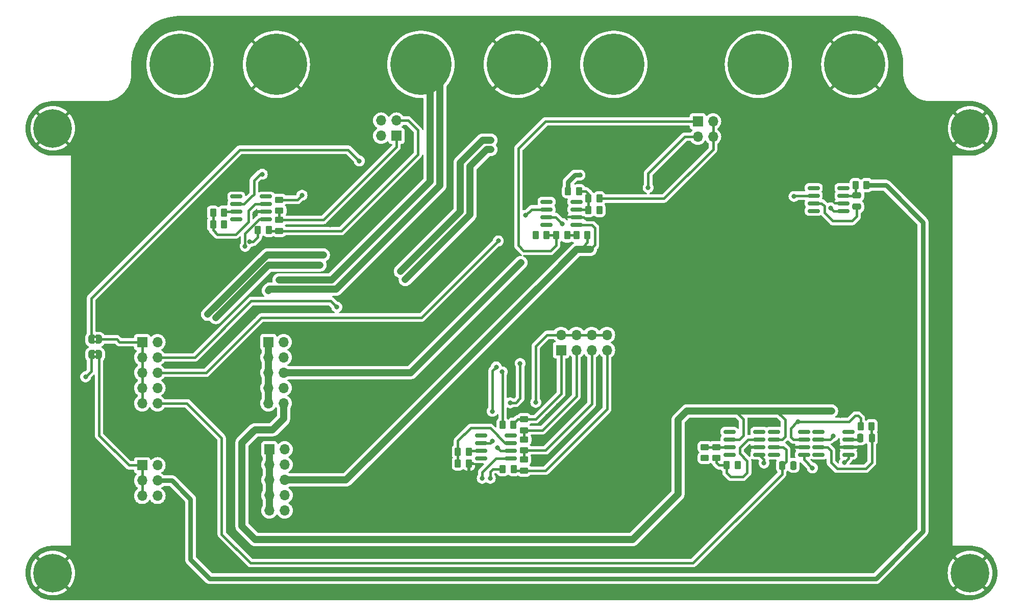
<source format=gbr>
%TF.GenerationSoftware,KiCad,Pcbnew,8.0.7*%
%TF.CreationDate,2024-12-10T19:07:15+08:00*%
%TF.ProjectId,RangkaianOpAmp,52616e67-6b61-4696-916e-4f70416d702e,rev?*%
%TF.SameCoordinates,Original*%
%TF.FileFunction,Copper,L2,Bot*%
%TF.FilePolarity,Positive*%
%FSLAX46Y46*%
G04 Gerber Fmt 4.6, Leading zero omitted, Abs format (unit mm)*
G04 Created by KiCad (PCBNEW 8.0.7) date 2024-12-10 19:07:15*
%MOMM*%
%LPD*%
G01*
G04 APERTURE LIST*
G04 Aperture macros list*
%AMRoundRect*
0 Rectangle with rounded corners*
0 $1 Rounding radius*
0 $2 $3 $4 $5 $6 $7 $8 $9 X,Y pos of 4 corners*
0 Add a 4 corners polygon primitive as box body*
4,1,4,$2,$3,$4,$5,$6,$7,$8,$9,$2,$3,0*
0 Add four circle primitives for the rounded corners*
1,1,$1+$1,$2,$3*
1,1,$1+$1,$4,$5*
1,1,$1+$1,$6,$7*
1,1,$1+$1,$8,$9*
0 Add four rect primitives between the rounded corners*
20,1,$1+$1,$2,$3,$4,$5,0*
20,1,$1+$1,$4,$5,$6,$7,0*
20,1,$1+$1,$6,$7,$8,$9,0*
20,1,$1+$1,$8,$9,$2,$3,0*%
%AMFreePoly0*
4,1,19,0.500000,-0.750000,0.000000,-0.750000,0.000000,-0.744911,-0.071157,-0.744911,-0.207708,-0.704816,-0.327430,-0.627875,-0.420627,-0.520320,-0.479746,-0.390866,-0.500000,-0.250000,-0.500000,0.250000,-0.479746,0.390866,-0.420627,0.520320,-0.327430,0.627875,-0.207708,0.704816,-0.071157,0.744911,0.000000,0.744911,0.000000,0.750000,0.500000,0.750000,0.500000,-0.750000,0.500000,-0.750000,
$1*%
%AMFreePoly1*
4,1,19,0.000000,0.744911,0.071157,0.744911,0.207708,0.704816,0.327430,0.627875,0.420627,0.520320,0.479746,0.390866,0.500000,0.250000,0.500000,-0.250000,0.479746,-0.390866,0.420627,-0.520320,0.327430,-0.627875,0.207708,-0.704816,0.071157,-0.744911,0.000000,-0.744911,0.000000,-0.750000,-0.500000,-0.750000,-0.500000,0.750000,0.000000,0.750000,0.000000,0.744911,0.000000,0.744911,
$1*%
G04 Aperture macros list end*
%TA.AperFunction,EtchedComponent*%
%ADD10C,0.000000*%
%TD*%
%TA.AperFunction,ComponentPad*%
%ADD11C,10.160000*%
%TD*%
%TA.AperFunction,ComponentPad*%
%ADD12C,0.800000*%
%TD*%
%TA.AperFunction,ComponentPad*%
%ADD13C,6.400000*%
%TD*%
%TA.AperFunction,ComponentPad*%
%ADD14R,1.700000X1.700000*%
%TD*%
%TA.AperFunction,ComponentPad*%
%ADD15O,1.700000X1.700000*%
%TD*%
%TA.AperFunction,SMDPad,CuDef*%
%ADD16RoundRect,0.250000X0.262500X0.450000X-0.262500X0.450000X-0.262500X-0.450000X0.262500X-0.450000X0*%
%TD*%
%TA.AperFunction,SMDPad,CuDef*%
%ADD17RoundRect,0.250000X0.450000X-0.262500X0.450000X0.262500X-0.450000X0.262500X-0.450000X-0.262500X0*%
%TD*%
%TA.AperFunction,SMDPad,CuDef*%
%ADD18FreePoly0,180.000000*%
%TD*%
%TA.AperFunction,SMDPad,CuDef*%
%ADD19FreePoly1,180.000000*%
%TD*%
%TA.AperFunction,SMDPad,CuDef*%
%ADD20RoundRect,0.250000X-0.262500X-0.450000X0.262500X-0.450000X0.262500X0.450000X-0.262500X0.450000X0*%
%TD*%
%TA.AperFunction,SMDPad,CuDef*%
%ADD21RoundRect,0.150000X0.825000X0.150000X-0.825000X0.150000X-0.825000X-0.150000X0.825000X-0.150000X0*%
%TD*%
%TA.AperFunction,SMDPad,CuDef*%
%ADD22RoundRect,0.250000X-0.475000X0.250000X-0.475000X-0.250000X0.475000X-0.250000X0.475000X0.250000X0*%
%TD*%
%TA.AperFunction,SMDPad,CuDef*%
%ADD23RoundRect,0.250000X-0.450000X0.262500X-0.450000X-0.262500X0.450000X-0.262500X0.450000X0.262500X0*%
%TD*%
%TA.AperFunction,SMDPad,CuDef*%
%ADD24RoundRect,0.250000X-0.250000X-0.475000X0.250000X-0.475000X0.250000X0.475000X-0.250000X0.475000X0*%
%TD*%
%TA.AperFunction,SMDPad,CuDef*%
%ADD25RoundRect,0.250000X0.250000X0.475000X-0.250000X0.475000X-0.250000X-0.475000X0.250000X-0.475000X0*%
%TD*%
%TA.AperFunction,ViaPad*%
%ADD26C,0.800000*%
%TD*%
%TA.AperFunction,Conductor*%
%ADD27C,0.400000*%
%TD*%
%TA.AperFunction,Conductor*%
%ADD28C,1.200000*%
%TD*%
%TA.AperFunction,Conductor*%
%ADD29C,0.800000*%
%TD*%
G04 APERTURE END LIST*
D10*
%TA.AperFunction,EtchedComponent*%
%TO.C,JP2*%
G36*
X93290200Y-94999200D02*
G01*
X92790200Y-94999200D01*
X92790200Y-94599200D01*
X93290200Y-94599200D01*
X93290200Y-94999200D01*
G37*
%TD.AperFunction*%
%TA.AperFunction,EtchedComponent*%
G36*
X93290200Y-95799200D02*
G01*
X92790200Y-95799200D01*
X92790200Y-95399200D01*
X93290200Y-95399200D01*
X93290200Y-95799200D01*
G37*
%TD.AperFunction*%
%TA.AperFunction,EtchedComponent*%
%TO.C,JP1*%
G36*
X93287900Y-92484600D02*
G01*
X92787900Y-92484600D01*
X92787900Y-92084600D01*
X93287900Y-92084600D01*
X93287900Y-92484600D01*
G37*
%TD.AperFunction*%
%TA.AperFunction,EtchedComponent*%
G36*
X93287900Y-93284600D02*
G01*
X92787900Y-93284600D01*
X92787900Y-92884600D01*
X93287900Y-92884600D01*
X93287900Y-93284600D01*
G37*
%TD.AperFunction*%
%TD*%
D11*
%TO.P,J10,1,Pin_1*%
%TO.N,GND*%
X123113472Y-47040800D03*
%TD*%
%TO.P,J9,1,Pin_1*%
%TO.N,GND*%
X163113472Y-47040800D03*
%TD*%
D12*
%TO.P,H1,1,1*%
%TO.N,GND*%
X83621844Y-57653256D03*
X84324788Y-55956200D03*
X84324788Y-59350312D03*
X86021844Y-55253256D03*
D13*
X86021844Y-57653256D03*
D12*
X86021844Y-60053256D03*
X87718900Y-55956200D03*
X87718900Y-59350312D03*
X88421844Y-57653256D03*
%TD*%
%TO.P,H3,1,1*%
%TO.N,GND*%
X240618944Y-131491056D03*
X239916000Y-133188112D03*
X239916000Y-129794000D03*
X238218944Y-133891056D03*
D13*
X238218944Y-131491056D03*
D12*
X238218944Y-129091056D03*
X236521888Y-133188112D03*
X236521888Y-129794000D03*
X235818944Y-131491056D03*
%TD*%
D14*
%TO.P,J13,1,Pin_1*%
%TO.N,+12V*%
X121780300Y-93140050D03*
D15*
%TO.P,J13,2,Pin_2*%
%TO.N,/+12V_INV*%
X124320300Y-93140050D03*
%TO.P,J13,3,Pin_3*%
%TO.N,+12V*%
X121780300Y-95680050D03*
%TO.P,J13,4,Pin_4*%
%TO.N,/+12V_NON_INV*%
X124320300Y-95680050D03*
%TO.P,J13,5,Pin_5*%
%TO.N,+12V*%
X121780300Y-98220050D03*
%TO.P,J13,6,Pin_6*%
%TO.N,/+12V_SUM*%
X124320300Y-98220050D03*
%TO.P,J13,7,Pin_7*%
%TO.N,+12V*%
X121780300Y-100760050D03*
%TO.P,J13,8,Pin_8*%
%TO.N,/+12V_INT*%
X124320300Y-100760050D03*
%TO.P,J13,9,Pin_9*%
%TO.N,+12V*%
X121780300Y-103300050D03*
%TO.P,J13,10,Pin_10*%
%TO.N,/+12V_OSC*%
X124320300Y-103300050D03*
%TD*%
D14*
%TO.P,J7,1,Pin_1*%
%TO.N,/IN_SEL*%
X100845700Y-113605650D03*
D15*
%TO.P,J7,2,Pin_2*%
%TO.N,unconnected-(J7-Pin_2-Pad2)*%
X103385700Y-113605650D03*
%TO.P,J7,3,Pin_3*%
%TO.N,/IN_SEL*%
X100845700Y-116145650D03*
%TO.P,J7,4,Pin_4*%
%TO.N,/IN_INT*%
X103385700Y-116145650D03*
%TO.P,J7,5,Pin_5*%
%TO.N,/IN_SEL*%
X100845700Y-118685650D03*
%TO.P,J7,6,Pin_6*%
%TO.N,/IN_SUM*%
X103385700Y-118685650D03*
%TD*%
%TO.P,J3,8,Pin_8*%
%TO.N,/NON_INV_SEL*%
X177990500Y-91948000D03*
%TO.P,J3,7,Pin_7*%
%TO.N,/D_NON_INV*%
X177990500Y-94488000D03*
%TO.P,J3,6,Pin_6*%
%TO.N,/NON_INV_SEL*%
X175450500Y-91948000D03*
%TO.P,J3,5,Pin_5*%
%TO.N,/C_NON_INV*%
X175450500Y-94488000D03*
%TO.P,J3,4,Pin_4*%
%TO.N,/NON_INV_SEL*%
X172910500Y-91948000D03*
%TO.P,J3,3,Pin_3*%
%TO.N,/B_NON_INV*%
X172910500Y-94488000D03*
%TO.P,J3,2,Pin_2*%
%TO.N,/NON_INV_SEL*%
X170370500Y-91948000D03*
D14*
%TO.P,J3,1,Pin_1*%
%TO.N,/A_NON_INV*%
X170370500Y-94488000D03*
%TD*%
%TO.P,J6,1,Pin_1*%
%TO.N,/A_SUM*%
X193052700Y-56489600D03*
D15*
%TO.P,J6,2,Pin_2*%
%TO.N,/SUM_SEL*%
X195592700Y-56489600D03*
%TO.P,J6,3,Pin_3*%
%TO.N,/B_SUM*%
X193052700Y-59029600D03*
%TO.P,J6,4,Pin_4*%
%TO.N,/SUM_SEL*%
X195592700Y-59029600D03*
%TD*%
D12*
%TO.P,H2,1,1*%
%TO.N,GND*%
X88409144Y-131491056D03*
X87706200Y-133188112D03*
X87706200Y-129794000D03*
X86009144Y-133891056D03*
D13*
X86009144Y-131491056D03*
D12*
X86009144Y-129091056D03*
X84312088Y-133188112D03*
X84312088Y-129794000D03*
X83609144Y-131491056D03*
%TD*%
D14*
%TO.P,J5,1,Pin_1*%
%TO.N,/OUT_SEL*%
X100845700Y-93145050D03*
D15*
%TO.P,J5,2,Pin_2*%
%TO.N,/OUT_INV*%
X103385700Y-93145050D03*
%TO.P,J5,3,Pin_3*%
%TO.N,/OUT_SEL*%
X100845700Y-95685050D03*
%TO.P,J5,4,Pin_4*%
%TO.N,/OUT_NON_INV*%
X103385700Y-95685050D03*
%TO.P,J5,5,Pin_5*%
%TO.N,/OUT_SEL*%
X100845700Y-98225050D03*
%TO.P,J5,6,Pin_6*%
%TO.N,/OUT_SUM*%
X103385700Y-98225050D03*
%TO.P,J5,7,Pin_7*%
%TO.N,/OUT_SEL*%
X100845700Y-100765050D03*
%TO.P,J5,8,Pin_8*%
%TO.N,/OUT_INT*%
X103385700Y-100765050D03*
%TO.P,J5,9,Pin_9*%
%TO.N,/OUT_SEL*%
X100845700Y-103305050D03*
%TO.P,J5,10,Pin_10*%
%TO.N,/OUT_OSC*%
X103385700Y-103305050D03*
%TD*%
D14*
%TO.P,J4,1,Pin_1*%
%TO.N,/A_INV*%
X143040100Y-58902600D03*
D15*
%TO.P,J4,2,Pin_2*%
%TO.N,/INV_SEL*%
X140500100Y-58902600D03*
%TO.P,J4,3,Pin_3*%
%TO.N,/B_INV*%
X143040100Y-56362600D03*
%TO.P,J4,4,Pin_4*%
%TO.N,/INV_SEL*%
X140500100Y-56362600D03*
%TD*%
D11*
%TO.P,J11,1,Pin_1*%
%TO.N,+12V*%
X147113472Y-47040800D03*
%TD*%
%TO.P,J1,1,Pin_1*%
%TO.N,/IN*%
X107113472Y-47040800D03*
%TD*%
%TO.P,J8,1,Pin_1*%
%TO.N,-12V*%
X179113472Y-47040800D03*
%TD*%
D14*
%TO.P,J14,1,Pin_1*%
%TO.N,-12V*%
X121958100Y-110950800D03*
D15*
%TO.P,J14,2,Pin_2*%
%TO.N,/-12V_INV*%
X124498100Y-110950800D03*
%TO.P,J14,3,Pin_3*%
%TO.N,-12V*%
X121958100Y-113490800D03*
%TO.P,J14,4,Pin_4*%
%TO.N,/-12V_NON_INV*%
X124498100Y-113490800D03*
%TO.P,J14,5,Pin_5*%
%TO.N,-12V*%
X121958100Y-116030800D03*
%TO.P,J14,6,Pin_6*%
%TO.N,/-12V_SUM*%
X124498100Y-116030800D03*
%TO.P,J14,7,Pin_7*%
%TO.N,-12V*%
X121958100Y-118570800D03*
%TO.P,J14,8,Pin_8*%
%TO.N,/-12V_INT*%
X124498100Y-118570800D03*
%TO.P,J14,9,Pin_9*%
%TO.N,-12V*%
X121958100Y-121110800D03*
%TO.P,J14,10,Pin_10*%
%TO.N,/-12V_OSC*%
X124498100Y-121110800D03*
%TD*%
D11*
%TO.P,J2,1,Pin_1*%
%TO.N,/OUT*%
X203113472Y-47040800D03*
%TD*%
%TO.P,J12,1,Pin_1*%
%TO.N,GND*%
X219113472Y-47040800D03*
%TD*%
D12*
%TO.P,H4,1,1*%
%TO.N,GND*%
X235839300Y-57653256D03*
X236542244Y-55956200D03*
X236542244Y-59350312D03*
X238239300Y-55253256D03*
D13*
X238239300Y-57653256D03*
D12*
X238239300Y-60053256D03*
X239936356Y-55956200D03*
X239936356Y-59350312D03*
X240639300Y-57653256D03*
%TD*%
D16*
%TO.P,R21,1*%
%TO.N,/OUT_OSC*%
X199682100Y-113586000D03*
%TO.P,R21,2*%
%TO.N,Net-(U7--)*%
X197857100Y-113586000D03*
%TD*%
D17*
%TO.P,R8,1*%
%TO.N,/A_INV*%
X123604775Y-71327045D03*
%TO.P,R8,2*%
%TO.N,/+12V_INV*%
X123604775Y-69502045D03*
%TD*%
%TO.P,R9,1*%
%TO.N,/B_INV*%
X123604775Y-74701445D03*
%TO.P,R9,2*%
%TO.N,/A_INV*%
X123604775Y-72876445D03*
%TD*%
D16*
%TO.P,R20,1*%
%TO.N,Net-(C2-Pad2)*%
X221905200Y-107111800D03*
%TO.P,R20,2*%
%TO.N,Net-(U6--)*%
X220080200Y-107111800D03*
%TD*%
D18*
%TO.P,JP2,1,A*%
%TO.N,/IN_SEL*%
X93690200Y-95199200D03*
D19*
%TO.P,JP2,2,B*%
%TO.N,/IN*%
X92390200Y-95199200D03*
%TD*%
D20*
%TO.P,R14,1*%
%TO.N,Net-(U2--)*%
X112610375Y-71657245D03*
%TO.P,R14,2*%
%TO.N,/OUT_INV*%
X114435375Y-71657245D03*
%TD*%
D18*
%TO.P,JP1,1,A*%
%TO.N,/OUT_SEL*%
X93687900Y-92684600D03*
D19*
%TO.P,JP1,2,B*%
%TO.N,/OUT*%
X92387900Y-92684600D03*
%TD*%
D20*
%TO.P,R7,1*%
%TO.N,/-12V_NON_INV*%
X160666775Y-114201690D03*
%TO.P,R7,2*%
%TO.N,/D_NON_INV*%
X162491775Y-114201690D03*
%TD*%
D17*
%TO.P,R23,1*%
%TO.N,Net-(U7--)*%
X196126100Y-112388400D03*
%TO.P,R23,2*%
%TO.N,Net-(R19-Pad1)*%
X196126100Y-110563400D03*
%TD*%
D21*
%TO.P,U7,8,NC*%
%TO.N,unconnected-(U7-NC-Pad8)*%
X198299300Y-108026200D03*
%TO.P,U7,7,V+*%
%TO.N,/+12V_OSC*%
X198299300Y-109296200D03*
%TO.P,U7,6*%
%TO.N,Net-(R19-Pad1)*%
X198299300Y-110566200D03*
%TO.P,U7,5,NULL*%
%TO.N,unconnected-(U7-NULL-Pad5)*%
X198299300Y-111836200D03*
%TO.P,U7,4,V-*%
%TO.N,/-12V_OSC*%
X203249300Y-111836200D03*
%TO.P,U7,3,+*%
%TO.N,GND*%
X203249300Y-110566200D03*
%TO.P,U7,2,-*%
%TO.N,Net-(U7--)*%
X203249300Y-109296200D03*
%TO.P,U7,1,NULL*%
%TO.N,unconnected-(U7-NULL-Pad1)*%
X203249300Y-108026200D03*
%TD*%
%TO.P,U1,1,NULL*%
%TO.N,unconnected-(U1-NULL-Pad1)*%
X162016175Y-108653090D03*
%TO.P,U1,2,-*%
%TO.N,Net-(U1--)*%
X162016175Y-109923090D03*
%TO.P,U1,3,+*%
%TO.N,/NON_INV_SEL*%
X162016175Y-111193090D03*
%TO.P,U1,4,V-*%
%TO.N,/-12V_NON_INV*%
X162016175Y-112463090D03*
%TO.P,U1,5,NULL*%
%TO.N,unconnected-(U1-NULL-Pad5)*%
X157066175Y-112463090D03*
%TO.P,U1,6*%
%TO.N,/OUT_NON_INV*%
X157066175Y-111193090D03*
%TO.P,U1,7,V+*%
%TO.N,/+12V_NON_INV*%
X157066175Y-109923090D03*
%TO.P,U1,8,NC*%
%TO.N,unconnected-(U1-NC-Pad8)*%
X157066175Y-108653090D03*
%TD*%
D20*
%TO.P,R1,1*%
%TO.N,Net-(U1--)*%
X153248075Y-113305890D03*
%TO.P,R1,2*%
%TO.N,GND*%
X155073075Y-113305890D03*
%TD*%
%TO.P,R18,1*%
%TO.N,/IN_SUM*%
X171528059Y-68096580D03*
%TO.P,R18,2*%
%TO.N,Net-(U3--)*%
X173353059Y-68096580D03*
%TD*%
D21*
%TO.P,U2,1,NULL*%
%TO.N,unconnected-(U2-NULL-Pad1)*%
X121413875Y-68979045D03*
%TO.P,U2,2,-*%
%TO.N,Net-(U2--)*%
X121413875Y-70249045D03*
%TO.P,U2,3,+*%
%TO.N,GND*%
X121413875Y-71519045D03*
%TO.P,U2,4,V-*%
%TO.N,/-12V_INV*%
X121413875Y-72789045D03*
%TO.P,U2,5,NULL*%
%TO.N,unconnected-(U2-NULL-Pad5)*%
X116463875Y-72789045D03*
%TO.P,U2,6*%
%TO.N,/OUT_INV*%
X116463875Y-71519045D03*
%TO.P,U2,7,V+*%
%TO.N,/+12V_INV*%
X116463875Y-70249045D03*
%TO.P,U2,8,NC*%
%TO.N,unconnected-(U2-NC-Pad8)*%
X116463875Y-68979045D03*
%TD*%
D22*
%TO.P,C1,1*%
%TO.N,Net-(U4--)*%
X219426546Y-68780159D03*
%TO.P,C1,2*%
%TO.N,/OUT_INT*%
X219426546Y-70680159D03*
%TD*%
D20*
%TO.P,R2,1*%
%TO.N,Net-(U1--)*%
X153248075Y-111356890D03*
%TO.P,R2,2*%
%TO.N,/OUT_NON_INV*%
X155073075Y-111356890D03*
%TD*%
D16*
%TO.P,R13,1*%
%TO.N,/INV_SEL*%
X114439275Y-73587645D03*
%TO.P,R13,2*%
%TO.N,Net-(U2--)*%
X112614275Y-73587645D03*
%TD*%
D23*
%TO.P,R19,1*%
%TO.N,Net-(R19-Pad1)*%
X194221100Y-110563400D03*
%TO.P,R19,2*%
%TO.N,Net-(U5--)*%
X194221100Y-112388400D03*
%TD*%
D20*
%TO.P,R10,1*%
%TO.N,/-12V_INV*%
X120052575Y-74527445D03*
%TO.P,R10,2*%
%TO.N,/B_INV*%
X121877575Y-74527445D03*
%TD*%
D16*
%TO.P,R16,1*%
%TO.N,/SUM_SEL*%
X176727459Y-69315780D03*
%TO.P,R16,2*%
%TO.N,Net-(U3--)*%
X174902459Y-69315780D03*
%TD*%
D21*
%TO.P,U3,1,NULL*%
%TO.N,unconnected-(U3-NULL-Pad1)*%
X172907059Y-69837980D03*
%TO.P,U3,2,-*%
%TO.N,Net-(U3--)*%
X172907059Y-71107980D03*
%TO.P,U3,3,+*%
%TO.N,GND*%
X172907059Y-72377980D03*
%TO.P,U3,4,V-*%
%TO.N,/-12V_SUM*%
X172907059Y-73647980D03*
%TO.P,U3,5,NULL*%
%TO.N,unconnected-(U3-NULL-Pad5)*%
X167957059Y-73647980D03*
%TO.P,U3,6*%
%TO.N,/OUT_SUM*%
X167957059Y-72377980D03*
%TO.P,U3,7,V+*%
%TO.N,/+12V_SUM*%
X167957059Y-71107980D03*
%TO.P,U3,8,NC*%
%TO.N,unconnected-(U3-NC-Pad8)*%
X167957059Y-69837980D03*
%TD*%
%TO.P,U5,1,NULL*%
%TO.N,unconnected-(U5-NULL-Pad1)*%
X218057500Y-108026200D03*
%TO.P,U5,2,-*%
%TO.N,Net-(U5--)*%
X218057500Y-109296200D03*
%TO.P,U5,3,+*%
%TO.N,GND*%
X218057500Y-110566200D03*
%TO.P,U5,4,V-*%
%TO.N,/-12V_OSC*%
X218057500Y-111836200D03*
%TO.P,U5,5,NULL*%
%TO.N,unconnected-(U5-NULL-Pad5)*%
X213107500Y-111836200D03*
%TO.P,U5,6*%
%TO.N,Net-(C2-Pad2)*%
X213107500Y-110566200D03*
%TO.P,U5,7,V+*%
%TO.N,/+12V_OSC*%
X213107500Y-109296200D03*
%TO.P,U5,8,NC*%
%TO.N,unconnected-(U5-NC-Pad8)*%
X213107500Y-108026200D03*
%TD*%
D16*
%TO.P,R22,1*%
%TO.N,/IN_INT*%
X221048346Y-67078359D03*
%TO.P,R22,2*%
%TO.N,Net-(U4--)*%
X219223346Y-67078359D03*
%TD*%
D17*
%TO.P,R4,1*%
%TO.N,/B_NON_INV*%
X164218975Y-107773590D03*
%TO.P,R4,2*%
%TO.N,/A_NON_INV*%
X164218975Y-105948590D03*
%TD*%
D21*
%TO.P,U4,1,NULL*%
%TO.N,unconnected-(U4-NULL-Pad1)*%
X217227946Y-67549759D03*
%TO.P,U4,2,-*%
%TO.N,Net-(U4--)*%
X217227946Y-68819759D03*
%TO.P,U4,3,+*%
%TO.N,GND*%
X217227946Y-70089759D03*
%TO.P,U4,4,V-*%
%TO.N,/-12V_INT*%
X217227946Y-71359759D03*
%TO.P,U4,5,NULL*%
%TO.N,unconnected-(U4-NULL-Pad5)*%
X212277946Y-71359759D03*
%TO.P,U4,6*%
%TO.N,/OUT_INT*%
X212277946Y-70089759D03*
%TO.P,U4,7,V+*%
%TO.N,/+12V_INT*%
X212277946Y-68819759D03*
%TO.P,U4,8,NC*%
%TO.N,unconnected-(U4-NC-Pad8)*%
X212277946Y-67549759D03*
%TD*%
D24*
%TO.P,C2,1*%
%TO.N,Net-(U5--)*%
X220027500Y-109042200D03*
%TO.P,C2,2*%
%TO.N,Net-(C2-Pad2)*%
X221927500Y-109042200D03*
%TD*%
D20*
%TO.P,R17,1*%
%TO.N,Net-(U3--)*%
X174902459Y-71220780D03*
%TO.P,R17,2*%
%TO.N,/OUT_SUM*%
X176727459Y-71220780D03*
%TD*%
D21*
%TO.P,U6,8,NC*%
%TO.N,unconnected-(U6-NC-Pad8)*%
X205704900Y-108026200D03*
%TO.P,U6,7,V+*%
%TO.N,/+12V_OSC*%
X205704900Y-109296200D03*
%TO.P,U6,6*%
%TO.N,/OUT_OSC*%
X205704900Y-110566200D03*
%TO.P,U6,5,NULL*%
%TO.N,unconnected-(U6-NULL-Pad5)*%
X205704900Y-111836200D03*
%TO.P,U6,4,V-*%
%TO.N,/-12V_OSC*%
X210654900Y-111836200D03*
%TO.P,U6,3,+*%
%TO.N,GND*%
X210654900Y-110566200D03*
%TO.P,U6,2,-*%
%TO.N,Net-(U6--)*%
X210654900Y-109296200D03*
%TO.P,U6,1,NULL*%
%TO.N,unconnected-(U6-NULL-Pad1)*%
X210654900Y-108026200D03*
%TD*%
D16*
%TO.P,R15,1*%
%TO.N,/-12V_SUM*%
X174746259Y-75411780D03*
%TO.P,R15,2*%
%TO.N,/B_SUM*%
X172921259Y-75411780D03*
%TD*%
D17*
%TO.P,R6,1*%
%TO.N,/D_NON_INV*%
X164218975Y-114479190D03*
%TO.P,R6,2*%
%TO.N,/C_NON_INV*%
X164218975Y-112654190D03*
%TD*%
%TO.P,R5,1*%
%TO.N,/C_NON_INV*%
X164244375Y-111128290D03*
%TO.P,R5,2*%
%TO.N,/B_NON_INV*%
X164244375Y-109303290D03*
%TD*%
D16*
%TO.P,R12,1*%
%TO.N,/B_SUM*%
X171371859Y-75411780D03*
%TO.P,R12,2*%
%TO.N,/A_SUM*%
X169546859Y-75411780D03*
%TD*%
D25*
%TO.P,C3,1*%
%TO.N,Net-(U6--)*%
X208948100Y-113614200D03*
%TO.P,C3,2*%
%TO.N,/OUT_OSC*%
X207048100Y-113614200D03*
%TD*%
D16*
%TO.P,R11,1*%
%TO.N,/A_SUM*%
X167972059Y-75411780D03*
%TO.P,R11,2*%
%TO.N,/+12V_SUM*%
X166147059Y-75411780D03*
%TD*%
%TO.P,R3,1*%
%TO.N,/A_NON_INV*%
X162466375Y-106911890D03*
%TO.P,R3,2*%
%TO.N,/+12V_NON_INV*%
X160641375Y-106911890D03*
%TD*%
D26*
%TO.N,GND*%
X178054000Y-73380600D03*
X114503200Y-77012800D03*
X113703100Y-77812900D03*
X112852200Y-78536800D03*
X119507000Y-72009000D03*
X205409800Y-106400600D03*
X201345800Y-111074200D03*
%TO.N,Net-(U6--)*%
X209677000Y-106400600D03*
X208940400Y-113588800D03*
%TO.N,GND*%
X219405200Y-112928400D03*
X216712800Y-105359200D03*
X208788000Y-110464600D03*
X187071000Y-67564000D03*
X190830200Y-62738000D03*
X189763400Y-63423800D03*
%TO.N,/B_SUM*%
X184810400Y-67513200D03*
X172923200Y-75412600D03*
%TO.N,GND*%
X202184000Y-106172000D03*
X171704000Y-98552000D03*
X176784000Y-98552000D03*
X174244000Y-98806000D03*
X167132000Y-109220000D03*
X166878000Y-113030000D03*
X170688000Y-109982000D03*
X174244000Y-106426000D03*
X169926000Y-107188000D03*
X172720000Y-104648000D03*
X169926000Y-103632000D03*
X168148000Y-105410000D03*
X107442000Y-97028000D03*
X130302000Y-87630000D03*
X124714000Y-87884000D03*
X119380000Y-88900000D03*
X144780000Y-60960000D03*
X132080000Y-73660000D03*
X134620000Y-71120000D03*
X139700000Y-66040000D03*
X137160000Y-68580000D03*
%TO.N,-12V*%
X113055400Y-89077800D03*
X130352800Y-80340200D03*
X144526000Y-82778600D03*
X158724600Y-61188600D03*
X111734600Y-88544400D03*
X130911600Y-78689200D03*
X143687800Y-81407000D03*
X158699200Y-59613800D03*
%TO.N,+12V*%
X121780300Y-84569300D03*
X123545600Y-82804000D03*
%TO.N,/IN*%
X91465400Y-98907600D03*
%TO.N,/OUT*%
X136880600Y-63068200D03*
%TO.N,/IN_SUM*%
X173507400Y-65405000D03*
%TO.N,/OUT_NON_INV*%
X155117800Y-111277400D03*
X161925000Y-103225600D03*
X163576000Y-96697800D03*
X133159500Y-87337900D03*
%TO.N,/OUT_INV*%
X114435375Y-71657245D03*
%TO.N,/OUT_SUM*%
X159943800Y-76352400D03*
%TO.N,/OUT_INT*%
X219481400Y-70713600D03*
%TO.N,/NON_INV_SEL*%
X166166800Y-103149400D03*
X159791400Y-110667800D03*
%TO.N,/+12V_NON_INV*%
X159613600Y-97282000D03*
X158953200Y-104648000D03*
X158953200Y-109575600D03*
X160604200Y-98094800D03*
%TO.N,/+12V_INV*%
X120777000Y-65278000D03*
X127381000Y-68757800D03*
%TO.N,/+12V_SUM*%
X164490400Y-72085200D03*
X162877500Y-80759300D03*
X166147059Y-75411780D03*
X163703000Y-79933800D03*
%TO.N,/+12V_INT*%
X209016600Y-68961000D03*
%TO.N,/+12V_OSC*%
X215233993Y-104597200D03*
X215544400Y-108737400D03*
%TO.N,/-12V_INV*%
X117932200Y-77241400D03*
X118668800Y-76504800D03*
%TO.N,/-12V_NON_INV*%
X157276800Y-115773200D03*
X158623000Y-115773200D03*
%TO.N,/-12V_INT*%
X215071200Y-70866000D03*
%TO.N,/-12V_OSC*%
X217373200Y-113173000D03*
X212064600Y-114046000D03*
X204038200Y-113233200D03*
%TO.N,/OUT_OSC*%
X206959200Y-113588800D03*
X199669400Y-113588800D03*
%TO.N,Net-(U5--)*%
X194233800Y-112420400D03*
X220027500Y-109042200D03*
%TO.N,/OUT_SUM*%
X176733200Y-71247000D03*
X170586400Y-73482200D03*
%TO.N,/INV_SEL*%
X114450775Y-73663845D03*
%TD*%
D27*
%TO.N,GND*%
X177520600Y-72847200D02*
X178054000Y-73380600D01*
X174607369Y-72847200D02*
X177520600Y-72847200D01*
X174138149Y-72377980D02*
X174607369Y-72847200D01*
X172907059Y-72377980D02*
X174138149Y-72377980D01*
X121413875Y-71519045D02*
X119996955Y-71519045D01*
X119996955Y-71519045D02*
X119507000Y-72009000D01*
X205181200Y-106172000D02*
X205409800Y-106400600D01*
X202184000Y-106172000D02*
X205181200Y-106172000D01*
%TO.N,Net-(U7--)*%
X201422000Y-109296200D02*
X203249300Y-109296200D01*
X201244200Y-112852200D02*
X200025000Y-111633000D01*
X201244200Y-114808000D02*
X201244200Y-112852200D01*
X200533000Y-115519200D02*
X201244200Y-114808000D01*
X198526400Y-115519200D02*
X200533000Y-115519200D01*
X197857100Y-114849900D02*
X198526400Y-115519200D01*
X197857100Y-113586000D02*
X197857100Y-114849900D01*
X200025000Y-111633000D02*
X200025000Y-110693200D01*
X200025000Y-110693200D02*
X201422000Y-109296200D01*
%TO.N,GND*%
X201853800Y-110566200D02*
X201345800Y-111074200D01*
X203249300Y-110566200D02*
X201853800Y-110566200D01*
X202361800Y-110566200D02*
X202336400Y-110591600D01*
X203249300Y-110566200D02*
X202361800Y-110566200D01*
%TO.N,Net-(U6--)*%
X209677000Y-106400600D02*
X218109800Y-106400600D01*
%TO.N,/B_SUM*%
X190881000Y-59029600D02*
X193052700Y-59029600D01*
X184810400Y-65100200D02*
X190881000Y-59029600D01*
X184810400Y-67513200D02*
X184810400Y-65100200D01*
X172922079Y-75411780D02*
X171371859Y-75411780D01*
X172923200Y-75412600D02*
X172922079Y-75411780D01*
X172920439Y-75411780D02*
X172923200Y-75412600D01*
D28*
%TO.N,-12V*%
X121793000Y-80340200D02*
X113055400Y-89077800D01*
X130352800Y-80340200D02*
X121793000Y-80340200D01*
X155270200Y-72034400D02*
X144526000Y-82778600D01*
X155270200Y-63957200D02*
X155270200Y-72034400D01*
X158038800Y-61188600D02*
X155270200Y-63957200D01*
X158724600Y-61188600D02*
X158038800Y-61188600D01*
X121589800Y-78689200D02*
X111734600Y-88544400D01*
X130911600Y-78689200D02*
X121589800Y-78689200D01*
X153619200Y-71475600D02*
X143687800Y-81407000D01*
X153619200Y-63347600D02*
X153619200Y-71475600D01*
X157353000Y-59613800D02*
X153619200Y-63347600D01*
X158699200Y-59613800D02*
X157353000Y-59613800D01*
%TO.N,+12V*%
X150266400Y-67157600D02*
X150266400Y-50193728D01*
X133070600Y-84353400D02*
X150266400Y-67157600D01*
X150266400Y-50193728D02*
X147113472Y-47040800D01*
X121996200Y-84353400D02*
X133070600Y-84353400D01*
X121780300Y-84569300D02*
X121996200Y-84353400D01*
X148640800Y-48568128D02*
X147113472Y-47040800D01*
X148640800Y-66471800D02*
X148640800Y-48568128D01*
X132308600Y-82804000D02*
X148640800Y-66471800D01*
X123545600Y-82804000D02*
X132308600Y-82804000D01*
D27*
%TO.N,/IN*%
X91440000Y-98907600D02*
X91465400Y-98882200D01*
X91465400Y-98907600D02*
X91440000Y-98907600D01*
X91465400Y-98882200D02*
X91465400Y-98907600D01*
X92390200Y-97957400D02*
X91465400Y-98882200D01*
X92390200Y-95199200D02*
X92390200Y-97957400D01*
%TO.N,/OUT*%
X135026400Y-61214000D02*
X136880600Y-63068200D01*
X117017800Y-61214000D02*
X135026400Y-61214000D01*
X92387900Y-85843900D02*
X117017800Y-61214000D01*
X92387900Y-92684600D02*
X92387900Y-85843900D01*
D29*
%TO.N,/IN_SUM*%
X171528059Y-66571541D02*
X171528059Y-68096580D01*
X173507400Y-65405000D02*
X172694600Y-65405000D01*
X172694600Y-65405000D02*
X171528059Y-66571541D01*
%TO.N,/IN_INT*%
X224274300Y-67081400D02*
X221048500Y-67081400D01*
X224401300Y-67208400D02*
X224274300Y-67081400D01*
X230421100Y-73228200D02*
X224401300Y-67208400D01*
X230421100Y-124587000D02*
X230421100Y-76809600D01*
X108882100Y-129209800D02*
X112082500Y-132410200D01*
X108348700Y-118694200D02*
X108882100Y-119227600D01*
X108882100Y-119227600D02*
X108882100Y-129209800D01*
X105800150Y-116145650D02*
X108348700Y-118694200D01*
X222597900Y-132410200D02*
X230421100Y-124587000D01*
X230421100Y-76809600D02*
X230421100Y-73228200D01*
X103403400Y-116145650D02*
X105800150Y-116145650D01*
X112082500Y-132410200D02*
X222597900Y-132410200D01*
D27*
%TO.N,/OUT_NON_INV*%
X163576000Y-102514400D02*
X163576000Y-96697800D01*
X161925000Y-103225600D02*
X162864800Y-103225600D01*
X162864800Y-103225600D02*
X163576000Y-102514400D01*
%TO.N,/+12V_NON_INV*%
X158953200Y-104648000D02*
X158953200Y-97942400D01*
X158953200Y-97942400D02*
X159613600Y-97282000D01*
%TO.N,/OUT_NON_INV*%
X133159500Y-87337900D02*
X133172200Y-87350600D01*
X118922800Y-86334600D02*
X132156200Y-86334600D01*
X109572350Y-95685050D02*
X118922800Y-86334600D01*
X132156200Y-86334600D02*
X133159500Y-87337900D01*
X103385700Y-95685050D02*
X109572350Y-95685050D01*
%TO.N,/OUT_SUM*%
X139674600Y-89077800D02*
X147218400Y-89077800D01*
X147218400Y-89077800D02*
X159943800Y-76352400D01*
X120650000Y-89077800D02*
X139674600Y-89077800D01*
X111502750Y-98225050D02*
X120650000Y-89077800D01*
X103385700Y-98225050D02*
X111502750Y-98225050D01*
%TO.N,/OUT_OSC*%
X207048100Y-115049300D02*
X207048100Y-113614200D01*
X118821200Y-129819400D02*
X192278000Y-129819400D01*
X114046000Y-125044200D02*
X118821200Y-129819400D01*
X114046000Y-109067600D02*
X114046000Y-125044200D01*
X108283450Y-103305050D02*
X114046000Y-109067600D01*
X192278000Y-129819400D02*
X207048100Y-115049300D01*
X103385700Y-103305050D02*
X108283450Y-103305050D01*
%TO.N,/NON_INV_SEL*%
X168021000Y-91948000D02*
X170370500Y-91948000D01*
X166166800Y-93802200D02*
X168021000Y-91948000D01*
X166166800Y-103149400D02*
X166166800Y-93802200D01*
X160316690Y-111193090D02*
X162016175Y-111193090D01*
X159791400Y-110667800D02*
X160316690Y-111193090D01*
%TO.N,/D_NON_INV*%
X167791010Y-114479190D02*
X164218975Y-114479190D01*
X177990500Y-104279700D02*
X167791010Y-114479190D01*
X177990500Y-94488000D02*
X177990500Y-104279700D01*
%TO.N,/C_NON_INV*%
X175450500Y-103441500D02*
X167763710Y-111128290D01*
X175450500Y-94488000D02*
X175450500Y-103441500D01*
X167763710Y-111128290D02*
X164244375Y-111128290D01*
%TO.N,/B_NON_INV*%
X167257610Y-107773590D02*
X164218975Y-107773590D01*
X172910500Y-102120700D02*
X167257610Y-107773590D01*
X172910500Y-94488000D02*
X172910500Y-102120700D01*
%TO.N,/A_NON_INV*%
X166136210Y-105948590D02*
X164218975Y-105948590D01*
X170370500Y-101714300D02*
X166136210Y-105948590D01*
X170370500Y-94488000D02*
X170370500Y-101714300D01*
%TO.N,/NON_INV_SEL*%
X175450500Y-91948000D02*
X177990500Y-91948000D01*
X172910500Y-91948000D02*
X175450500Y-91948000D01*
X170370500Y-91948000D02*
X172910500Y-91948000D01*
%TO.N,/+12V_NON_INV*%
X158953200Y-109575600D02*
X158605710Y-109923090D01*
X158605710Y-109923090D02*
X157066175Y-109923090D01*
X160604200Y-98094800D02*
X160641375Y-98131975D01*
X160641375Y-98131975D02*
X160641375Y-106911890D01*
%TO.N,/+12V_INV*%
X120421400Y-65278000D02*
X120777000Y-65278000D01*
X119405400Y-66294000D02*
X120421400Y-65278000D01*
X119405400Y-68580000D02*
X119405400Y-66294000D01*
X118922800Y-69062600D02*
X119405400Y-68580000D01*
X117736355Y-70249045D02*
X118922800Y-69062600D01*
X116463875Y-70249045D02*
X117736355Y-70249045D01*
X126636755Y-69502045D02*
X127381000Y-68757800D01*
X123604775Y-69502045D02*
X126636755Y-69502045D01*
%TO.N,/+12V_SUM*%
X165467620Y-71107980D02*
X164490400Y-72085200D01*
X167957059Y-71107980D02*
X165467620Y-71107980D01*
D28*
X162877500Y-80759300D02*
X163703000Y-79933800D01*
X145416750Y-98220050D02*
X162877500Y-80759300D01*
X124320300Y-98220050D02*
X145416750Y-98220050D01*
D27*
%TO.N,/+12V_INT*%
X209157841Y-68819759D02*
X209016600Y-68961000D01*
X212277946Y-68819759D02*
X209157841Y-68819759D01*
%TO.N,/+12V_OSC*%
X200583800Y-108635800D02*
X200583800Y-105943400D01*
X200583800Y-105943400D02*
X199237600Y-104597200D01*
X199923400Y-109296200D02*
X200583800Y-108635800D01*
X198299300Y-109296200D02*
X199923400Y-109296200D01*
D28*
X199237600Y-104597200D02*
X191236600Y-104597200D01*
X207518000Y-104597200D02*
X199237600Y-104597200D01*
D27*
X207543400Y-106070400D02*
X206070200Y-104597200D01*
X207060800Y-109296200D02*
X207543400Y-108813600D01*
X207543400Y-108813600D02*
X207543400Y-106070400D01*
X205704900Y-109296200D02*
X207060800Y-109296200D01*
D28*
X215233993Y-104597200D02*
X207518000Y-104597200D01*
X122504200Y-107696000D02*
X124320300Y-105879900D01*
X119557800Y-107696000D02*
X122504200Y-107696000D01*
X124320300Y-105879900D02*
X124320300Y-103300050D01*
X117424200Y-123748800D02*
X117424200Y-109829600D01*
X117424200Y-109829600D02*
X119557800Y-107696000D01*
X182245000Y-125933200D02*
X119608600Y-125933200D01*
X189763400Y-118414800D02*
X182245000Y-125933200D01*
X189763400Y-106070400D02*
X189763400Y-118414800D01*
X191236600Y-104597200D02*
X189763400Y-106070400D01*
X119608600Y-125933200D02*
X117424200Y-123748800D01*
D27*
X214985600Y-109296200D02*
X215544400Y-108737400D01*
X213107500Y-109296200D02*
X214985600Y-109296200D01*
%TO.N,Net-(U6--)*%
X219151200Y-105359200D02*
X219659200Y-105359200D01*
X209524600Y-106400600D02*
X209677000Y-106400600D01*
X208483200Y-108889800D02*
X208483200Y-107442000D01*
X208483200Y-107442000D02*
X209524600Y-106400600D01*
X210654900Y-109296200D02*
X208889600Y-109296200D01*
X208889600Y-109296200D02*
X208483200Y-108889800D01*
X218109800Y-106400600D02*
X219151200Y-105359200D01*
X219773500Y-105473500D02*
X219659200Y-105359200D01*
X220080200Y-105780200D02*
X219773500Y-105473500D01*
X220080200Y-107111800D02*
X220080200Y-105780200D01*
%TO.N,/-12V_SUM*%
X174091600Y-77266800D02*
X174091600Y-77774800D01*
X174752000Y-76606400D02*
X174091600Y-77266800D01*
X174746259Y-76600659D02*
X174752000Y-76606400D01*
X174746259Y-75411780D02*
X174746259Y-76600659D01*
D28*
X174091600Y-77774800D02*
X175234600Y-77774800D01*
D27*
X175476580Y-73647980D02*
X172907059Y-73647980D01*
X175996600Y-77012800D02*
X175996600Y-74168000D01*
X175234600Y-77774800D02*
X175996600Y-77012800D01*
X175996600Y-74168000D02*
X175476580Y-73647980D01*
D28*
X172948600Y-77774800D02*
X174091600Y-77774800D01*
X170027600Y-80695800D02*
X172948600Y-77774800D01*
X134692600Y-116030800D02*
X170027600Y-80695800D01*
X124498100Y-116030800D02*
X134692600Y-116030800D01*
D27*
%TO.N,/-12V_INV*%
X120052575Y-75679825D02*
X119227600Y-76504800D01*
X119227600Y-76504800D02*
X118668800Y-76504800D01*
X120052575Y-74527445D02*
X120052575Y-75679825D01*
X117932200Y-75133200D02*
X117932200Y-77241400D01*
X120276355Y-72789045D02*
X117932200Y-75133200D01*
X121413875Y-72789045D02*
X120276355Y-72789045D01*
%TO.N,Net-(U2--)*%
X112614275Y-74539675D02*
X112614275Y-73587645D01*
X113334800Y-75260200D02*
X112614275Y-74539675D01*
X116357400Y-75260200D02*
X113334800Y-75260200D01*
X118465600Y-71348600D02*
X118465600Y-73152000D01*
X118465600Y-73152000D02*
X116357400Y-75260200D01*
X121413875Y-70249045D02*
X119565155Y-70249045D01*
X119565155Y-70249045D02*
X118465600Y-71348600D01*
%TO.N,/A_NON_INV*%
X162466375Y-106672025D02*
X163189810Y-105948590D01*
X163189810Y-105948590D02*
X164218975Y-105948590D01*
X162466375Y-106911890D02*
X162466375Y-106672025D01*
%TO.N,/OUT_NON_INV*%
X155236875Y-111193090D02*
X155073075Y-111356890D01*
X157066175Y-111193090D02*
X155236875Y-111193090D01*
%TO.N,Net-(U1--)*%
X153248075Y-111356890D02*
X153248075Y-113305890D01*
%TO.N,/B_NON_INV*%
X164244375Y-107798990D02*
X164218975Y-107773590D01*
X164244375Y-109303290D02*
X164244375Y-107798990D01*
%TO.N,/C_NON_INV*%
X164218975Y-111153690D02*
X164244375Y-111128290D01*
X164218975Y-112654190D02*
X164218975Y-111153690D01*
%TO.N,/D_NON_INV*%
X162769275Y-114479190D02*
X162491775Y-114201690D01*
X164218975Y-114479190D02*
X162769275Y-114479190D01*
%TO.N,/-12V_NON_INV*%
X157276800Y-114731800D02*
X157276800Y-115773200D01*
X159545510Y-112463090D02*
X157276800Y-114731800D01*
X162016175Y-112463090D02*
X159545510Y-112463090D01*
X158623000Y-114630200D02*
X158623000Y-115773200D01*
X160666775Y-114201690D02*
X159051510Y-114201690D01*
X159051510Y-114201690D02*
X158623000Y-114630200D01*
%TO.N,/-12V_INT*%
X215564959Y-71359759D02*
X217227946Y-71359759D01*
X215071200Y-70866000D02*
X215564959Y-71359759D01*
%TO.N,/OUT_INT*%
X214071200Y-71654413D02*
X215464146Y-73047359D01*
X218639146Y-73047359D02*
X219426546Y-72259959D01*
X214071200Y-70561200D02*
X214071200Y-71654413D01*
X213599759Y-70089759D02*
X214071200Y-70561200D01*
X215464146Y-73047359D02*
X218639146Y-73047359D01*
X212277946Y-70089759D02*
X213599759Y-70089759D01*
X219426546Y-72259959D02*
X219426546Y-70680159D01*
%TO.N,/-12V_OSC*%
X210654900Y-112636300D02*
X210654900Y-111836200D01*
X212064600Y-114046000D02*
X210654900Y-112636300D01*
X218057500Y-112488700D02*
X218057500Y-111836200D01*
X217373200Y-113173000D02*
X218057500Y-112488700D01*
X204038200Y-112625100D02*
X204038200Y-113233200D01*
X203249300Y-111836200D02*
X204038200Y-112625100D01*
D28*
%TO.N,-12V*%
X121958100Y-118570800D02*
X121958100Y-121110800D01*
X121958100Y-116030800D02*
X121958100Y-118570800D01*
X121958100Y-113490800D02*
X121958100Y-116030800D01*
X121958100Y-110950800D02*
X121958100Y-113490800D01*
%TO.N,+12V*%
X121780300Y-100760050D02*
X121780300Y-103300050D01*
X121780300Y-98220050D02*
X121780300Y-100760050D01*
X121780300Y-95680050D02*
X121780300Y-98220050D01*
X121780300Y-93140050D02*
X121780300Y-95680050D01*
D27*
%TO.N,/IN_SEL*%
X100845700Y-116145650D02*
X100845700Y-118685650D01*
X100845700Y-113605650D02*
X100845700Y-116145650D01*
X98645050Y-113605650D02*
X100845700Y-113605650D01*
X93690200Y-108650800D02*
X98645050Y-113605650D01*
X93690200Y-95199200D02*
X93690200Y-108650800D01*
%TO.N,/OUT_SEL*%
X96647000Y-92684600D02*
X93687900Y-92684600D01*
X97107450Y-93145050D02*
X96647000Y-92684600D01*
X100845700Y-93145050D02*
X97107450Y-93145050D01*
X100845700Y-98225050D02*
X100845700Y-103305050D01*
X100845700Y-95685050D02*
X100845700Y-98225050D01*
X100845700Y-93145050D02*
X100845700Y-95685050D01*
%TO.N,/OUT_OSC*%
X207264000Y-110566200D02*
X207695800Y-110998000D01*
X207695800Y-110998000D02*
X207695800Y-112966500D01*
X207695800Y-112966500D02*
X207048100Y-113614200D01*
X205704900Y-110566200D02*
X207264000Y-110566200D01*
%TO.N,Net-(U7--)*%
X196126100Y-113144300D02*
X196567800Y-113586000D01*
X196567800Y-113586000D02*
X197857100Y-113586000D01*
X196126100Y-112388400D02*
X196126100Y-113144300D01*
%TO.N,Net-(R19-Pad1)*%
X196126100Y-110563400D02*
X194221100Y-110563400D01*
X198299300Y-110566200D02*
X196128900Y-110566200D01*
X196128900Y-110566200D02*
X196126100Y-110563400D01*
%TO.N,Net-(C2-Pad2)*%
X221927500Y-113149300D02*
X221927500Y-109042200D01*
X220903800Y-114173000D02*
X221927500Y-113149300D01*
X215163400Y-113157000D02*
X216179400Y-114173000D01*
X215163400Y-111175800D02*
X215163400Y-113157000D01*
X216179400Y-114173000D02*
X220903800Y-114173000D01*
X214553800Y-110566200D02*
X215163400Y-111175800D01*
X213107500Y-110566200D02*
X214553800Y-110566200D01*
X221905200Y-109019900D02*
X221927500Y-109042200D01*
X221905200Y-107111800D02*
X221905200Y-109019900D01*
%TO.N,Net-(U5--)*%
X218057500Y-109296200D02*
X219773500Y-109296200D01*
X219773500Y-109296200D02*
X220027500Y-109042200D01*
%TO.N,/OUT_SUM*%
X170586400Y-73482200D02*
X169482180Y-72377980D01*
X169482180Y-72377980D02*
X167957059Y-72377980D01*
%TO.N,/A_SUM*%
X163271200Y-77089000D02*
X163271200Y-60985400D01*
X163271200Y-60985400D02*
X167767000Y-56489600D01*
X169546859Y-77061741D02*
X168630600Y-77978000D01*
X169546859Y-75411780D02*
X169546859Y-77061741D01*
X168630600Y-77978000D02*
X164160200Y-77978000D01*
X164160200Y-77978000D02*
X163271200Y-77089000D01*
X167767000Y-56489600D02*
X193052700Y-56489600D01*
%TO.N,/SUM_SEL*%
X195592700Y-59029600D02*
X195592700Y-56489600D01*
X195592700Y-61125100D02*
X195592700Y-59029600D01*
X187402020Y-69315780D02*
X195592700Y-61125100D01*
X176727459Y-69315780D02*
X187402020Y-69315780D01*
%TO.N,/A_INV*%
X130907755Y-72876445D02*
X123604775Y-72876445D01*
X143040100Y-60744100D02*
X130907755Y-72876445D01*
X143040100Y-58902600D02*
X143040100Y-60744100D01*
%TO.N,/B_INV*%
X146608800Y-57962800D02*
X145008600Y-56362600D01*
X133883355Y-74701445D02*
X146608800Y-61976000D01*
X145008600Y-56362600D02*
X143040100Y-56362600D01*
X123604775Y-74701445D02*
X133883355Y-74701445D01*
X146608800Y-61976000D02*
X146608800Y-57962800D01*
%TO.N,Net-(U2--)*%
X112610375Y-73583745D02*
X112614275Y-73587645D01*
X112610375Y-71657245D02*
X112610375Y-73583745D01*
%TO.N,Net-(U4--)*%
X219223346Y-68576959D02*
X219426546Y-68780159D01*
X217227946Y-68819759D02*
X219386946Y-68819759D01*
X219386946Y-68819759D02*
X219426546Y-68780159D01*
X219223346Y-67078359D02*
X219223346Y-68576959D01*
%TO.N,Net-(U3--)*%
X174902459Y-68502980D02*
X174496059Y-68096580D01*
X174902459Y-69315780D02*
X174902459Y-68502980D01*
X172907059Y-71107980D02*
X174789659Y-71107980D01*
X174496059Y-68096580D02*
X173353059Y-68096580D01*
X174789659Y-71107980D02*
X174902459Y-71220780D01*
X174902459Y-71220780D02*
X174902459Y-69315780D01*
%TO.N,/A_INV*%
X123604775Y-72876445D02*
X123604775Y-71327045D01*
%TO.N,/B_INV*%
X122051575Y-74701445D02*
X121877575Y-74527445D01*
X123604775Y-74701445D02*
X122051575Y-74701445D01*
%TO.N,/OUT_INV*%
X116463875Y-71519045D02*
X114573575Y-71519045D01*
X114573575Y-71519045D02*
X114435375Y-71657245D01*
%TO.N,/A_SUM*%
X169546859Y-75411780D02*
X167972059Y-75411780D01*
%TO.N,/B_SUM*%
X172921259Y-75411780D02*
X172920439Y-75411780D01*
%TO.N,Net-(U1--)*%
X153248075Y-109540325D02*
X153248075Y-111356890D01*
X155371800Y-107416600D02*
X153248075Y-109540325D01*
X158597600Y-107416600D02*
X155371800Y-107416600D01*
X161104090Y-109923090D02*
X158597600Y-107416600D01*
X162016175Y-109923090D02*
X161104090Y-109923090D01*
%TD*%
%TA.AperFunction,Conductor*%
%TO.N,GND*%
G36*
X216534651Y-109106526D02*
G01*
X216575180Y-109163440D01*
X216582000Y-109203997D01*
X216582000Y-109511901D01*
X216584901Y-109548767D01*
X216584902Y-109548773D01*
X216630754Y-109706593D01*
X216630755Y-109706596D01*
X216630756Y-109706598D01*
X216652433Y-109743252D01*
X216714417Y-109848062D01*
X216719202Y-109854231D01*
X216716869Y-109856040D01*
X216743710Y-109905195D01*
X216738726Y-109974887D01*
X216717970Y-110007221D01*
X216719597Y-110008483D01*
X216714813Y-110014649D01*
X216631218Y-110156001D01*
X216585399Y-110313713D01*
X216585204Y-110316198D01*
X216585205Y-110316200D01*
X219529795Y-110316200D01*
X219545776Y-110298912D01*
X219605737Y-110263045D01*
X219649431Y-110259725D01*
X219727491Y-110267700D01*
X220327508Y-110267699D01*
X220327516Y-110267698D01*
X220327519Y-110267698D01*
X220383802Y-110261948D01*
X220430297Y-110257199D01*
X220596834Y-110202014D01*
X220746156Y-110109912D01*
X220870212Y-109985856D01*
X220871961Y-109983019D01*
X220873669Y-109981483D01*
X220874693Y-109980189D01*
X220874914Y-109980363D01*
X220923906Y-109936296D01*
X220992868Y-109925072D01*
X221056951Y-109952913D01*
X221083037Y-109983017D01*
X221084788Y-109985856D01*
X221084789Y-109985857D01*
X221084790Y-109985858D01*
X221190681Y-110091749D01*
X221224166Y-110153072D01*
X221227000Y-110179430D01*
X221227000Y-112807781D01*
X221207315Y-112874820D01*
X221190681Y-112895462D01*
X220649962Y-113436181D01*
X220588639Y-113469666D01*
X220562281Y-113472500D01*
X218384897Y-113472500D01*
X218317858Y-113452815D01*
X218272103Y-113400011D01*
X218261576Y-113335543D01*
X218264064Y-113311870D01*
X218290646Y-113247259D01*
X218299694Y-113237161D01*
X218601613Y-112935243D01*
X218606573Y-112927821D01*
X218678275Y-112820511D01*
X218713325Y-112735893D01*
X218717232Y-112726460D01*
X218717233Y-112726456D01*
X218718846Y-112722564D01*
X218722706Y-112713243D01*
X218766549Y-112658842D01*
X218832843Y-112636779D01*
X218837266Y-112636700D01*
X218948186Y-112636700D01*
X218948194Y-112636700D01*
X218985069Y-112633798D01*
X218985071Y-112633797D01*
X218985073Y-112633797D01*
X219040826Y-112617599D01*
X219142898Y-112587944D01*
X219284365Y-112504281D01*
X219400581Y-112388065D01*
X219484244Y-112246598D01*
X219530098Y-112088769D01*
X219533000Y-112051894D01*
X219533000Y-111620506D01*
X219530098Y-111583631D01*
X219526752Y-111572115D01*
X219484245Y-111425806D01*
X219484244Y-111425803D01*
X219484244Y-111425802D01*
X219400581Y-111284335D01*
X219400578Y-111284332D01*
X219395798Y-111278169D01*
X219398135Y-111276355D01*
X219371298Y-111227250D01*
X219376256Y-111157556D01*
X219397054Y-111125198D01*
X219395403Y-111123917D01*
X219400186Y-111117750D01*
X219483781Y-110976398D01*
X219529600Y-110818686D01*
X219529795Y-110816201D01*
X219529795Y-110816200D01*
X216585205Y-110816200D01*
X216585204Y-110816201D01*
X216585399Y-110818686D01*
X216631218Y-110976398D01*
X216714814Y-111117752D01*
X216719600Y-111123922D01*
X216717140Y-111125829D01*
X216743710Y-111174488D01*
X216738726Y-111244180D01*
X216717662Y-111276981D01*
X216719199Y-111278174D01*
X216714415Y-111284340D01*
X216630755Y-111425803D01*
X216630754Y-111425806D01*
X216584902Y-111583626D01*
X216584901Y-111583632D01*
X216582000Y-111620498D01*
X216582000Y-112051901D01*
X216584901Y-112088767D01*
X216584902Y-112088773D01*
X216630754Y-112246593D01*
X216630755Y-112246596D01*
X216630756Y-112246598D01*
X216659781Y-112295676D01*
X216714417Y-112388062D01*
X216719202Y-112394231D01*
X216717478Y-112395567D01*
X216745622Y-112447091D01*
X216740648Y-112516784D01*
X216716610Y-112556440D01*
X216640666Y-112640784D01*
X216546021Y-112804715D01*
X216546018Y-112804722D01*
X216492240Y-112970236D01*
X216487526Y-112984744D01*
X216469955Y-113151925D01*
X216467061Y-113179463D01*
X216465400Y-113179288D01*
X216448055Y-113238360D01*
X216395251Y-113284115D01*
X216326093Y-113294059D01*
X216262537Y-113265034D01*
X216256059Y-113259002D01*
X215900219Y-112903162D01*
X215866734Y-112841839D01*
X215863900Y-112815481D01*
X215863900Y-111106806D01*
X215854449Y-111059297D01*
X215854449Y-111059296D01*
X215836980Y-110971472D01*
X215835409Y-110967679D01*
X215784177Y-110843992D01*
X215707512Y-110729254D01*
X215150110Y-110171852D01*
X215116625Y-110110529D01*
X215121609Y-110040837D01*
X215163481Y-109984904D01*
X215190339Y-109969610D01*
X215317407Y-109916977D01*
X215317408Y-109916976D01*
X215317411Y-109916975D01*
X215432143Y-109840314D01*
X215607376Y-109665080D01*
X215668695Y-109631598D01*
X215668705Y-109631595D01*
X215824203Y-109598544D01*
X215824207Y-109598542D01*
X215824208Y-109598542D01*
X215894582Y-109567209D01*
X215997130Y-109521551D01*
X216150271Y-109410288D01*
X216276933Y-109269616D01*
X216350614Y-109141995D01*
X216401179Y-109093782D01*
X216469786Y-109080558D01*
X216534651Y-109106526D01*
G37*
%TD.AperFunction*%
%TA.AperFunction,Conductor*%
G36*
X208018532Y-109431636D02*
G01*
X208062880Y-109460137D01*
X208209452Y-109606708D01*
X208345486Y-109742742D01*
X208396907Y-109794163D01*
X208443059Y-109840315D01*
X208557782Y-109916971D01*
X208557789Y-109916975D01*
X208619714Y-109942625D01*
X208619715Y-109942625D01*
X208619716Y-109942626D01*
X208638915Y-109950578D01*
X208685271Y-109969780D01*
X208685274Y-109969780D01*
X208685279Y-109969782D01*
X208712145Y-109975125D01*
X208712151Y-109975126D01*
X208712191Y-109975134D01*
X208802537Y-109993105D01*
X208820606Y-109996700D01*
X208820607Y-109996700D01*
X209109747Y-109996700D01*
X209176786Y-110016385D01*
X209222541Y-110069189D01*
X209232485Y-110138347D01*
X209228823Y-110155295D01*
X209182800Y-110313705D01*
X209182799Y-110313711D01*
X209182604Y-110316198D01*
X209182605Y-110316200D01*
X210530900Y-110316200D01*
X210597939Y-110335885D01*
X210643694Y-110388689D01*
X210654900Y-110440200D01*
X210654900Y-110692200D01*
X210635215Y-110759239D01*
X210582411Y-110804994D01*
X210530900Y-110816200D01*
X209182605Y-110816200D01*
X209182604Y-110816201D01*
X209182799Y-110818686D01*
X209228618Y-110976398D01*
X209312214Y-111117752D01*
X209317000Y-111123922D01*
X209314540Y-111125829D01*
X209341110Y-111174488D01*
X209336126Y-111244180D01*
X209315062Y-111276981D01*
X209316599Y-111278174D01*
X209311815Y-111284340D01*
X209228155Y-111425803D01*
X209228154Y-111425806D01*
X209182302Y-111583626D01*
X209182301Y-111583632D01*
X209179400Y-111620498D01*
X209179400Y-112051901D01*
X209182301Y-112088765D01*
X209223364Y-112230105D01*
X209223164Y-112299975D01*
X209185221Y-112358645D01*
X209121583Y-112387488D01*
X209104287Y-112388700D01*
X208648098Y-112388700D01*
X208648080Y-112388701D01*
X208538568Y-112399889D01*
X208538417Y-112398414D01*
X208476560Y-112393772D01*
X208420773Y-112351705D01*
X208396586Y-112286156D01*
X208396300Y-112277743D01*
X208396300Y-110929006D01*
X208396299Y-110929003D01*
X208372523Y-110809470D01*
X208372522Y-110809468D01*
X208369380Y-110793671D01*
X208342699Y-110729258D01*
X208342699Y-110729257D01*
X208316578Y-110666195D01*
X208316571Y-110666182D01*
X208239915Y-110551459D01*
X208219569Y-110531113D01*
X208142342Y-110453886D01*
X208038962Y-110350506D01*
X207710546Y-110022088D01*
X207710543Y-110022085D01*
X207605399Y-109951831D01*
X207560594Y-109898219D01*
X207551887Y-109828894D01*
X207582041Y-109765867D01*
X207586596Y-109761060D01*
X207887520Y-109460135D01*
X207948841Y-109426652D01*
X208018532Y-109431636D01*
G37*
%TD.AperFunction*%
%TA.AperFunction,Conductor*%
G36*
X201723167Y-110088201D02*
G01*
X201779101Y-110130073D01*
X201803518Y-110195537D01*
X201798911Y-110238976D01*
X201777200Y-110313708D01*
X201777199Y-110313711D01*
X201777004Y-110316198D01*
X201777005Y-110316200D01*
X203125300Y-110316200D01*
X203192339Y-110335885D01*
X203238094Y-110388689D01*
X203249300Y-110440200D01*
X203249300Y-110692200D01*
X203229615Y-110759239D01*
X203176811Y-110804994D01*
X203125300Y-110816200D01*
X201777005Y-110816200D01*
X201777004Y-110816201D01*
X201777199Y-110818686D01*
X201823018Y-110976398D01*
X201906614Y-111117752D01*
X201911400Y-111123922D01*
X201908940Y-111125829D01*
X201935510Y-111174488D01*
X201930526Y-111244180D01*
X201909462Y-111276981D01*
X201910999Y-111278174D01*
X201906215Y-111284340D01*
X201822555Y-111425803D01*
X201822554Y-111425806D01*
X201776702Y-111583626D01*
X201776701Y-111583632D01*
X201773800Y-111620498D01*
X201773800Y-112051906D01*
X201776408Y-112085044D01*
X201762042Y-112153421D01*
X201712990Y-112203176D01*
X201644824Y-112218514D01*
X201579188Y-112194563D01*
X201565109Y-112182451D01*
X200761819Y-111379161D01*
X200728334Y-111317838D01*
X200725500Y-111291480D01*
X200725500Y-111034718D01*
X200745185Y-110967679D01*
X200761819Y-110947037D01*
X201157398Y-110551458D01*
X201592155Y-110116700D01*
X201653476Y-110083217D01*
X201723167Y-110088201D01*
G37*
%TD.AperFunction*%
%TA.AperFunction,Conductor*%
G36*
X206195720Y-105717385D02*
G01*
X206216362Y-105734019D01*
X206806581Y-106324237D01*
X206840066Y-106385560D01*
X206842900Y-106411918D01*
X206842900Y-107124585D01*
X206823215Y-107191624D01*
X206770411Y-107237379D01*
X206701253Y-107247323D01*
X206684306Y-107243662D01*
X206632467Y-107228601D01*
X206595601Y-107225700D01*
X206595594Y-107225700D01*
X204814206Y-107225700D01*
X204814198Y-107225700D01*
X204777332Y-107228601D01*
X204777326Y-107228602D01*
X204619506Y-107274454D01*
X204619499Y-107274457D01*
X204540220Y-107321342D01*
X204472496Y-107338525D01*
X204413980Y-107321342D01*
X204334700Y-107274457D01*
X204334693Y-107274454D01*
X204176873Y-107228602D01*
X204176867Y-107228601D01*
X204140001Y-107225700D01*
X204139994Y-107225700D01*
X202358606Y-107225700D01*
X202358598Y-107225700D01*
X202321732Y-107228601D01*
X202321726Y-107228602D01*
X202163906Y-107274454D01*
X202163903Y-107274455D01*
X202022437Y-107358117D01*
X202022429Y-107358123D01*
X201906223Y-107474329D01*
X201906217Y-107474337D01*
X201822555Y-107615803D01*
X201822554Y-107615806D01*
X201776702Y-107773626D01*
X201776701Y-107773632D01*
X201773800Y-107810498D01*
X201773800Y-108241901D01*
X201776701Y-108278767D01*
X201776702Y-108278773D01*
X201822703Y-108437105D01*
X201822504Y-108506974D01*
X201784562Y-108565644D01*
X201720924Y-108594488D01*
X201703627Y-108595700D01*
X201408300Y-108595700D01*
X201341261Y-108576015D01*
X201295506Y-108523211D01*
X201284300Y-108471700D01*
X201284300Y-105874405D01*
X201278628Y-105845893D01*
X201284855Y-105776301D01*
X201327717Y-105721123D01*
X201393606Y-105697878D01*
X201400245Y-105697700D01*
X206128681Y-105697700D01*
X206195720Y-105717385D01*
G37*
%TD.AperFunction*%
%TA.AperFunction,Conductor*%
G36*
X131881720Y-87054785D02*
G01*
X131902362Y-87071419D01*
X132232995Y-87402052D01*
X132266480Y-87463375D01*
X132268634Y-87476769D01*
X132273825Y-87526149D01*
X132273827Y-87526160D01*
X132332318Y-87706177D01*
X132332321Y-87706184D01*
X132426967Y-87870116D01*
X132514752Y-87967611D01*
X132553629Y-88010788D01*
X132706765Y-88122048D01*
X132706766Y-88122048D01*
X132706770Y-88122051D01*
X132747131Y-88140021D01*
X132800368Y-88185271D01*
X132820689Y-88252120D01*
X132801644Y-88319344D01*
X132749277Y-88365599D01*
X132696695Y-88377300D01*
X120581004Y-88377300D01*
X120445677Y-88404218D01*
X120445667Y-88404221D01*
X120318192Y-88457022D01*
X120203454Y-88533687D01*
X120203453Y-88533688D01*
X111248912Y-97488231D01*
X111187589Y-97521716D01*
X111161231Y-97524550D01*
X104608411Y-97524550D01*
X104541372Y-97504865D01*
X104506836Y-97471673D01*
X104424194Y-97353647D01*
X104257102Y-97186556D01*
X104257096Y-97186551D01*
X104071542Y-97056625D01*
X104027917Y-97002048D01*
X104020723Y-96932550D01*
X104052246Y-96870195D01*
X104071542Y-96853475D01*
X104093726Y-96837941D01*
X104257101Y-96723545D01*
X104424195Y-96556451D01*
X104506836Y-96438426D01*
X104561413Y-96394802D01*
X104608411Y-96385550D01*
X109641346Y-96385550D01*
X109755312Y-96362880D01*
X109776678Y-96358630D01*
X109852395Y-96327267D01*
X109904157Y-96305827D01*
X109904158Y-96305826D01*
X109904161Y-96305825D01*
X110018893Y-96229164D01*
X119176638Y-87071419D01*
X119237961Y-87037934D01*
X119264319Y-87035100D01*
X131814681Y-87035100D01*
X131881720Y-87054785D01*
G37*
%TD.AperFunction*%
%TA.AperFunction,Conductor*%
G36*
X144734120Y-57082785D02*
G01*
X144754762Y-57099419D01*
X145871981Y-58216638D01*
X145905466Y-58277961D01*
X145908300Y-58304319D01*
X145908300Y-61634481D01*
X145888615Y-61701520D01*
X145871981Y-61722162D01*
X133629517Y-73964626D01*
X133568194Y-73998111D01*
X133541836Y-74000945D01*
X124729505Y-74000945D01*
X124662466Y-73981260D01*
X124641824Y-73964626D01*
X124553824Y-73876626D01*
X124520339Y-73815303D01*
X124525323Y-73745611D01*
X124553824Y-73701264D01*
X124641824Y-73613264D01*
X124703147Y-73579779D01*
X124729505Y-73576945D01*
X130976751Y-73576945D01*
X131067795Y-73558834D01*
X131112083Y-73550025D01*
X131175824Y-73523622D01*
X131239562Y-73497222D01*
X131239563Y-73497221D01*
X131239566Y-73497220D01*
X131354298Y-73420559D01*
X143584214Y-61190643D01*
X143660875Y-61075911D01*
X143662184Y-61072752D01*
X143713678Y-60948432D01*
X143713680Y-60948428D01*
X143726857Y-60882186D01*
X143740600Y-60813096D01*
X143740600Y-60377099D01*
X143760285Y-60310060D01*
X143813089Y-60264305D01*
X143864600Y-60253099D01*
X143937971Y-60253099D01*
X143937972Y-60253099D01*
X143997583Y-60246691D01*
X144132431Y-60196396D01*
X144247646Y-60110146D01*
X144333896Y-59994931D01*
X144384191Y-59860083D01*
X144390600Y-59800473D01*
X144390599Y-58004728D01*
X144384191Y-57945117D01*
X144382910Y-57941683D01*
X144333897Y-57810271D01*
X144333893Y-57810264D01*
X144247647Y-57695055D01*
X144247644Y-57695052D01*
X144132435Y-57608806D01*
X144132428Y-57608802D01*
X144001017Y-57559789D01*
X143945083Y-57517918D01*
X143920666Y-57452453D01*
X143935518Y-57384180D01*
X143956663Y-57355932D01*
X144078595Y-57234001D01*
X144161236Y-57115976D01*
X144215813Y-57072352D01*
X144262811Y-57063100D01*
X144667081Y-57063100D01*
X144734120Y-57082785D01*
G37*
%TD.AperFunction*%
%TA.AperFunction,Conductor*%
G36*
X191645240Y-57209785D02*
G01*
X191690995Y-57262589D01*
X191702201Y-57314100D01*
X191702201Y-57387476D01*
X191708608Y-57447083D01*
X191758902Y-57581928D01*
X191758906Y-57581935D01*
X191845152Y-57697144D01*
X191845155Y-57697147D01*
X191960364Y-57783393D01*
X191960371Y-57783397D01*
X192091781Y-57832410D01*
X192147715Y-57874281D01*
X192172132Y-57939745D01*
X192157280Y-58008018D01*
X192136130Y-58036273D01*
X192014203Y-58158200D01*
X191931564Y-58276223D01*
X191876987Y-58319848D01*
X191829989Y-58329100D01*
X190812004Y-58329100D01*
X190676677Y-58356018D01*
X190676667Y-58356021D01*
X190549192Y-58408822D01*
X190434454Y-58485487D01*
X184266287Y-64653654D01*
X184239423Y-64693860D01*
X184212679Y-64733886D01*
X184189625Y-64768389D01*
X184189622Y-64768394D01*
X184136821Y-64895867D01*
X184136818Y-64895877D01*
X184109900Y-65031204D01*
X184109900Y-66897808D01*
X184090215Y-66964847D01*
X184078056Y-66980774D01*
X184077868Y-66980982D01*
X184077864Y-66980987D01*
X183983221Y-67144915D01*
X183983218Y-67144922D01*
X183924727Y-67324940D01*
X183924726Y-67324944D01*
X183904940Y-67513200D01*
X183924726Y-67701456D01*
X183924727Y-67701459D01*
X183983218Y-67881477D01*
X183983221Y-67881484D01*
X184077867Y-68045416D01*
X184191096Y-68171169D01*
X184204529Y-68186088D01*
X184357665Y-68297348D01*
X184357670Y-68297351D01*
X184536534Y-68376988D01*
X184535675Y-68378916D01*
X184585207Y-68412784D01*
X184612407Y-68477142D01*
X184600495Y-68545988D01*
X184553252Y-68597465D01*
X184489216Y-68615280D01*
X177785867Y-68615280D01*
X177718828Y-68595595D01*
X177680322Y-68551508D01*
X177678564Y-68552593D01*
X177674773Y-68546446D01*
X177582671Y-68397124D01*
X177458615Y-68273068D01*
X177316949Y-68185688D01*
X177309295Y-68180967D01*
X177309290Y-68180965D01*
X177296866Y-68176848D01*
X177142756Y-68125781D01*
X177142754Y-68125780D01*
X177039969Y-68115280D01*
X176414957Y-68115280D01*
X176414939Y-68115281D01*
X176312162Y-68125780D01*
X176312159Y-68125781D01*
X176145627Y-68180965D01*
X176145622Y-68180967D01*
X175996301Y-68273069D01*
X175902640Y-68366731D01*
X175841317Y-68400216D01*
X175771625Y-68395232D01*
X175727278Y-68366731D01*
X175633617Y-68273070D01*
X175633615Y-68273068D01*
X175576167Y-68237634D01*
X175529445Y-68185688D01*
X175526712Y-68179566D01*
X175523234Y-68171169D01*
X175514703Y-68158401D01*
X175446574Y-68056439D01*
X175408354Y-68018219D01*
X175349001Y-67958866D01*
X175247435Y-67857300D01*
X174942605Y-67552468D01*
X174942604Y-67552467D01*
X174827866Y-67475802D01*
X174700391Y-67423001D01*
X174700381Y-67422998D01*
X174565055Y-67396080D01*
X174565053Y-67396080D01*
X174565052Y-67396080D01*
X174411467Y-67396080D01*
X174344428Y-67376395D01*
X174305922Y-67332308D01*
X174304164Y-67333393D01*
X174298953Y-67324944D01*
X174208271Y-67177924D01*
X174084215Y-67053868D01*
X173967122Y-66981645D01*
X173934895Y-66961767D01*
X173934890Y-66961765D01*
X173933421Y-66961278D01*
X173768356Y-66906581D01*
X173768354Y-66906580D01*
X173665569Y-66896080D01*
X173040557Y-66896080D01*
X173040539Y-66896081D01*
X172937762Y-66906580D01*
X172937759Y-66906581D01*
X172771227Y-66961765D01*
X172771225Y-66961765D01*
X172771225Y-66961766D01*
X172771221Y-66961767D01*
X172771220Y-66961769D01*
X172734966Y-66984130D01*
X172667573Y-67002569D01*
X172600910Y-66981645D01*
X172556141Y-66928003D01*
X172547481Y-66858672D01*
X172577679Y-66795665D01*
X172582171Y-66790928D01*
X173031281Y-66341819D01*
X173092604Y-66308334D01*
X173118962Y-66305500D01*
X173602045Y-66305500D01*
X173602046Y-66305500D01*
X173688146Y-66287198D01*
X173689580Y-66286902D01*
X173770066Y-66270894D01*
X173770069Y-66270892D01*
X173770072Y-66270892D01*
X173775896Y-66269126D01*
X173776031Y-66269573D01*
X173786715Y-66266247D01*
X173787203Y-66266144D01*
X173861457Y-66233082D01*
X173864355Y-66231837D01*
X173933947Y-66203013D01*
X173935033Y-66202287D01*
X173953495Y-66192104D01*
X173960130Y-66189151D01*
X174020454Y-66145322D01*
X174024352Y-66142605D01*
X174081435Y-66104464D01*
X174087139Y-66098758D01*
X174101931Y-66086126D01*
X174113271Y-66077888D01*
X174158674Y-66027461D01*
X174163087Y-66022810D01*
X174206864Y-65979035D01*
X174215087Y-65966727D01*
X174226042Y-65952643D01*
X174239931Y-65937218D01*
X174239930Y-65937218D01*
X174239933Y-65937216D01*
X174270491Y-65884284D01*
X174274768Y-65877408D01*
X174294779Y-65847461D01*
X174305413Y-65831547D01*
X174313659Y-65811637D01*
X174320833Y-65797091D01*
X174334577Y-65773287D01*
X174334578Y-65773286D01*
X174334579Y-65773284D01*
X174351395Y-65721528D01*
X174354751Y-65712431D01*
X174373294Y-65667666D01*
X174378811Y-65639927D01*
X174382494Y-65625813D01*
X174393074Y-65593256D01*
X174398056Y-65545837D01*
X174399761Y-65534604D01*
X174407900Y-65493695D01*
X174407900Y-65458692D01*
X174408579Y-65445731D01*
X174409001Y-65441719D01*
X174412860Y-65405000D01*
X174408579Y-65364266D01*
X174407900Y-65351306D01*
X174407900Y-65316309D01*
X174399760Y-65275393D01*
X174398056Y-65264156D01*
X174393074Y-65216744D01*
X174382494Y-65184183D01*
X174378809Y-65170059D01*
X174373295Y-65142339D01*
X174373294Y-65142338D01*
X174373294Y-65142334D01*
X174354752Y-65097569D01*
X174351390Y-65088455D01*
X174334581Y-65036720D01*
X174331398Y-65031207D01*
X174320824Y-65012892D01*
X174313656Y-64998355D01*
X174305414Y-64978456D01*
X174305413Y-64978454D01*
X174305413Y-64978453D01*
X174274759Y-64932577D01*
X174270488Y-64925708D01*
X174239934Y-64872785D01*
X174239930Y-64872780D01*
X174226037Y-64857350D01*
X174215084Y-64843268D01*
X174206864Y-64830965D01*
X174163124Y-64787225D01*
X174158655Y-64782516D01*
X174145939Y-64768394D01*
X174113271Y-64732112D01*
X174101928Y-64723871D01*
X174087137Y-64711238D01*
X174081435Y-64705536D01*
X174024408Y-64667431D01*
X174020416Y-64664649D01*
X174010199Y-64657226D01*
X173960130Y-64620849D01*
X173953492Y-64617893D01*
X173935043Y-64607719D01*
X173933951Y-64606989D01*
X173933946Y-64606986D01*
X173864393Y-64578177D01*
X173861410Y-64576895D01*
X173787206Y-64543856D01*
X173787197Y-64543853D01*
X173786685Y-64543745D01*
X173776026Y-64540438D01*
X173775894Y-64540874D01*
X173770067Y-64539106D01*
X173770066Y-64539106D01*
X173770063Y-64539105D01*
X173770062Y-64539105D01*
X173689668Y-64523113D01*
X173688115Y-64522794D01*
X173602046Y-64504500D01*
X173596091Y-64504500D01*
X172783292Y-64504500D01*
X172605908Y-64504500D01*
X172605903Y-64504500D01*
X172431941Y-64539103D01*
X172431929Y-64539106D01*
X172349992Y-64573045D01*
X172349993Y-64573046D01*
X172268055Y-64606985D01*
X172198211Y-64653654D01*
X172192867Y-64657225D01*
X172177593Y-64667431D01*
X172120561Y-64705537D01*
X172120560Y-64705538D01*
X170828595Y-65997504D01*
X170816265Y-66015958D01*
X170803110Y-66035647D01*
X170774885Y-66077888D01*
X170730045Y-66144994D01*
X170711756Y-66189150D01*
X170711756Y-66189151D01*
X170662164Y-66308874D01*
X170662162Y-66308882D01*
X170627559Y-66482844D01*
X170627559Y-67216181D01*
X170609099Y-67281275D01*
X170580745Y-67327246D01*
X170525560Y-67493783D01*
X170525560Y-67493784D01*
X170525559Y-67493784D01*
X170515059Y-67596563D01*
X170515059Y-68596581D01*
X170515060Y-68596599D01*
X170525559Y-68699376D01*
X170525560Y-68699379D01*
X170549870Y-68772740D01*
X170580745Y-68865914D01*
X170672847Y-69015236D01*
X170796903Y-69139292D01*
X170946225Y-69231394D01*
X171112762Y-69286579D01*
X171215550Y-69297080D01*
X171353077Y-69297079D01*
X171420115Y-69316763D01*
X171465870Y-69369567D01*
X171475814Y-69438725D01*
X171472153Y-69455673D01*
X171434460Y-69585412D01*
X171431559Y-69622278D01*
X171431559Y-70053681D01*
X171434460Y-70090547D01*
X171434461Y-70090553D01*
X171480313Y-70248373D01*
X171480314Y-70248376D01*
X171563976Y-70389842D01*
X171568761Y-70396011D01*
X171566315Y-70397907D01*
X171592916Y-70446622D01*
X171587932Y-70516314D01*
X171567128Y-70548683D01*
X171568761Y-70549949D01*
X171563976Y-70556117D01*
X171480314Y-70697583D01*
X171480313Y-70697586D01*
X171434461Y-70855406D01*
X171434460Y-70855412D01*
X171431559Y-70892278D01*
X171431559Y-71323681D01*
X171434460Y-71360547D01*
X171434461Y-71360553D01*
X171480313Y-71518373D01*
X171480314Y-71518376D01*
X171563976Y-71659842D01*
X171568761Y-71666011D01*
X171566428Y-71667820D01*
X171593269Y-71716975D01*
X171588285Y-71786667D01*
X171567529Y-71819001D01*
X171569156Y-71820263D01*
X171564372Y-71826429D01*
X171480777Y-71967781D01*
X171434958Y-72125493D01*
X171434763Y-72127978D01*
X171434764Y-72127980D01*
X172783059Y-72127980D01*
X172850098Y-72147665D01*
X172895853Y-72200469D01*
X172907059Y-72251980D01*
X172907059Y-72503980D01*
X172887374Y-72571019D01*
X172834570Y-72616774D01*
X172783059Y-72627980D01*
X171434764Y-72627980D01*
X171434763Y-72627981D01*
X171434958Y-72630468D01*
X171476228Y-72772521D01*
X171476028Y-72842390D01*
X171438085Y-72901060D01*
X171374447Y-72929903D01*
X171305317Y-72919761D01*
X171265001Y-72890087D01*
X171246330Y-72869351D01*
X171192271Y-72809312D01*
X171181732Y-72801655D01*
X171039134Y-72698051D01*
X171039129Y-72698048D01*
X170866207Y-72621057D01*
X170866202Y-72621055D01*
X170728403Y-72591766D01*
X170711272Y-72588124D01*
X170649791Y-72554933D01*
X170649373Y-72554516D01*
X169928726Y-71833868D01*
X169928725Y-71833867D01*
X169813987Y-71757202D01*
X169686512Y-71704401D01*
X169686502Y-71704398D01*
X169551176Y-71677480D01*
X169551174Y-71677480D01*
X169551173Y-71677480D01*
X169502732Y-71677480D01*
X169435693Y-71657795D01*
X169389938Y-71604991D01*
X169379994Y-71535833D01*
X169383656Y-71518885D01*
X169429656Y-71360553D01*
X169429657Y-71360547D01*
X169432559Y-71323674D01*
X169432559Y-70892286D01*
X169429657Y-70855411D01*
X169415852Y-70807896D01*
X169383804Y-70697586D01*
X169383803Y-70697583D01*
X169383803Y-70697582D01*
X169300140Y-70556115D01*
X169300137Y-70556112D01*
X169295357Y-70549949D01*
X169297809Y-70548046D01*
X169271214Y-70499401D01*
X169276163Y-70429706D01*
X169296999Y-70397284D01*
X169295357Y-70396011D01*
X169300134Y-70389850D01*
X169300140Y-70389845D01*
X169383803Y-70248378D01*
X169429657Y-70090549D01*
X169432559Y-70053674D01*
X169432559Y-69622286D01*
X169429657Y-69585411D01*
X169425616Y-69571503D01*
X169384705Y-69430688D01*
X169383803Y-69427582D01*
X169300140Y-69286115D01*
X169300138Y-69286113D01*
X169300135Y-69286109D01*
X169183929Y-69169903D01*
X169183921Y-69169897D01*
X169042455Y-69086235D01*
X169042452Y-69086234D01*
X168884632Y-69040382D01*
X168884626Y-69040381D01*
X168847760Y-69037480D01*
X168847753Y-69037480D01*
X167066365Y-69037480D01*
X167066357Y-69037480D01*
X167029491Y-69040381D01*
X167029485Y-69040382D01*
X166871665Y-69086234D01*
X166871662Y-69086235D01*
X166730196Y-69169897D01*
X166730188Y-69169903D01*
X166613982Y-69286109D01*
X166613976Y-69286117D01*
X166530314Y-69427583D01*
X166530313Y-69427586D01*
X166484461Y-69585406D01*
X166484460Y-69585412D01*
X166481559Y-69622278D01*
X166481559Y-70053681D01*
X166484460Y-70090547D01*
X166484461Y-70090553D01*
X166530462Y-70248885D01*
X166530263Y-70318754D01*
X166492321Y-70377424D01*
X166428683Y-70406268D01*
X166411386Y-70407480D01*
X165398624Y-70407480D01*
X165263297Y-70434398D01*
X165263287Y-70434401D01*
X165135812Y-70487202D01*
X165021074Y-70563867D01*
X165021073Y-70563868D01*
X164427426Y-71157516D01*
X164366103Y-71191001D01*
X164365526Y-71191125D01*
X164210597Y-71224055D01*
X164210596Y-71224055D01*
X164146135Y-71252756D01*
X164076885Y-71262040D01*
X164013609Y-71232411D01*
X163976396Y-71173276D01*
X163971700Y-71139476D01*
X163971700Y-61326918D01*
X163991385Y-61259879D01*
X164008019Y-61239237D01*
X168020837Y-57226419D01*
X168082160Y-57192934D01*
X168108518Y-57190100D01*
X191578201Y-57190100D01*
X191645240Y-57209785D01*
G37*
%TD.AperFunction*%
%TA.AperFunction,Conductor*%
G36*
X119896513Y-71010856D02*
G01*
X119952447Y-71052727D01*
X119976864Y-71118192D01*
X119972257Y-71161632D01*
X119941774Y-71266556D01*
X119941579Y-71269043D01*
X119941580Y-71269045D01*
X121289875Y-71269045D01*
X121356914Y-71288730D01*
X121402669Y-71341534D01*
X121413875Y-71393045D01*
X121413875Y-71645045D01*
X121394190Y-71712084D01*
X121341386Y-71757839D01*
X121289875Y-71769045D01*
X119941580Y-71769045D01*
X119941579Y-71769046D01*
X119941774Y-71771531D01*
X119987593Y-71929243D01*
X120019927Y-71983917D01*
X120037110Y-72051641D01*
X120014950Y-72117904D01*
X119960649Y-72161598D01*
X119944548Y-72168267D01*
X119829809Y-72244932D01*
X119829808Y-72244933D01*
X119377781Y-72696961D01*
X119316458Y-72730446D01*
X119246766Y-72725462D01*
X119190833Y-72683590D01*
X119166416Y-72618126D01*
X119166100Y-72609280D01*
X119166100Y-71690119D01*
X119185785Y-71623080D01*
X119202419Y-71602438D01*
X119481191Y-71323666D01*
X119765501Y-71039355D01*
X119826822Y-71005872D01*
X119896513Y-71010856D01*
G37*
%TD.AperFunction*%
%TA.AperFunction,Conductor*%
G36*
X194407555Y-59696146D02*
G01*
X194424275Y-59715442D01*
X194554201Y-59900996D01*
X194554206Y-59901002D01*
X194721297Y-60068094D01*
X194839323Y-60150736D01*
X194882948Y-60205313D01*
X194892200Y-60252311D01*
X194892200Y-60783581D01*
X194872515Y-60850620D01*
X194855881Y-60871262D01*
X187148182Y-68578961D01*
X187086859Y-68612446D01*
X187060501Y-68615280D01*
X185131584Y-68615280D01*
X185064545Y-68595595D01*
X185018790Y-68542791D01*
X185008846Y-68473633D01*
X185037871Y-68410077D01*
X185085066Y-68378786D01*
X185084266Y-68376988D01*
X185232546Y-68310968D01*
X185263130Y-68297351D01*
X185416271Y-68186088D01*
X185542933Y-68045416D01*
X185637579Y-67881484D01*
X185696074Y-67701456D01*
X185715860Y-67513200D01*
X185696074Y-67324944D01*
X185637579Y-67144916D01*
X185552693Y-66997888D01*
X185542935Y-66980987D01*
X185542931Y-66980982D01*
X185542744Y-66980774D01*
X185542673Y-66980627D01*
X185539114Y-66975728D01*
X185540010Y-66975076D01*
X185512519Y-66917780D01*
X185510900Y-66897808D01*
X185510900Y-65441719D01*
X185530585Y-65374680D01*
X185547219Y-65354038D01*
X191134838Y-59766419D01*
X191196161Y-59732934D01*
X191222519Y-59730100D01*
X191829989Y-59730100D01*
X191897028Y-59749785D01*
X191931564Y-59782977D01*
X192014205Y-59901002D01*
X192108132Y-59994928D01*
X192181299Y-60068095D01*
X192264630Y-60126444D01*
X192374865Y-60203632D01*
X192374867Y-60203633D01*
X192374870Y-60203635D01*
X192589037Y-60303503D01*
X192817292Y-60364663D01*
X193005618Y-60381139D01*
X193052699Y-60385259D01*
X193052700Y-60385259D01*
X193052701Y-60385259D01*
X193091934Y-60381826D01*
X193288108Y-60364663D01*
X193516363Y-60303503D01*
X193730530Y-60203635D01*
X193924101Y-60068095D01*
X194091195Y-59901001D01*
X194221125Y-59715442D01*
X194275702Y-59671817D01*
X194345200Y-59664623D01*
X194407555Y-59696146D01*
G37*
%TD.AperFunction*%
%TA.AperFunction,Conductor*%
G36*
X176805355Y-95154546D02*
G01*
X176822075Y-95173842D01*
X176952001Y-95359396D01*
X176952006Y-95359402D01*
X177119097Y-95526494D01*
X177237123Y-95609136D01*
X177280748Y-95663713D01*
X177290000Y-95710711D01*
X177290000Y-103938181D01*
X177270315Y-104005220D01*
X177253681Y-104025862D01*
X167537172Y-113742371D01*
X167475849Y-113775856D01*
X167449491Y-113778690D01*
X165343705Y-113778690D01*
X165276666Y-113759005D01*
X165256024Y-113742371D01*
X165168024Y-113654371D01*
X165134539Y-113593048D01*
X165139523Y-113523356D01*
X165168024Y-113479009D01*
X165214677Y-113432356D01*
X165261687Y-113385346D01*
X165353789Y-113236024D01*
X165408974Y-113069487D01*
X165419475Y-112966699D01*
X165419474Y-112341682D01*
X165414774Y-112295676D01*
X165408974Y-112238893D01*
X165408973Y-112238890D01*
X165406062Y-112230105D01*
X165353789Y-112072356D01*
X165341175Y-112051906D01*
X165320192Y-112017886D01*
X165301752Y-111950494D01*
X165322675Y-111883831D01*
X165376317Y-111839061D01*
X165425731Y-111828790D01*
X167832706Y-111828790D01*
X167923750Y-111810679D01*
X167968038Y-111801870D01*
X168087366Y-111752443D01*
X168095517Y-111749067D01*
X168095518Y-111749066D01*
X168095521Y-111749065D01*
X168210253Y-111672404D01*
X175994614Y-103888043D01*
X176071275Y-103773311D01*
X176124080Y-103645828D01*
X176145041Y-103540453D01*
X176151000Y-103510496D01*
X176151000Y-95710711D01*
X176170685Y-95643672D01*
X176203877Y-95609136D01*
X176245019Y-95580328D01*
X176321901Y-95526495D01*
X176488995Y-95359401D01*
X176618925Y-95173842D01*
X176673502Y-95130217D01*
X176743000Y-95123023D01*
X176805355Y-95154546D01*
G37*
%TD.AperFunction*%
%TA.AperFunction,Conductor*%
G36*
X174265355Y-95154546D02*
G01*
X174282075Y-95173842D01*
X174412001Y-95359396D01*
X174412006Y-95359402D01*
X174579097Y-95526494D01*
X174697123Y-95609136D01*
X174740748Y-95663713D01*
X174750000Y-95710711D01*
X174750000Y-103099981D01*
X174730315Y-103167020D01*
X174713681Y-103187662D01*
X167509872Y-110391471D01*
X167448549Y-110424956D01*
X167422191Y-110427790D01*
X165369105Y-110427790D01*
X165302066Y-110408105D01*
X165281424Y-110391471D01*
X165193424Y-110303471D01*
X165159939Y-110242148D01*
X165164923Y-110172456D01*
X165193424Y-110128109D01*
X165238316Y-110083217D01*
X165287087Y-110034446D01*
X165379189Y-109885124D01*
X165434374Y-109718587D01*
X165444875Y-109615799D01*
X165444874Y-108990782D01*
X165444039Y-108982611D01*
X165434374Y-108887993D01*
X165434373Y-108887990D01*
X165426182Y-108863271D01*
X165379189Y-108721456D01*
X165343247Y-108663185D01*
X165324808Y-108595794D01*
X165345731Y-108529131D01*
X165399373Y-108484361D01*
X165448787Y-108474090D01*
X167326606Y-108474090D01*
X167417650Y-108455979D01*
X167461938Y-108447170D01*
X167543384Y-108413434D01*
X167589417Y-108394367D01*
X167589418Y-108394366D01*
X167589421Y-108394365D01*
X167704153Y-108317704D01*
X173454614Y-102567243D01*
X173531275Y-102452511D01*
X173535858Y-102441448D01*
X173584078Y-102325032D01*
X173584080Y-102325028D01*
X173611000Y-102189694D01*
X173611000Y-102051706D01*
X173611000Y-95710711D01*
X173630685Y-95643672D01*
X173663877Y-95609136D01*
X173705019Y-95580328D01*
X173781901Y-95526495D01*
X173948995Y-95359401D01*
X174078925Y-95173842D01*
X174133502Y-95130217D01*
X174203000Y-95123023D01*
X174265355Y-95154546D01*
G37*
%TD.AperFunction*%
%TA.AperFunction,Conductor*%
G36*
X171888918Y-95383417D02*
G01*
X171917170Y-95404566D01*
X172033743Y-95521139D01*
X172039100Y-95526496D01*
X172157123Y-95609136D01*
X172200748Y-95663713D01*
X172210000Y-95710711D01*
X172210000Y-101779181D01*
X172190315Y-101846220D01*
X172173681Y-101866862D01*
X167003772Y-107036771D01*
X166942449Y-107070256D01*
X166916091Y-107073090D01*
X165343705Y-107073090D01*
X165276666Y-107053405D01*
X165256024Y-107036771D01*
X165168024Y-106948771D01*
X165134539Y-106887448D01*
X165139523Y-106817756D01*
X165168024Y-106773409D01*
X165256024Y-106685409D01*
X165317347Y-106651924D01*
X165343705Y-106649090D01*
X166205206Y-106649090D01*
X166296250Y-106630979D01*
X166340538Y-106622170D01*
X166411767Y-106592666D01*
X166468017Y-106569367D01*
X166468018Y-106569366D01*
X166468021Y-106569365D01*
X166582753Y-106492704D01*
X170914613Y-102160843D01*
X170930795Y-102136625D01*
X170934545Y-102131014D01*
X170991271Y-102046117D01*
X170991271Y-102046116D01*
X170991275Y-102046111D01*
X171033409Y-101944391D01*
X171044080Y-101918629D01*
X171044081Y-101918626D01*
X171044082Y-101918622D01*
X171049434Y-101891711D01*
X171049434Y-101891709D01*
X171071000Y-101783293D01*
X171071000Y-95962499D01*
X171090685Y-95895460D01*
X171143489Y-95849705D01*
X171195000Y-95838499D01*
X171268371Y-95838499D01*
X171268372Y-95838499D01*
X171327983Y-95832091D01*
X171462831Y-95781796D01*
X171578046Y-95695546D01*
X171664296Y-95580331D01*
X171713310Y-95448916D01*
X171755181Y-95392984D01*
X171820645Y-95368566D01*
X171888918Y-95383417D01*
G37*
%TD.AperFunction*%
%TA.AperFunction,Conductor*%
G36*
X219100960Y-38989005D02*
G01*
X219384016Y-38991530D01*
X219391731Y-38991840D01*
X219956974Y-39032267D01*
X219965732Y-39033208D01*
X220526110Y-39113778D01*
X220534801Y-39115347D01*
X221087967Y-39235681D01*
X221096543Y-39237869D01*
X221639735Y-39397365D01*
X221648094Y-39400147D01*
X222178548Y-39597996D01*
X222186681Y-39601365D01*
X222701655Y-39836546D01*
X222709554Y-39840500D01*
X223206421Y-40111811D01*
X223214017Y-40116317D01*
X223690288Y-40422398D01*
X223697520Y-40427420D01*
X224150714Y-40766676D01*
X224157607Y-40772230D01*
X224585449Y-41142958D01*
X224591927Y-41148990D01*
X224992209Y-41549272D01*
X224998241Y-41555750D01*
X225368969Y-41983592D01*
X225374523Y-41990485D01*
X225421901Y-42053774D01*
X225594977Y-42284978D01*
X225713772Y-42443669D01*
X225718805Y-42450917D01*
X226024872Y-42927166D01*
X226029388Y-42934778D01*
X226300699Y-43431645D01*
X226304658Y-43439555D01*
X226539828Y-43954504D01*
X226543210Y-43962669D01*
X226741045Y-44493086D01*
X226743840Y-44501484D01*
X226903329Y-45044655D01*
X226905518Y-45053232D01*
X227025850Y-45606388D01*
X227027422Y-45615099D01*
X227107988Y-46175446D01*
X227108934Y-46184247D01*
X227149358Y-46749456D01*
X227149669Y-46757195D01*
X227152195Y-47040238D01*
X227152200Y-47041345D01*
X227152200Y-48615577D01*
X227154612Y-48824512D01*
X227154612Y-48824513D01*
X227193163Y-49240557D01*
X227193163Y-49240558D01*
X227269943Y-49651291D01*
X227384286Y-50053163D01*
X227384285Y-50053163D01*
X227428989Y-50168556D01*
X227535225Y-50442783D01*
X227721469Y-50816811D01*
X227941429Y-51172059D01*
X228193230Y-51505497D01*
X228216982Y-51531552D01*
X228474721Y-51814278D01*
X228708959Y-52027814D01*
X228783503Y-52095770D01*
X229116941Y-52347571D01*
X229472189Y-52567531D01*
X229846217Y-52753775D01*
X230235834Y-52904713D01*
X230637708Y-53019055D01*
X230637708Y-53019056D01*
X230637710Y-53019056D01*
X230637716Y-53019058D01*
X231048434Y-53095835D01*
X231048439Y-53095835D01*
X231048442Y-53095836D01*
X231122973Y-53102742D01*
X231464484Y-53134388D01*
X231673400Y-53136800D01*
X238402282Y-53136800D01*
X238406510Y-53136872D01*
X238612944Y-53143915D01*
X238623146Y-53144688D01*
X239036840Y-53193306D01*
X239048379Y-53195218D01*
X239454948Y-53282516D01*
X239466242Y-53285505D01*
X239862746Y-53410781D01*
X239873738Y-53414835D01*
X240256622Y-53576961D01*
X240267184Y-53582034D01*
X240633070Y-53779580D01*
X240643089Y-53785617D01*
X240813392Y-53899541D01*
X240988695Y-54016811D01*
X240998114Y-54023777D01*
X241320359Y-54286556D01*
X241329079Y-54294381D01*
X241625084Y-54586400D01*
X241633026Y-54595013D01*
X241900145Y-54913659D01*
X241907238Y-54922982D01*
X242090161Y-55188567D01*
X242143091Y-55265415D01*
X242149274Y-55275368D01*
X242351764Y-55638549D01*
X242356979Y-55649039D01*
X242524280Y-56029687D01*
X242528477Y-56040610D01*
X242659112Y-56435363D01*
X242662263Y-56446647D01*
X242755059Y-56851971D01*
X242757131Y-56863502D01*
X242811257Y-57275760D01*
X242812232Y-57287436D01*
X242827208Y-57702975D01*
X242827076Y-57714690D01*
X242802768Y-58129780D01*
X242801531Y-58141430D01*
X242738157Y-58552372D01*
X242735826Y-58563855D01*
X242633953Y-58966969D01*
X242630549Y-58978179D01*
X242491076Y-59369905D01*
X242486630Y-59380744D01*
X242310817Y-59757545D01*
X242305367Y-59767916D01*
X242094776Y-60126444D01*
X242088371Y-60136255D01*
X241844885Y-60473301D01*
X241837584Y-60482463D01*
X241563373Y-60795029D01*
X241555239Y-60803462D01*
X241252745Y-61088760D01*
X241243851Y-61096387D01*
X240915789Y-61351857D01*
X240906216Y-61358610D01*
X240555510Y-61581976D01*
X240545342Y-61587796D01*
X240175118Y-61777068D01*
X240164445Y-61781903D01*
X239778005Y-61935390D01*
X239766925Y-61939195D01*
X239367731Y-62055523D01*
X239356340Y-62058266D01*
X238947952Y-62136400D01*
X238936354Y-62138056D01*
X238521682Y-62177367D01*
X238511423Y-62177912D01*
X238305335Y-62180311D01*
X238303486Y-62180333D01*
X238302044Y-62180341D01*
X235302800Y-62180341D01*
X235353599Y-126948058D01*
X235353600Y-126948059D01*
X238351482Y-126948059D01*
X238355710Y-126948131D01*
X238562144Y-126955174D01*
X238572346Y-126955947D01*
X238986040Y-127004565D01*
X238997579Y-127006477D01*
X239404143Y-127093774D01*
X239415451Y-127096767D01*
X239811958Y-127222043D01*
X239822921Y-127226086D01*
X240205822Y-127388220D01*
X240216367Y-127393284D01*
X240582287Y-127590847D01*
X240592290Y-127596876D01*
X240762638Y-127710831D01*
X240937895Y-127828070D01*
X240947314Y-127835036D01*
X241269560Y-128097816D01*
X241278280Y-128105641D01*
X241574285Y-128397659D01*
X241582227Y-128406272D01*
X241849349Y-128724923D01*
X241856443Y-128734248D01*
X242092288Y-129076671D01*
X242098471Y-129086622D01*
X242300963Y-129449804D01*
X242306178Y-129460295D01*
X242473482Y-129840950D01*
X242477682Y-129851879D01*
X242608313Y-130246623D01*
X242611464Y-130257907D01*
X242704260Y-130663231D01*
X242706332Y-130674762D01*
X242760458Y-131087020D01*
X242761433Y-131098696D01*
X242776409Y-131514235D01*
X242776277Y-131525950D01*
X242751969Y-131941040D01*
X242750732Y-131952690D01*
X242687358Y-132363632D01*
X242685027Y-132375115D01*
X242583154Y-132778229D01*
X242579751Y-132789439D01*
X242440278Y-133181166D01*
X242435831Y-133192005D01*
X242260018Y-133568806D01*
X242254568Y-133579177D01*
X242043977Y-133937705D01*
X242037572Y-133947516D01*
X241794086Y-134284562D01*
X241786785Y-134293724D01*
X241512573Y-134606291D01*
X241504439Y-134614724D01*
X241201946Y-134900021D01*
X241193052Y-134907648D01*
X240864991Y-135163118D01*
X240855426Y-135169865D01*
X240574445Y-135348824D01*
X240504706Y-135393241D01*
X240494537Y-135399060D01*
X240124326Y-135588324D01*
X240113655Y-135593159D01*
X239727202Y-135746652D01*
X239716121Y-135750457D01*
X239316932Y-135866784D01*
X239305541Y-135869527D01*
X238897152Y-135947661D01*
X238885554Y-135949317D01*
X238470883Y-135988628D01*
X238460622Y-135989173D01*
X238252688Y-135991592D01*
X238251246Y-135991600D01*
X85930318Y-135991600D01*
X85926090Y-135991528D01*
X85837845Y-135988517D01*
X85719675Y-135984485D01*
X85709431Y-135983709D01*
X85295769Y-135935094D01*
X85284210Y-135933179D01*
X84877667Y-135845887D01*
X84866341Y-135842889D01*
X84469853Y-135717618D01*
X84458861Y-135713564D01*
X84075977Y-135551438D01*
X84065416Y-135546365D01*
X83699537Y-135348824D01*
X83689502Y-135342777D01*
X83343904Y-135111588D01*
X83334485Y-135104622D01*
X83012240Y-134841843D01*
X83003520Y-134834018D01*
X82707515Y-134541999D01*
X82699573Y-134533386D01*
X82661972Y-134488532D01*
X82432451Y-134214736D01*
X82425360Y-134205416D01*
X82247730Y-133947516D01*
X82189503Y-133862977D01*
X82183325Y-133853031D01*
X81980835Y-133489850D01*
X81975620Y-133479360D01*
X81915951Y-133343599D01*
X81808313Y-133098698D01*
X81804126Y-133087801D01*
X81673482Y-132693018D01*
X81670336Y-132681752D01*
X81600134Y-132375115D01*
X81577538Y-132276419D01*
X81575468Y-132264897D01*
X81575007Y-132261386D01*
X81521340Y-131852621D01*
X81520368Y-131840981D01*
X81507756Y-131491055D01*
X82304066Y-131491055D01*
X82304066Y-131491056D01*
X82324363Y-131878343D01*
X82385030Y-132261379D01*
X82385031Y-132261386D01*
X82485406Y-132635992D01*
X82624388Y-132998050D01*
X82800454Y-133343599D01*
X83011667Y-133668839D01*
X83011669Y-133668841D01*
X83220240Y-133926404D01*
X84714891Y-132431753D01*
X84788732Y-132533386D01*
X84966814Y-132711468D01*
X85068445Y-132785307D01*
X83573794Y-134279958D01*
X83831358Y-134488531D01*
X83831360Y-134488532D01*
X84156600Y-134699745D01*
X84502149Y-134875811D01*
X84864207Y-135014793D01*
X85238813Y-135115168D01*
X85238820Y-135115169D01*
X85621856Y-135175836D01*
X86009143Y-135196134D01*
X86009145Y-135196134D01*
X86396431Y-135175836D01*
X86779467Y-135115169D01*
X86779474Y-135115168D01*
X87154080Y-135014793D01*
X87516138Y-134875811D01*
X87861687Y-134699745D01*
X88186915Y-134488540D01*
X88186928Y-134488530D01*
X88444492Y-134279958D01*
X86949842Y-132785308D01*
X87051474Y-132711468D01*
X87229556Y-132533386D01*
X87303396Y-132431754D01*
X88798046Y-133926404D01*
X89006618Y-133668840D01*
X89006628Y-133668827D01*
X89217833Y-133343599D01*
X89393899Y-132998050D01*
X89532881Y-132635992D01*
X89633256Y-132261386D01*
X89633257Y-132261379D01*
X89693924Y-131878343D01*
X89714222Y-131491056D01*
X89714222Y-131491055D01*
X89693924Y-131103768D01*
X89633257Y-130720732D01*
X89633256Y-130720725D01*
X89532881Y-130346119D01*
X89393899Y-129984061D01*
X89217833Y-129638512D01*
X89006620Y-129313272D01*
X89006619Y-129313270D01*
X88798046Y-129055706D01*
X87303395Y-130550357D01*
X87229556Y-130448726D01*
X87051474Y-130270644D01*
X86949842Y-130196804D01*
X88444493Y-128702152D01*
X88186929Y-128493581D01*
X88186927Y-128493579D01*
X87861687Y-128282366D01*
X87516138Y-128106300D01*
X87154080Y-127967318D01*
X86779474Y-127866943D01*
X86779467Y-127866942D01*
X86396431Y-127806275D01*
X86009145Y-127785978D01*
X86009143Y-127785978D01*
X85621856Y-127806275D01*
X85238820Y-127866942D01*
X85238813Y-127866943D01*
X84864207Y-127967318D01*
X84502149Y-128106300D01*
X84156600Y-128282366D01*
X83831350Y-128493587D01*
X83573793Y-128702151D01*
X83573793Y-128702152D01*
X85068445Y-130196804D01*
X84966814Y-130270644D01*
X84788732Y-130448726D01*
X84714892Y-130550357D01*
X83220240Y-129055705D01*
X83220239Y-129055705D01*
X83011675Y-129313262D01*
X82800454Y-129638512D01*
X82624388Y-129984061D01*
X82485406Y-130346119D01*
X82385031Y-130720725D01*
X82385030Y-130720732D01*
X82324363Y-131103768D01*
X82304066Y-131491055D01*
X81507756Y-131491055D01*
X81505391Y-131425422D01*
X81505523Y-131413709D01*
X81521698Y-131137502D01*
X81529831Y-130998610D01*
X81531068Y-130986969D01*
X81594444Y-130576014D01*
X81596769Y-130564563D01*
X81698650Y-130161414D01*
X81702050Y-130150220D01*
X81841523Y-129758494D01*
X81845969Y-129747655D01*
X82021786Y-129370846D01*
X82027227Y-129360491D01*
X82237836Y-129001933D01*
X82244213Y-128992165D01*
X82487716Y-128655094D01*
X82495015Y-128645936D01*
X82769241Y-128333354D01*
X82777346Y-128324951D01*
X83079861Y-128039632D01*
X83088741Y-128032017D01*
X83416818Y-127776536D01*
X83426374Y-127769795D01*
X83777095Y-127546419D01*
X83787251Y-127540606D01*
X84157501Y-127351321D01*
X84168133Y-127346505D01*
X84554609Y-127193003D01*
X84565658Y-127189209D01*
X84964872Y-127072874D01*
X84976255Y-127070133D01*
X85384650Y-126991998D01*
X85396242Y-126990343D01*
X85810921Y-126951031D01*
X85821173Y-126950487D01*
X86029113Y-126948067D01*
X86030556Y-126948059D01*
X89029800Y-126948059D01*
X89029800Y-98907600D01*
X90559940Y-98907600D01*
X90579726Y-99095856D01*
X90579727Y-99095859D01*
X90638218Y-99275877D01*
X90638221Y-99275884D01*
X90732867Y-99439816D01*
X90854502Y-99574905D01*
X90859529Y-99580488D01*
X91012665Y-99691748D01*
X91012670Y-99691751D01*
X91185592Y-99768742D01*
X91185597Y-99768744D01*
X91370754Y-99808100D01*
X91370755Y-99808100D01*
X91560044Y-99808100D01*
X91560046Y-99808100D01*
X91745203Y-99768744D01*
X91918130Y-99691751D01*
X92071271Y-99580488D01*
X92197933Y-99439816D01*
X92292579Y-99275884D01*
X92351074Y-99095856D01*
X92359247Y-99018086D01*
X92385832Y-98953474D01*
X92394887Y-98943369D01*
X92778019Y-98560238D01*
X92839342Y-98526753D01*
X92909034Y-98531737D01*
X92964967Y-98573609D01*
X92989384Y-98639073D01*
X92989700Y-98647919D01*
X92989700Y-108581806D01*
X92989700Y-108719794D01*
X92989700Y-108719796D01*
X92989699Y-108719796D01*
X93016618Y-108855122D01*
X93016621Y-108855132D01*
X93069422Y-108982607D01*
X93146087Y-109097345D01*
X98198504Y-114149762D01*
X98313242Y-114226427D01*
X98440717Y-114279228D01*
X98440722Y-114279230D01*
X98440726Y-114279230D01*
X98440727Y-114279231D01*
X98576053Y-114306150D01*
X98576056Y-114306150D01*
X98576057Y-114306150D01*
X99371201Y-114306150D01*
X99438240Y-114325835D01*
X99483995Y-114378639D01*
X99495201Y-114430150D01*
X99495201Y-114503526D01*
X99501608Y-114563133D01*
X99551902Y-114697978D01*
X99551906Y-114697985D01*
X99638152Y-114813194D01*
X99638155Y-114813197D01*
X99753364Y-114899443D01*
X99753371Y-114899447D01*
X99884781Y-114948460D01*
X99940715Y-114990331D01*
X99965132Y-115055795D01*
X99950280Y-115124068D01*
X99929130Y-115152323D01*
X99807203Y-115274250D01*
X99671665Y-115467819D01*
X99671664Y-115467821D01*
X99571798Y-115681985D01*
X99571794Y-115681994D01*
X99510638Y-115910236D01*
X99510636Y-115910246D01*
X99490041Y-116145649D01*
X99490041Y-116145650D01*
X99510636Y-116381053D01*
X99510638Y-116381063D01*
X99571794Y-116609305D01*
X99571796Y-116609309D01*
X99571797Y-116609313D01*
X99651704Y-116780673D01*
X99671665Y-116823480D01*
X99671667Y-116823484D01*
X99775682Y-116972031D01*
X99807201Y-117017046D01*
X99807206Y-117017052D01*
X99974297Y-117184144D01*
X100092323Y-117266786D01*
X100135948Y-117321363D01*
X100145200Y-117368361D01*
X100145200Y-117462938D01*
X100125515Y-117529977D01*
X100092324Y-117564513D01*
X99974294Y-117647158D01*
X99807205Y-117814247D01*
X99671665Y-118007819D01*
X99671664Y-118007821D01*
X99571798Y-118221985D01*
X99571794Y-118221994D01*
X99510638Y-118450236D01*
X99510636Y-118450246D01*
X99490041Y-118685649D01*
X99490041Y-118685650D01*
X99510636Y-118921053D01*
X99510638Y-118921063D01*
X99571794Y-119149305D01*
X99571796Y-119149309D01*
X99571797Y-119149313D01*
X99627252Y-119268236D01*
X99671665Y-119363480D01*
X99671667Y-119363484D01*
X99779981Y-119518171D01*
X99807205Y-119557051D01*
X99974299Y-119724145D01*
X100019714Y-119755945D01*
X100167865Y-119859682D01*
X100167867Y-119859683D01*
X100167870Y-119859685D01*
X100382037Y-119959553D01*
X100610292Y-120020713D01*
X100798618Y-120037189D01*
X100845699Y-120041309D01*
X100845700Y-120041309D01*
X100845701Y-120041309D01*
X100884934Y-120037876D01*
X101081108Y-120020713D01*
X101309363Y-119959553D01*
X101523530Y-119859685D01*
X101717101Y-119724145D01*
X101884195Y-119557051D01*
X102014125Y-119371492D01*
X102068702Y-119327867D01*
X102138200Y-119320673D01*
X102200555Y-119352196D01*
X102217275Y-119371492D01*
X102347200Y-119557045D01*
X102347205Y-119557051D01*
X102514299Y-119724145D01*
X102559714Y-119755945D01*
X102707865Y-119859682D01*
X102707867Y-119859683D01*
X102707870Y-119859685D01*
X102922037Y-119959553D01*
X103150292Y-120020713D01*
X103338618Y-120037189D01*
X103385699Y-120041309D01*
X103385700Y-120041309D01*
X103385701Y-120041309D01*
X103424934Y-120037876D01*
X103621108Y-120020713D01*
X103849363Y-119959553D01*
X104063530Y-119859685D01*
X104257101Y-119724145D01*
X104424195Y-119557051D01*
X104559735Y-119363480D01*
X104659603Y-119149313D01*
X104720763Y-118921058D01*
X104741359Y-118685650D01*
X104720763Y-118450242D01*
X104659603Y-118221987D01*
X104559735Y-118007821D01*
X104554125Y-117999808D01*
X104424194Y-117814247D01*
X104257102Y-117647156D01*
X104257096Y-117647151D01*
X104071542Y-117517225D01*
X104027917Y-117462648D01*
X104020723Y-117393150D01*
X104052246Y-117330795D01*
X104071542Y-117314075D01*
X104122637Y-117278298D01*
X104257101Y-117184145D01*
X104358777Y-117082469D01*
X104420100Y-117048984D01*
X104446458Y-117046150D01*
X105375788Y-117046150D01*
X105442827Y-117065835D01*
X105463469Y-117082469D01*
X107649236Y-119268236D01*
X107945281Y-119564280D01*
X107978766Y-119625603D01*
X107981600Y-119651961D01*
X107981600Y-129298496D01*
X108016203Y-129472458D01*
X108016205Y-129472466D01*
X108050146Y-129554406D01*
X108050146Y-129554407D01*
X108084084Y-129636342D01*
X108084085Y-129636344D01*
X108143163Y-129724760D01*
X108143164Y-129724761D01*
X108182634Y-129783834D01*
X111508466Y-133109666D01*
X111567536Y-133149133D01*
X111567539Y-133149136D01*
X111655949Y-133208210D01*
X111655953Y-133208213D01*
X111737893Y-133242153D01*
X111819834Y-133276095D01*
X111993803Y-133310699D01*
X111993807Y-133310700D01*
X111993808Y-133310700D01*
X222686593Y-133310700D01*
X222686594Y-133310699D01*
X222860566Y-133276095D01*
X222942506Y-133242153D01*
X223024447Y-133208213D01*
X223024449Y-133208211D01*
X223024452Y-133208210D01*
X223112855Y-133149139D01*
X223112855Y-133149138D01*
X223112859Y-133149136D01*
X223171936Y-133109664D01*
X224790545Y-131491055D01*
X234513866Y-131491055D01*
X234513866Y-131491056D01*
X234534163Y-131878343D01*
X234594830Y-132261379D01*
X234594831Y-132261386D01*
X234695206Y-132635992D01*
X234834188Y-132998050D01*
X235010254Y-133343599D01*
X235221467Y-133668839D01*
X235221469Y-133668841D01*
X235430040Y-133926404D01*
X236924691Y-132431753D01*
X236998532Y-132533386D01*
X237176614Y-132711468D01*
X237278245Y-132785307D01*
X235783594Y-134279958D01*
X236041158Y-134488531D01*
X236041160Y-134488532D01*
X236366400Y-134699745D01*
X236711949Y-134875811D01*
X237074007Y-135014793D01*
X237448613Y-135115168D01*
X237448620Y-135115169D01*
X237831656Y-135175836D01*
X238218943Y-135196134D01*
X238218945Y-135196134D01*
X238606231Y-135175836D01*
X238989267Y-135115169D01*
X238989274Y-135115168D01*
X239363880Y-135014793D01*
X239725938Y-134875811D01*
X240071487Y-134699745D01*
X240396715Y-134488540D01*
X240396728Y-134488530D01*
X240654292Y-134279958D01*
X239159642Y-132785308D01*
X239261274Y-132711468D01*
X239439356Y-132533386D01*
X239513196Y-132431754D01*
X241007846Y-133926404D01*
X241216418Y-133668840D01*
X241216428Y-133668827D01*
X241427633Y-133343599D01*
X241603699Y-132998050D01*
X241742681Y-132635992D01*
X241843056Y-132261386D01*
X241843057Y-132261379D01*
X241903724Y-131878343D01*
X241924022Y-131491056D01*
X241924022Y-131491055D01*
X241903724Y-131103768D01*
X241843057Y-130720732D01*
X241843056Y-130720725D01*
X241742681Y-130346119D01*
X241603699Y-129984061D01*
X241427633Y-129638512D01*
X241216420Y-129313272D01*
X241216419Y-129313270D01*
X241007846Y-129055706D01*
X239513195Y-130550357D01*
X239439356Y-130448726D01*
X239261274Y-130270644D01*
X239159642Y-130196804D01*
X240654293Y-128702152D01*
X240396729Y-128493581D01*
X240396727Y-128493579D01*
X240071487Y-128282366D01*
X239725938Y-128106300D01*
X239363880Y-127967318D01*
X238989274Y-127866943D01*
X238989267Y-127866942D01*
X238606231Y-127806275D01*
X238218945Y-127785978D01*
X238218943Y-127785978D01*
X237831656Y-127806275D01*
X237448620Y-127866942D01*
X237448613Y-127866943D01*
X237074007Y-127967318D01*
X236711949Y-128106300D01*
X236366400Y-128282366D01*
X236041150Y-128493587D01*
X235783593Y-128702151D01*
X235783593Y-128702152D01*
X237278245Y-130196804D01*
X237176614Y-130270644D01*
X236998532Y-130448726D01*
X236924692Y-130550357D01*
X235430040Y-129055705D01*
X235430039Y-129055705D01*
X235221475Y-129313262D01*
X235010254Y-129638512D01*
X234834188Y-129984061D01*
X234695206Y-130346119D01*
X234594831Y-130720725D01*
X234594830Y-130720732D01*
X234534163Y-131103768D01*
X234513866Y-131491055D01*
X224790545Y-131491055D01*
X231120564Y-125161035D01*
X231219113Y-125013547D01*
X231260625Y-124913327D01*
X231286995Y-124849666D01*
X231321600Y-124675691D01*
X231321600Y-124498308D01*
X231321600Y-76720909D01*
X231321600Y-73139509D01*
X231316994Y-73116352D01*
X231316509Y-73113916D01*
X231296432Y-73012980D01*
X231286995Y-72965534D01*
X231228586Y-72824523D01*
X231227301Y-72821421D01*
X231219115Y-72801657D01*
X231219114Y-72801655D01*
X231210581Y-72788885D01*
X231161579Y-72715548D01*
X231120564Y-72654164D01*
X231120562Y-72654161D01*
X231120559Y-72654158D01*
X224975336Y-66508936D01*
X224848335Y-66381935D01*
X224848330Y-66381931D01*
X224789261Y-66342464D01*
X224789260Y-66342463D01*
X224700844Y-66283385D01*
X224700842Y-66283384D01*
X224618907Y-66249446D01*
X224618906Y-66249446D01*
X224536966Y-66215505D01*
X224536958Y-66215503D01*
X224362996Y-66180900D01*
X224362992Y-66180900D01*
X224362991Y-66180900D01*
X221976117Y-66180900D01*
X221909078Y-66161215D01*
X221888436Y-66144581D01*
X221779503Y-66035648D01*
X221779502Y-66035647D01*
X221655707Y-65959290D01*
X221630182Y-65943546D01*
X221630177Y-65943544D01*
X221611080Y-65937216D01*
X221463643Y-65888360D01*
X221463641Y-65888359D01*
X221360856Y-65877859D01*
X220735844Y-65877859D01*
X220735826Y-65877860D01*
X220633049Y-65888359D01*
X220633046Y-65888360D01*
X220466514Y-65943544D01*
X220466509Y-65943546D01*
X220317188Y-66035648D01*
X220223527Y-66129310D01*
X220162204Y-66162795D01*
X220092512Y-66157811D01*
X220048165Y-66129310D01*
X219954503Y-66035648D01*
X219954502Y-66035647D01*
X219830707Y-65959290D01*
X219805182Y-65943546D01*
X219805177Y-65943544D01*
X219786080Y-65937216D01*
X219638643Y-65888360D01*
X219638641Y-65888359D01*
X219535856Y-65877859D01*
X218910844Y-65877859D01*
X218910826Y-65877860D01*
X218808049Y-65888359D01*
X218808046Y-65888360D01*
X218641514Y-65943544D01*
X218641509Y-65943546D01*
X218492188Y-66035648D01*
X218368135Y-66159701D01*
X218276033Y-66309022D01*
X218276032Y-66309025D01*
X218220847Y-66475562D01*
X218220847Y-66475563D01*
X218220846Y-66475563D01*
X218210346Y-66578342D01*
X218210346Y-66625259D01*
X218190661Y-66692298D01*
X218137857Y-66738053D01*
X218086346Y-66749259D01*
X216337244Y-66749259D01*
X216300378Y-66752160D01*
X216300372Y-66752161D01*
X216142552Y-66798013D01*
X216142549Y-66798014D01*
X216001083Y-66881676D01*
X216001075Y-66881682D01*
X215884869Y-66997888D01*
X215884863Y-66997896D01*
X215801201Y-67139362D01*
X215801200Y-67139365D01*
X215755348Y-67297185D01*
X215755347Y-67297191D01*
X215752446Y-67334057D01*
X215752446Y-67765460D01*
X215755347Y-67802326D01*
X215755348Y-67802332D01*
X215801200Y-67960152D01*
X215801201Y-67960155D01*
X215884863Y-68101621D01*
X215889648Y-68107790D01*
X215887202Y-68109686D01*
X215913803Y-68158401D01*
X215908819Y-68228093D01*
X215888015Y-68260462D01*
X215889648Y-68261728D01*
X215884863Y-68267896D01*
X215801201Y-68409362D01*
X215801200Y-68409365D01*
X215755348Y-68567185D01*
X215755347Y-68567191D01*
X215752446Y-68604057D01*
X215752446Y-69035460D01*
X215755347Y-69072326D01*
X215755348Y-69072332D01*
X215801200Y-69230152D01*
X215801201Y-69230155D01*
X215801202Y-69230157D01*
X215802064Y-69231614D01*
X215884863Y-69371621D01*
X215889648Y-69377790D01*
X215887315Y-69379599D01*
X215914156Y-69428754D01*
X215909172Y-69498446D01*
X215888416Y-69530780D01*
X215890043Y-69532042D01*
X215885259Y-69538208D01*
X215801664Y-69679560D01*
X215755845Y-69837272D01*
X215755650Y-69839757D01*
X215755651Y-69839759D01*
X217103946Y-69839759D01*
X217170985Y-69859444D01*
X217216740Y-69912248D01*
X217227946Y-69963759D01*
X217227946Y-70215759D01*
X217208261Y-70282798D01*
X217155457Y-70328553D01*
X217103946Y-70339759D01*
X215864321Y-70339759D01*
X215797282Y-70320074D01*
X215772171Y-70298731D01*
X215752930Y-70277362D01*
X215677071Y-70193112D01*
X215677070Y-70193111D01*
X215523934Y-70081851D01*
X215523929Y-70081848D01*
X215351007Y-70004857D01*
X215351002Y-70004855D01*
X215205201Y-69973865D01*
X215165846Y-69965500D01*
X214976554Y-69965500D01*
X214926575Y-69976123D01*
X214791399Y-70004855D01*
X214671440Y-70058265D01*
X214602190Y-70067549D01*
X214538913Y-70037921D01*
X214533323Y-70032666D01*
X214046305Y-69545647D01*
X214046304Y-69545646D01*
X213931566Y-69468981D01*
X213804091Y-69416180D01*
X213804082Y-69416178D01*
X213788323Y-69413043D01*
X213726413Y-69380657D01*
X213691839Y-69319941D01*
X213695580Y-69250172D01*
X213701736Y-69236981D01*
X213704685Y-69230164D01*
X213704690Y-69230157D01*
X213750544Y-69072328D01*
X213753446Y-69035453D01*
X213753446Y-68604065D01*
X213750544Y-68567190D01*
X213746924Y-68554731D01*
X213710333Y-68428784D01*
X213704690Y-68409361D01*
X213621027Y-68267894D01*
X213621024Y-68267891D01*
X213616244Y-68261728D01*
X213618696Y-68259825D01*
X213592101Y-68211180D01*
X213597050Y-68141485D01*
X213617886Y-68109063D01*
X213616244Y-68107790D01*
X213621021Y-68101629D01*
X213621027Y-68101624D01*
X213704690Y-67960157D01*
X213750544Y-67802328D01*
X213753446Y-67765453D01*
X213753446Y-67334065D01*
X213750544Y-67297190D01*
X213737225Y-67251347D01*
X213715893Y-67177922D01*
X213704690Y-67139361D01*
X213621027Y-66997894D01*
X213621025Y-66997892D01*
X213621022Y-66997888D01*
X213504816Y-66881682D01*
X213504808Y-66881676D01*
X213363342Y-66798014D01*
X213363339Y-66798013D01*
X213205519Y-66752161D01*
X213205513Y-66752160D01*
X213168647Y-66749259D01*
X213168640Y-66749259D01*
X211387252Y-66749259D01*
X211387244Y-66749259D01*
X211350378Y-66752160D01*
X211350372Y-66752161D01*
X211192552Y-66798013D01*
X211192549Y-66798014D01*
X211051083Y-66881676D01*
X211051075Y-66881682D01*
X210934869Y-66997888D01*
X210934863Y-66997896D01*
X210851201Y-67139362D01*
X210851200Y-67139365D01*
X210805348Y-67297185D01*
X210805347Y-67297191D01*
X210802446Y-67334057D01*
X210802446Y-67765460D01*
X210805347Y-67802326D01*
X210805348Y-67802332D01*
X210851349Y-67960664D01*
X210851150Y-68030533D01*
X210813208Y-68089203D01*
X210749570Y-68118047D01*
X210732273Y-68119259D01*
X209366339Y-68119259D01*
X209315901Y-68108537D01*
X209296407Y-68099857D01*
X209296402Y-68099855D01*
X209150601Y-68068865D01*
X209111246Y-68060500D01*
X208921954Y-68060500D01*
X208889497Y-68067398D01*
X208736797Y-68099855D01*
X208736792Y-68099857D01*
X208563870Y-68176848D01*
X208563865Y-68176851D01*
X208410729Y-68288111D01*
X208284066Y-68428785D01*
X208189421Y-68592715D01*
X208189418Y-68592722D01*
X208130927Y-68772740D01*
X208130926Y-68772744D01*
X208111140Y-68961000D01*
X208130926Y-69149256D01*
X208130927Y-69149259D01*
X208189418Y-69329277D01*
X208189421Y-69329284D01*
X208284067Y-69493216D01*
X208400289Y-69622293D01*
X208410729Y-69633888D01*
X208563865Y-69745148D01*
X208563870Y-69745151D01*
X208736792Y-69822142D01*
X208736797Y-69822144D01*
X208921954Y-69861500D01*
X208921955Y-69861500D01*
X209111244Y-69861500D01*
X209111246Y-69861500D01*
X209296403Y-69822144D01*
X209469330Y-69745151D01*
X209622471Y-69633888D01*
X209632391Y-69622871D01*
X209687842Y-69561287D01*
X209747329Y-69524638D01*
X209779992Y-69520259D01*
X210732273Y-69520259D01*
X210799312Y-69539944D01*
X210845067Y-69592748D01*
X210855011Y-69661906D01*
X210851349Y-69678854D01*
X210805348Y-69837185D01*
X210805347Y-69837191D01*
X210802446Y-69874057D01*
X210802446Y-70305460D01*
X210805347Y-70342326D01*
X210805348Y-70342332D01*
X210851200Y-70500152D01*
X210851201Y-70500155D01*
X210934863Y-70641621D01*
X210939648Y-70647790D01*
X210937202Y-70649686D01*
X210963803Y-70698401D01*
X210958819Y-70768093D01*
X210938015Y-70800462D01*
X210939648Y-70801728D01*
X210934863Y-70807896D01*
X210851201Y-70949362D01*
X210851200Y-70949365D01*
X210805348Y-71107185D01*
X210805347Y-71107191D01*
X210802446Y-71144057D01*
X210802446Y-71575460D01*
X210805347Y-71612326D01*
X210805348Y-71612332D01*
X210851200Y-71770152D01*
X210851201Y-71770155D01*
X210851202Y-71770157D01*
X210882793Y-71823575D01*
X210934863Y-71911621D01*
X210934869Y-71911629D01*
X211051075Y-72027835D01*
X211051079Y-72027838D01*
X211051081Y-72027840D01*
X211192548Y-72111503D01*
X211234170Y-72123595D01*
X211350372Y-72157356D01*
X211350375Y-72157356D01*
X211350377Y-72157357D01*
X211387252Y-72160259D01*
X211387260Y-72160259D01*
X213168632Y-72160259D01*
X213168640Y-72160259D01*
X213205515Y-72157357D01*
X213205517Y-72157356D01*
X213205519Y-72157356D01*
X213247137Y-72145264D01*
X213363344Y-72111503D01*
X213390072Y-72095695D01*
X213457794Y-72078512D01*
X213524057Y-72100671D01*
X213540875Y-72114746D01*
X215017600Y-73591471D01*
X215017603Y-73591473D01*
X215125916Y-73663845D01*
X215132335Y-73668134D01*
X215132338Y-73668135D01*
X215132341Y-73668137D01*
X215241967Y-73713545D01*
X215259818Y-73720939D01*
X215259822Y-73720939D01*
X215259823Y-73720940D01*
X215395150Y-73747859D01*
X215395153Y-73747859D01*
X218708142Y-73747859D01*
X218799186Y-73729748D01*
X218843474Y-73720939D01*
X218965342Y-73670460D01*
X218970953Y-73668136D01*
X218970954Y-73668135D01*
X218970957Y-73668134D01*
X219085689Y-73591473D01*
X219970660Y-72706502D01*
X220047321Y-72591770D01*
X220055917Y-72571019D01*
X220092366Y-72483021D01*
X220100126Y-72464287D01*
X220121747Y-72355592D01*
X220127046Y-72328955D01*
X220127046Y-71735607D01*
X220146731Y-71668568D01*
X220199535Y-71622813D01*
X220212034Y-71617903D01*
X220220880Y-71614973D01*
X220370202Y-71522871D01*
X220494258Y-71398815D01*
X220586360Y-71249493D01*
X220641545Y-71082956D01*
X220652046Y-70980168D01*
X220652045Y-70380151D01*
X220651766Y-70377424D01*
X220641545Y-70277362D01*
X220641544Y-70277359D01*
X220586360Y-70110825D01*
X220494258Y-69961503D01*
X220370202Y-69837447D01*
X220367365Y-69835697D01*
X220365829Y-69833989D01*
X220364535Y-69832966D01*
X220364709Y-69832744D01*
X220320642Y-69783753D01*
X220309418Y-69714791D01*
X220337259Y-69650708D01*
X220367363Y-69624621D01*
X220370202Y-69622871D01*
X220494258Y-69498815D01*
X220586360Y-69349493D01*
X220641545Y-69182956D01*
X220652046Y-69080168D01*
X220652045Y-68480151D01*
X220645436Y-68415458D01*
X220658205Y-68346768D01*
X220706085Y-68295883D01*
X220768790Y-68278858D01*
X221360854Y-68278858D01*
X221360862Y-68278857D01*
X221360865Y-68278857D01*
X221417535Y-68273068D01*
X221463643Y-68268358D01*
X221630180Y-68213173D01*
X221779502Y-68121071D01*
X221882354Y-68018219D01*
X221943677Y-67984734D01*
X221970035Y-67981900D01*
X223849938Y-67981900D01*
X223916977Y-68001585D01*
X223937619Y-68018219D01*
X229484281Y-73564881D01*
X229517766Y-73626204D01*
X229520600Y-73652562D01*
X229520600Y-124162638D01*
X229500915Y-124229677D01*
X229484281Y-124250319D01*
X222261219Y-131473381D01*
X222199896Y-131506866D01*
X222173538Y-131509700D01*
X112506862Y-131509700D01*
X112439823Y-131490015D01*
X112419181Y-131473381D01*
X109818919Y-128873119D01*
X109785434Y-128811796D01*
X109782600Y-128785438D01*
X109782600Y-119138909D01*
X109778987Y-119120749D01*
X109778986Y-119120744D01*
X109763489Y-119042832D01*
X109747995Y-118964934D01*
X109682439Y-118806671D01*
X109680795Y-118802074D01*
X109581565Y-118653566D01*
X109581564Y-118653565D01*
X109456135Y-118528136D01*
X108922736Y-117994736D01*
X107708673Y-116780673D01*
X106374191Y-115446190D01*
X106374188Y-115446187D01*
X106308338Y-115402188D01*
X106226694Y-115347635D01*
X106226692Y-115347634D01*
X106144757Y-115313696D01*
X106144756Y-115313696D01*
X106062816Y-115279755D01*
X106062808Y-115279753D01*
X105888846Y-115245150D01*
X105888842Y-115245150D01*
X105888841Y-115245150D01*
X104446458Y-115245150D01*
X104379419Y-115225465D01*
X104358777Y-115208831D01*
X104257102Y-115107156D01*
X104257096Y-115107151D01*
X104071542Y-114977225D01*
X104027917Y-114922648D01*
X104020723Y-114853150D01*
X104052246Y-114790795D01*
X104071542Y-114774075D01*
X104103882Y-114751430D01*
X104257101Y-114644145D01*
X104424195Y-114477051D01*
X104559735Y-114283480D01*
X104659603Y-114069313D01*
X104720763Y-113841058D01*
X104741359Y-113605650D01*
X104740500Y-113595837D01*
X104731311Y-113490800D01*
X104720763Y-113370242D01*
X104667913Y-113173000D01*
X104659605Y-113141994D01*
X104659604Y-113141993D01*
X104659603Y-113141987D01*
X104559735Y-112927821D01*
X104525947Y-112879566D01*
X104424194Y-112734247D01*
X104257102Y-112567156D01*
X104257095Y-112567151D01*
X104250341Y-112562422D01*
X104180218Y-112513321D01*
X104063534Y-112431617D01*
X104063530Y-112431615D01*
X104007863Y-112405657D01*
X103849363Y-112331747D01*
X103849359Y-112331746D01*
X103849355Y-112331744D01*
X103621113Y-112270588D01*
X103621103Y-112270586D01*
X103385701Y-112249991D01*
X103385699Y-112249991D01*
X103150296Y-112270586D01*
X103150286Y-112270588D01*
X102922044Y-112331744D01*
X102922035Y-112331748D01*
X102707871Y-112431614D01*
X102707869Y-112431615D01*
X102514300Y-112567153D01*
X102392373Y-112689080D01*
X102331050Y-112722564D01*
X102261358Y-112717580D01*
X102205425Y-112675708D01*
X102188510Y-112644731D01*
X102139497Y-112513321D01*
X102139493Y-112513314D01*
X102053247Y-112398105D01*
X102053244Y-112398102D01*
X101938035Y-112311856D01*
X101938028Y-112311852D01*
X101803182Y-112261558D01*
X101803183Y-112261558D01*
X101743583Y-112255151D01*
X101743581Y-112255150D01*
X101743573Y-112255150D01*
X101743564Y-112255150D01*
X99947829Y-112255150D01*
X99947823Y-112255151D01*
X99888216Y-112261558D01*
X99753371Y-112311852D01*
X99753364Y-112311856D01*
X99638155Y-112398102D01*
X99638152Y-112398105D01*
X99551906Y-112513314D01*
X99551902Y-112513321D01*
X99501608Y-112648167D01*
X99495201Y-112707766D01*
X99495200Y-112707785D01*
X99495200Y-112781150D01*
X99475515Y-112848189D01*
X99422711Y-112893944D01*
X99371200Y-112905150D01*
X98986569Y-112905150D01*
X98919530Y-112885465D01*
X98898888Y-112868831D01*
X94427019Y-108396962D01*
X94393534Y-108335639D01*
X94390700Y-108309281D01*
X94390700Y-96222472D01*
X94410385Y-96155433D01*
X94420987Y-96141270D01*
X94497181Y-96053336D01*
X94497184Y-96053332D01*
X94497186Y-96053330D01*
X94574970Y-95932294D01*
X94631942Y-95807542D01*
X94634186Y-95803253D01*
X94634698Y-95801508D01*
X94634699Y-95801508D01*
X94675235Y-95663456D01*
X94695697Y-95521141D01*
X94695697Y-95464801D01*
X94695700Y-95464790D01*
X94695700Y-94933626D01*
X94695697Y-94933599D01*
X94695697Y-94877260D01*
X94693649Y-94863019D01*
X94675235Y-94734944D01*
X94675235Y-94734943D01*
X94671846Y-94723403D01*
X94647813Y-94641555D01*
X94634698Y-94596891D01*
X94634696Y-94596886D01*
X94574976Y-94466118D01*
X94574973Y-94466114D01*
X94574970Y-94466106D01*
X94497186Y-94345070D01*
X94497185Y-94345069D01*
X94497184Y-94345067D01*
X94497181Y-94345063D01*
X94403047Y-94236426D01*
X94403030Y-94236407D01*
X94403029Y-94236406D01*
X94294291Y-94142185D01*
X94259058Y-94119542D01*
X94173342Y-94064455D01*
X94173335Y-94064451D01*
X94150817Y-94054168D01*
X94098014Y-94008412D01*
X94078330Y-93941372D01*
X94098015Y-93874333D01*
X94150818Y-93828580D01*
X94171037Y-93819347D01*
X94173314Y-93817884D01*
X94286375Y-93745224D01*
X94287815Y-93744404D01*
X94291998Y-93741611D01*
X94352527Y-93689161D01*
X94400732Y-93647391D01*
X94494886Y-93538730D01*
X94557011Y-93442060D01*
X94609813Y-93396306D01*
X94661326Y-93385100D01*
X96305481Y-93385100D01*
X96372520Y-93404785D01*
X96393162Y-93421419D01*
X96660903Y-93689161D01*
X96660904Y-93689162D01*
X96775642Y-93765827D01*
X96882695Y-93810169D01*
X96903122Y-93818630D01*
X96903126Y-93818630D01*
X96903127Y-93818631D01*
X97038453Y-93845550D01*
X97038456Y-93845550D01*
X97038457Y-93845550D01*
X99371201Y-93845550D01*
X99438240Y-93865235D01*
X99483995Y-93918039D01*
X99495201Y-93969550D01*
X99495201Y-94042926D01*
X99501608Y-94102533D01*
X99551902Y-94237378D01*
X99551906Y-94237385D01*
X99638152Y-94352594D01*
X99638155Y-94352597D01*
X99753364Y-94438843D01*
X99753371Y-94438847D01*
X99884781Y-94487860D01*
X99940715Y-94529731D01*
X99965132Y-94595195D01*
X99950280Y-94663468D01*
X99929130Y-94691723D01*
X99807203Y-94813650D01*
X99671665Y-95007219D01*
X99671664Y-95007221D01*
X99597704Y-95165830D01*
X99574130Y-95216385D01*
X99571798Y-95221385D01*
X99571794Y-95221394D01*
X99510638Y-95449636D01*
X99510636Y-95449646D01*
X99490041Y-95685049D01*
X99490041Y-95685050D01*
X99510636Y-95920453D01*
X99510638Y-95920463D01*
X99571794Y-96148705D01*
X99571796Y-96148709D01*
X99571797Y-96148713D01*
X99609311Y-96229162D01*
X99671665Y-96362880D01*
X99671667Y-96362884D01*
X99774360Y-96509544D01*
X99807201Y-96556446D01*
X99807206Y-96556452D01*
X99974297Y-96723544D01*
X100092323Y-96806186D01*
X100135948Y-96860763D01*
X100145200Y-96907761D01*
X100145200Y-97002338D01*
X100125515Y-97069377D01*
X100092324Y-97103913D01*
X99974294Y-97186558D01*
X99807205Y-97353647D01*
X99671665Y-97547219D01*
X99671664Y-97547221D01*
X99582669Y-97738072D01*
X99574130Y-97756385D01*
X99571798Y-97761385D01*
X99571794Y-97761394D01*
X99510638Y-97989636D01*
X99510636Y-97989646D01*
X99490041Y-98225049D01*
X99490041Y-98225050D01*
X99510636Y-98460453D01*
X99510638Y-98460463D01*
X99571794Y-98688705D01*
X99571796Y-98688709D01*
X99571797Y-98688713D01*
X99586079Y-98719340D01*
X99671665Y-98902880D01*
X99671667Y-98902884D01*
X99765631Y-99037077D01*
X99807201Y-99096446D01*
X99807206Y-99096452D01*
X99974297Y-99263544D01*
X100092323Y-99346186D01*
X100135948Y-99400763D01*
X100145200Y-99447761D01*
X100145200Y-99542338D01*
X100125515Y-99609377D01*
X100092324Y-99643913D01*
X99974294Y-99726558D01*
X99807205Y-99893647D01*
X99671665Y-100087219D01*
X99671664Y-100087221D01*
X99578101Y-100287866D01*
X99574130Y-100296385D01*
X99571798Y-100301385D01*
X99571794Y-100301394D01*
X99510638Y-100529636D01*
X99510636Y-100529646D01*
X99490041Y-100765049D01*
X99490041Y-100765050D01*
X99510636Y-101000453D01*
X99510638Y-101000463D01*
X99571794Y-101228705D01*
X99571796Y-101228709D01*
X99571797Y-101228713D01*
X99575700Y-101237082D01*
X99671665Y-101442880D01*
X99671667Y-101442884D01*
X99722133Y-101514956D01*
X99807201Y-101636446D01*
X99807206Y-101636452D01*
X99974297Y-101803544D01*
X100092323Y-101886186D01*
X100135948Y-101940763D01*
X100145200Y-101987761D01*
X100145200Y-102082338D01*
X100125515Y-102149377D01*
X100092324Y-102183913D01*
X99974294Y-102266558D01*
X99807205Y-102433647D01*
X99671665Y-102627219D01*
X99671664Y-102627221D01*
X99599902Y-102781116D01*
X99574130Y-102836385D01*
X99571798Y-102841385D01*
X99571794Y-102841394D01*
X99510638Y-103069636D01*
X99510636Y-103069646D01*
X99490041Y-103305049D01*
X99490041Y-103305050D01*
X99510636Y-103540453D01*
X99510638Y-103540463D01*
X99571794Y-103768705D01*
X99571796Y-103768709D01*
X99571797Y-103768713D01*
X99651704Y-103940073D01*
X99671665Y-103982880D01*
X99671667Y-103982884D01*
X99765631Y-104117077D01*
X99807205Y-104176451D01*
X99974299Y-104343545D01*
X100071084Y-104411315D01*
X100167865Y-104479082D01*
X100167867Y-104479083D01*
X100167870Y-104479085D01*
X100382037Y-104578953D01*
X100610292Y-104640113D01*
X100788551Y-104655709D01*
X100845699Y-104660709D01*
X100845700Y-104660709D01*
X100845701Y-104660709D01*
X100902849Y-104655709D01*
X101081108Y-104640113D01*
X101309363Y-104578953D01*
X101523530Y-104479085D01*
X101717101Y-104343545D01*
X101884195Y-104176451D01*
X102014125Y-103990892D01*
X102068702Y-103947267D01*
X102138200Y-103940073D01*
X102200555Y-103971596D01*
X102217275Y-103990892D01*
X102347200Y-104176445D01*
X102347205Y-104176451D01*
X102514299Y-104343545D01*
X102611084Y-104411315D01*
X102707865Y-104479082D01*
X102707867Y-104479083D01*
X102707870Y-104479085D01*
X102922037Y-104578953D01*
X103150292Y-104640113D01*
X103328551Y-104655709D01*
X103385699Y-104660709D01*
X103385700Y-104660709D01*
X103385701Y-104660709D01*
X103442849Y-104655709D01*
X103621108Y-104640113D01*
X103849363Y-104578953D01*
X104063530Y-104479085D01*
X104257101Y-104343545D01*
X104424195Y-104176451D01*
X104506836Y-104058426D01*
X104561413Y-104014802D01*
X104608411Y-104005550D01*
X107941931Y-104005550D01*
X108008970Y-104025235D01*
X108029612Y-104041869D01*
X113309181Y-109321437D01*
X113342666Y-109382760D01*
X113345500Y-109409118D01*
X113345500Y-124975206D01*
X113345500Y-125113194D01*
X113345500Y-125113196D01*
X113345499Y-125113196D01*
X113372418Y-125248522D01*
X113372421Y-125248532D01*
X113425222Y-125376007D01*
X113501887Y-125490745D01*
X118374654Y-130363512D01*
X118489392Y-130440177D01*
X118616867Y-130492978D01*
X118616872Y-130492980D01*
X118616876Y-130492980D01*
X118616877Y-130492981D01*
X118752203Y-130519900D01*
X118752206Y-130519900D01*
X192346996Y-130519900D01*
X192438040Y-130501789D01*
X192482328Y-130492980D01*
X192546069Y-130466577D01*
X192609807Y-130440177D01*
X192609808Y-130440176D01*
X192609811Y-130440175D01*
X192724543Y-130363514D01*
X207592214Y-115495843D01*
X207668875Y-115381111D01*
X207683851Y-115344957D01*
X207703945Y-115296445D01*
X207721680Y-115253628D01*
X207735824Y-115182524D01*
X207748600Y-115118296D01*
X207748600Y-114751430D01*
X207768285Y-114684391D01*
X207784919Y-114663749D01*
X207825619Y-114623049D01*
X207890812Y-114557856D01*
X207892561Y-114555019D01*
X207894269Y-114553483D01*
X207895293Y-114552189D01*
X207895514Y-114552363D01*
X207944506Y-114508296D01*
X208013468Y-114497072D01*
X208077551Y-114524913D01*
X208103637Y-114555017D01*
X208105388Y-114557856D01*
X208229444Y-114681912D01*
X208378766Y-114774014D01*
X208545303Y-114829199D01*
X208648091Y-114839700D01*
X209248108Y-114839699D01*
X209248116Y-114839698D01*
X209248119Y-114839698D01*
X209341577Y-114830151D01*
X209350897Y-114829199D01*
X209517434Y-114774014D01*
X209666756Y-114681912D01*
X209790812Y-114557856D01*
X209882914Y-114408534D01*
X209938099Y-114241997D01*
X209948600Y-114139209D01*
X209948599Y-113220018D01*
X209968283Y-113152980D01*
X210021087Y-113107225D01*
X210090246Y-113097281D01*
X210153802Y-113126306D01*
X210160280Y-113132338D01*
X211138095Y-114110152D01*
X211171580Y-114171475D01*
X211173734Y-114184869D01*
X211178925Y-114234249D01*
X211178927Y-114234260D01*
X211237418Y-114414277D01*
X211237421Y-114414284D01*
X211332067Y-114578216D01*
X211454150Y-114713802D01*
X211458729Y-114718888D01*
X211611865Y-114830148D01*
X211611870Y-114830151D01*
X211784792Y-114907142D01*
X211784797Y-114907144D01*
X211969954Y-114946500D01*
X211969955Y-114946500D01*
X212159244Y-114946500D01*
X212159246Y-114946500D01*
X212344403Y-114907144D01*
X212517330Y-114830151D01*
X212670471Y-114718888D01*
X212797133Y-114578216D01*
X212891779Y-114414284D01*
X212950274Y-114234256D01*
X212970060Y-114046000D01*
X212950274Y-113857744D01*
X212891779Y-113677716D01*
X212797133Y-113513784D01*
X212670471Y-113373112D01*
X212670470Y-113373111D01*
X212517334Y-113261851D01*
X212517329Y-113261848D01*
X212344407Y-113184857D01*
X212344402Y-113184855D01*
X212194437Y-113152980D01*
X212189472Y-113151924D01*
X212127991Y-113118733D01*
X212127573Y-113118316D01*
X211763416Y-112754159D01*
X211729931Y-112692836D01*
X211734915Y-112623144D01*
X211776787Y-112567211D01*
X211787962Y-112559755D01*
X211818082Y-112541942D01*
X211885805Y-112524762D01*
X211944319Y-112541943D01*
X212022102Y-112587944D01*
X212057992Y-112598371D01*
X212179926Y-112633797D01*
X212179929Y-112633797D01*
X212179931Y-112633798D01*
X212216806Y-112636700D01*
X212216814Y-112636700D01*
X213998186Y-112636700D01*
X213998194Y-112636700D01*
X214035069Y-112633798D01*
X214035071Y-112633797D01*
X214035073Y-112633797D01*
X214090826Y-112617599D01*
X214192898Y-112587944D01*
X214275780Y-112538927D01*
X214343503Y-112521745D01*
X214409765Y-112543905D01*
X214453529Y-112598371D01*
X214462900Y-112645660D01*
X214462900Y-113088006D01*
X214462900Y-113225994D01*
X214462900Y-113225996D01*
X214462899Y-113225996D01*
X214489818Y-113361322D01*
X214489821Y-113361332D01*
X214542622Y-113488807D01*
X214619287Y-113603545D01*
X215732854Y-114717112D01*
X215847592Y-114793777D01*
X215958462Y-114839700D01*
X215975072Y-114846580D01*
X215975076Y-114846580D01*
X215975077Y-114846581D01*
X216110403Y-114873500D01*
X216110406Y-114873500D01*
X220972796Y-114873500D01*
X221075099Y-114853150D01*
X221108128Y-114846580D01*
X221188722Y-114813197D01*
X221235607Y-114793777D01*
X221235608Y-114793776D01*
X221235611Y-114793775D01*
X221350343Y-114717114D01*
X222471613Y-113595843D01*
X222492215Y-113565011D01*
X222498310Y-113555890D01*
X222526443Y-113513785D01*
X222548275Y-113481111D01*
X222592276Y-113374883D01*
X222601080Y-113353629D01*
X222615122Y-113283034D01*
X222615250Y-113282392D01*
X222615250Y-113282389D01*
X222628000Y-113218293D01*
X222628000Y-110179430D01*
X222647685Y-110112391D01*
X222664319Y-110091749D01*
X222716040Y-110040028D01*
X222770212Y-109985856D01*
X222862314Y-109836534D01*
X222917499Y-109669997D01*
X222928000Y-109567209D01*
X222927999Y-108517192D01*
X222917499Y-108414403D01*
X222862314Y-108247866D01*
X222858635Y-108241901D01*
X222784465Y-108121651D01*
X222766025Y-108054259D01*
X222784464Y-107991461D01*
X222852514Y-107881134D01*
X222907699Y-107714597D01*
X222918200Y-107611809D01*
X222918199Y-106611792D01*
X222916670Y-106596828D01*
X222907699Y-106509003D01*
X222907698Y-106509000D01*
X222902297Y-106492701D01*
X222852514Y-106342466D01*
X222760412Y-106193144D01*
X222636356Y-106069088D01*
X222518389Y-105996326D01*
X222487036Y-105976987D01*
X222487031Y-105976985D01*
X222485562Y-105976498D01*
X222320497Y-105921801D01*
X222320495Y-105921800D01*
X222217710Y-105911300D01*
X221592698Y-105911300D01*
X221592680Y-105911301D01*
X221489903Y-105921800D01*
X221489900Y-105921801D01*
X221323368Y-105976985D01*
X221323363Y-105976987D01*
X221174042Y-106069089D01*
X221080381Y-106162751D01*
X221019058Y-106196236D01*
X220949366Y-106191252D01*
X220905019Y-106162751D01*
X220817019Y-106074751D01*
X220783534Y-106013428D01*
X220780700Y-105987070D01*
X220780700Y-105711204D01*
X220753781Y-105575877D01*
X220753780Y-105575876D01*
X220753780Y-105575872D01*
X220738272Y-105538432D01*
X220700978Y-105448395D01*
X220700974Y-105448388D01*
X220648530Y-105369900D01*
X220637552Y-105353469D01*
X220624316Y-105333659D01*
X220220043Y-104929386D01*
X220105743Y-104815086D01*
X219991011Y-104738425D01*
X219991012Y-104738425D01*
X219991007Y-104738422D01*
X219863532Y-104685621D01*
X219863522Y-104685618D01*
X219728196Y-104658700D01*
X219728194Y-104658700D01*
X219728193Y-104658700D01*
X219220194Y-104658700D01*
X219082206Y-104658700D01*
X219082204Y-104658700D01*
X218946877Y-104685618D01*
X218946867Y-104685621D01*
X218819392Y-104738422D01*
X218704654Y-104815087D01*
X218704653Y-104815088D01*
X217855962Y-105663781D01*
X217794639Y-105697266D01*
X217768281Y-105700100D01*
X215969896Y-105700100D01*
X215902857Y-105680415D01*
X215857102Y-105627611D01*
X215847158Y-105558453D01*
X215876183Y-105494897D01*
X215897011Y-105475782D01*
X215918214Y-105460377D01*
X215950921Y-105436614D01*
X216073407Y-105314128D01*
X216175225Y-105173988D01*
X216253866Y-105019645D01*
X216307395Y-104854901D01*
X216334493Y-104683811D01*
X216334493Y-104510589D01*
X216307395Y-104339499D01*
X216253866Y-104174755D01*
X216175225Y-104020412D01*
X216073407Y-103880272D01*
X215950921Y-103757786D01*
X215810781Y-103655968D01*
X215656438Y-103577327D01*
X215491694Y-103523798D01*
X215491692Y-103523797D01*
X215491691Y-103523797D01*
X215360264Y-103502981D01*
X215320604Y-103496700D01*
X207604611Y-103496700D01*
X199324211Y-103496700D01*
X191323210Y-103496700D01*
X191149989Y-103496700D01*
X191064444Y-103510249D01*
X190978898Y-103523798D01*
X190814149Y-103577328D01*
X190659811Y-103655968D01*
X190579856Y-103714059D01*
X190519672Y-103757786D01*
X190519670Y-103757788D01*
X190519669Y-103757788D01*
X188923988Y-105353469D01*
X188923988Y-105353470D01*
X188923986Y-105353472D01*
X188912050Y-105369901D01*
X188822168Y-105493611D01*
X188743528Y-105647952D01*
X188743527Y-105647954D01*
X188743527Y-105647955D01*
X188734716Y-105675071D01*
X188689997Y-105812702D01*
X188662900Y-105983789D01*
X188662900Y-117907596D01*
X188643215Y-117974635D01*
X188626581Y-117995277D01*
X181825477Y-124796381D01*
X181764154Y-124829866D01*
X181737796Y-124832700D01*
X120115804Y-124832700D01*
X120048765Y-124813015D01*
X120028123Y-124796381D01*
X118561019Y-123329277D01*
X118527534Y-123267954D01*
X118524700Y-123241596D01*
X118524700Y-110336804D01*
X118544385Y-110269765D01*
X118561019Y-110249123D01*
X119977323Y-108832819D01*
X120038646Y-108799334D01*
X120065004Y-108796500D01*
X122590810Y-108796500D01*
X122590811Y-108796500D01*
X122761901Y-108769402D01*
X122926645Y-108715873D01*
X123080988Y-108637232D01*
X123221128Y-108535414D01*
X125159714Y-106596828D01*
X125261532Y-106456688D01*
X125340173Y-106302346D01*
X125393702Y-106137601D01*
X125420800Y-105966511D01*
X125420800Y-105793289D01*
X125420800Y-104121995D01*
X125440485Y-104054956D01*
X125443226Y-104050871D01*
X125494333Y-103977883D01*
X125494335Y-103977879D01*
X125497265Y-103971596D01*
X125594203Y-103763713D01*
X125655363Y-103535458D01*
X125675959Y-103300050D01*
X125655363Y-103064642D01*
X125594203Y-102836387D01*
X125494335Y-102622221D01*
X125492226Y-102619208D01*
X125358794Y-102428647D01*
X125191702Y-102261556D01*
X125191696Y-102261551D01*
X125006142Y-102131625D01*
X124962517Y-102077048D01*
X124955323Y-102007550D01*
X124986846Y-101945195D01*
X125006142Y-101928475D01*
X125146003Y-101830543D01*
X125191701Y-101798545D01*
X125358795Y-101631451D01*
X125494335Y-101437880D01*
X125594203Y-101223713D01*
X125655363Y-100995458D01*
X125675959Y-100760050D01*
X125655363Y-100524642D01*
X125594203Y-100296387D01*
X125494335Y-100082221D01*
X125492226Y-100079208D01*
X125358794Y-99888647D01*
X125191702Y-99721556D01*
X125191701Y-99721555D01*
X125070046Y-99636371D01*
X125006141Y-99591624D01*
X124962516Y-99537047D01*
X124955324Y-99467548D01*
X124986846Y-99405194D01*
X125006135Y-99388479D01*
X125071124Y-99342973D01*
X125137330Y-99320647D01*
X125142246Y-99320550D01*
X145503360Y-99320550D01*
X145503361Y-99320550D01*
X145674451Y-99293452D01*
X145839195Y-99239923D01*
X145993538Y-99161282D01*
X146133678Y-99059464D01*
X163716914Y-81476228D01*
X164542414Y-80650728D01*
X164644232Y-80510588D01*
X164722873Y-80356246D01*
X164776402Y-80191501D01*
X164803500Y-80020411D01*
X164803500Y-79847190D01*
X164803500Y-79847184D01*
X164782331Y-79713533D01*
X164776402Y-79676099D01*
X164722873Y-79511355D01*
X164644232Y-79357013D01*
X164578099Y-79265988D01*
X164542419Y-79216878D01*
X164542415Y-79216873D01*
X164419926Y-79094384D01*
X164419921Y-79094380D01*
X164279790Y-78992570D01*
X164279789Y-78992569D01*
X164279787Y-78992568D01*
X164190152Y-78946897D01*
X164123597Y-78912985D01*
X164072801Y-78865010D01*
X164056006Y-78797189D01*
X164078543Y-78731054D01*
X164133259Y-78687603D01*
X164179892Y-78678500D01*
X168699596Y-78678500D01*
X168790640Y-78660389D01*
X168834928Y-78651580D01*
X168925145Y-78614211D01*
X168962407Y-78598777D01*
X168962408Y-78598776D01*
X168962411Y-78598775D01*
X169077143Y-78522114D01*
X170090973Y-77508284D01*
X170167634Y-77393552D01*
X170220439Y-77266069D01*
X170232527Y-77205300D01*
X170247359Y-77130737D01*
X170247359Y-76536510D01*
X170267044Y-76469471D01*
X170283678Y-76448829D01*
X170371678Y-76360829D01*
X170433001Y-76327344D01*
X170502693Y-76332328D01*
X170547040Y-76360829D01*
X170640703Y-76454492D01*
X170790025Y-76546594D01*
X170956562Y-76601779D01*
X171059350Y-76612280D01*
X171684367Y-76612279D01*
X171684375Y-76612278D01*
X171684378Y-76612278D01*
X171740661Y-76606528D01*
X171787156Y-76601779D01*
X171953693Y-76546594D01*
X172081464Y-76467784D01*
X172148855Y-76449345D01*
X172211653Y-76467784D01*
X172339425Y-76546594D01*
X172418479Y-76572790D01*
X172475923Y-76612561D01*
X172502746Y-76677077D01*
X172490431Y-76745853D01*
X172442888Y-76797053D01*
X172435769Y-76800980D01*
X172371811Y-76833568D01*
X172301553Y-76884614D01*
X172231672Y-76935386D01*
X172231670Y-76935388D01*
X172231669Y-76935388D01*
X134273077Y-114893981D01*
X134211754Y-114927466D01*
X134185396Y-114930300D01*
X125320046Y-114930300D01*
X125253007Y-114910615D01*
X125248923Y-114907875D01*
X125183942Y-114862375D01*
X125140317Y-114807798D01*
X125133123Y-114738300D01*
X125164646Y-114675945D01*
X125183942Y-114659225D01*
X125227519Y-114628712D01*
X125369501Y-114529295D01*
X125536595Y-114362201D01*
X125672135Y-114168630D01*
X125772003Y-113954463D01*
X125833163Y-113726208D01*
X125853759Y-113490800D01*
X125833163Y-113255392D01*
X125772003Y-113027137D01*
X125672135Y-112812971D01*
X125671771Y-112812450D01*
X125536594Y-112619397D01*
X125369502Y-112452306D01*
X125369496Y-112452301D01*
X125183942Y-112322375D01*
X125140317Y-112267798D01*
X125133123Y-112198300D01*
X125164646Y-112135945D01*
X125183942Y-112119225D01*
X125227432Y-112088773D01*
X125369501Y-111989295D01*
X125536595Y-111822201D01*
X125672135Y-111628630D01*
X125772003Y-111414463D01*
X125833163Y-111186208D01*
X125853759Y-110950800D01*
X125833163Y-110715392D01*
X125772003Y-110487137D01*
X125672135Y-110272971D01*
X125669891Y-110269765D01*
X125536594Y-110079397D01*
X125369502Y-109912306D01*
X125369495Y-109912301D01*
X125175934Y-109776767D01*
X125175930Y-109776765D01*
X125152559Y-109765867D01*
X124961763Y-109676897D01*
X124961759Y-109676896D01*
X124961755Y-109676894D01*
X124733513Y-109615738D01*
X124733503Y-109615736D01*
X124498101Y-109595141D01*
X124498099Y-109595141D01*
X124262696Y-109615736D01*
X124262686Y-109615738D01*
X124034444Y-109676894D01*
X124034435Y-109676898D01*
X123820271Y-109776764D01*
X123820269Y-109776765D01*
X123626700Y-109912303D01*
X123504773Y-110034230D01*
X123443450Y-110067714D01*
X123373758Y-110062730D01*
X123317825Y-110020858D01*
X123300910Y-109989881D01*
X123251897Y-109858471D01*
X123251893Y-109858464D01*
X123165647Y-109743255D01*
X123165644Y-109743252D01*
X123050435Y-109657006D01*
X123050428Y-109657002D01*
X122915582Y-109606708D01*
X122915583Y-109606708D01*
X122855983Y-109600301D01*
X122855981Y-109600300D01*
X122855973Y-109600300D01*
X122855964Y-109600300D01*
X121060229Y-109600300D01*
X121060223Y-109600301D01*
X121000616Y-109606708D01*
X120865771Y-109657002D01*
X120865764Y-109657006D01*
X120750555Y-109743252D01*
X120750552Y-109743255D01*
X120664306Y-109858464D01*
X120664302Y-109858471D01*
X120614008Y-109993317D01*
X120607601Y-110052916D01*
X120607600Y-110052935D01*
X120607600Y-111848670D01*
X120607601Y-111848676D01*
X120614008Y-111908283D01*
X120664302Y-112043128D01*
X120664303Y-112043129D01*
X120664304Y-112043131D01*
X120726512Y-112126230D01*
X120750552Y-112158343D01*
X120750555Y-112158347D01*
X120807910Y-112201282D01*
X120849782Y-112257215D01*
X120857600Y-112300549D01*
X120857600Y-112668854D01*
X120837915Y-112735893D01*
X120835176Y-112739976D01*
X120784064Y-112812972D01*
X120684197Y-113027135D01*
X120684194Y-113027144D01*
X120623038Y-113255386D01*
X120623036Y-113255396D01*
X120602441Y-113490799D01*
X120602441Y-113490800D01*
X120623036Y-113726203D01*
X120623038Y-113726213D01*
X120684194Y-113954455D01*
X120684196Y-113954459D01*
X120684197Y-113954463D01*
X120688100Y-113962832D01*
X120784064Y-114168629D01*
X120784066Y-114168633D01*
X120835174Y-114241621D01*
X120857502Y-114307827D01*
X120857600Y-114312745D01*
X120857600Y-115208854D01*
X120837915Y-115275893D01*
X120835176Y-115279976D01*
X120784064Y-115352972D01*
X120684197Y-115567135D01*
X120684194Y-115567144D01*
X120623038Y-115795386D01*
X120623036Y-115795396D01*
X120602441Y-116030799D01*
X120602441Y-116030800D01*
X120623036Y-116266203D01*
X120623038Y-116266213D01*
X120684194Y-116494455D01*
X120684196Y-116494459D01*
X120684197Y-116494463D01*
X120688100Y-116502832D01*
X120784064Y-116708629D01*
X120784066Y-116708633D01*
X120835174Y-116781621D01*
X120857502Y-116847827D01*
X120857600Y-116852745D01*
X120857600Y-117748854D01*
X120837915Y-117815893D01*
X120835176Y-117819976D01*
X120784064Y-117892972D01*
X120684197Y-118107135D01*
X120684194Y-118107144D01*
X120623038Y-118335386D01*
X120623036Y-118335396D01*
X120602441Y-118570799D01*
X120602441Y-118570800D01*
X120623036Y-118806203D01*
X120623038Y-118806213D01*
X120684194Y-119034455D01*
X120684196Y-119034459D01*
X120684197Y-119034463D01*
X120732901Y-119138909D01*
X120784064Y-119248629D01*
X120784066Y-119248633D01*
X120835174Y-119321621D01*
X120857502Y-119387827D01*
X120857600Y-119392745D01*
X120857600Y-120288854D01*
X120837915Y-120355893D01*
X120835176Y-120359976D01*
X120784064Y-120432972D01*
X120684197Y-120647135D01*
X120684194Y-120647144D01*
X120623038Y-120875386D01*
X120623036Y-120875396D01*
X120602441Y-121110799D01*
X120602441Y-121110800D01*
X120623036Y-121346203D01*
X120623038Y-121346213D01*
X120684194Y-121574455D01*
X120684196Y-121574459D01*
X120684197Y-121574463D01*
X120688100Y-121582832D01*
X120784065Y-121788630D01*
X120784067Y-121788634D01*
X120892381Y-121943321D01*
X120919605Y-121982201D01*
X121086699Y-122149295D01*
X121183484Y-122217065D01*
X121280265Y-122284832D01*
X121280267Y-122284833D01*
X121280270Y-122284835D01*
X121494437Y-122384703D01*
X121722692Y-122445863D01*
X121911018Y-122462339D01*
X121958099Y-122466459D01*
X121958100Y-122466459D01*
X121958101Y-122466459D01*
X121997334Y-122463026D01*
X122193508Y-122445863D01*
X122421763Y-122384703D01*
X122635930Y-122284835D01*
X122829501Y-122149295D01*
X122996595Y-121982201D01*
X123126525Y-121796642D01*
X123181102Y-121753017D01*
X123250600Y-121745823D01*
X123312955Y-121777346D01*
X123329675Y-121796642D01*
X123459600Y-121982195D01*
X123459605Y-121982201D01*
X123626699Y-122149295D01*
X123723484Y-122217065D01*
X123820265Y-122284832D01*
X123820267Y-122284833D01*
X123820270Y-122284835D01*
X124034437Y-122384703D01*
X124262692Y-122445863D01*
X124451018Y-122462339D01*
X124498099Y-122466459D01*
X124498100Y-122466459D01*
X124498101Y-122466459D01*
X124537334Y-122463026D01*
X124733508Y-122445863D01*
X124961763Y-122384703D01*
X125175930Y-122284835D01*
X125369501Y-122149295D01*
X125536595Y-121982201D01*
X125672135Y-121788630D01*
X125772003Y-121574463D01*
X125833163Y-121346208D01*
X125853759Y-121110800D01*
X125833163Y-120875392D01*
X125772003Y-120647137D01*
X125672135Y-120432971D01*
X125574666Y-120293769D01*
X125536594Y-120239397D01*
X125369502Y-120072306D01*
X125369496Y-120072301D01*
X125183942Y-119942375D01*
X125140317Y-119887798D01*
X125133123Y-119818300D01*
X125164646Y-119755945D01*
X125183942Y-119739225D01*
X125206126Y-119723691D01*
X125369501Y-119609295D01*
X125536595Y-119442201D01*
X125672135Y-119248630D01*
X125772003Y-119034463D01*
X125833163Y-118806208D01*
X125853759Y-118570800D01*
X125833163Y-118335392D01*
X125772003Y-118107137D01*
X125672135Y-117892971D01*
X125617014Y-117814249D01*
X125536594Y-117699397D01*
X125369502Y-117532306D01*
X125369501Y-117532305D01*
X125183942Y-117402375D01*
X125183941Y-117402374D01*
X125140316Y-117347797D01*
X125133124Y-117278298D01*
X125164646Y-117215944D01*
X125183935Y-117199229D01*
X125248924Y-117153723D01*
X125315130Y-117131397D01*
X125320046Y-117131300D01*
X134779210Y-117131300D01*
X134779211Y-117131300D01*
X134950301Y-117104202D01*
X135115045Y-117050673D01*
X135269388Y-116972032D01*
X135409528Y-116870214D01*
X141422869Y-110856873D01*
X152235075Y-110856873D01*
X152235075Y-111856891D01*
X152235076Y-111856909D01*
X152245575Y-111959686D01*
X152245576Y-111959689D01*
X152300760Y-112126221D01*
X152300764Y-112126230D01*
X152387156Y-112266294D01*
X152405596Y-112333686D01*
X152387156Y-112396486D01*
X152300764Y-112536549D01*
X152300760Y-112536558D01*
X152293857Y-112557390D01*
X152245576Y-112703093D01*
X152245576Y-112703094D01*
X152245575Y-112703094D01*
X152235075Y-112805873D01*
X152235075Y-113805891D01*
X152235076Y-113805909D01*
X152245575Y-113908686D01*
X152245576Y-113908689D01*
X152281583Y-114017348D01*
X152300761Y-114075224D01*
X152392863Y-114224546D01*
X152516919Y-114348602D01*
X152666241Y-114440704D01*
X152832778Y-114495889D01*
X152935566Y-114506390D01*
X153560583Y-114506389D01*
X153560591Y-114506388D01*
X153560594Y-114506388D01*
X153616877Y-114500638D01*
X153663372Y-114495889D01*
X153829909Y-114440704D01*
X153979231Y-114348602D01*
X154073250Y-114254582D01*
X154134569Y-114221100D01*
X154204261Y-114226084D01*
X154248609Y-114254585D01*
X154342229Y-114348205D01*
X154491450Y-114440246D01*
X154491455Y-114440248D01*
X154657877Y-114495395D01*
X154657884Y-114495396D01*
X154760594Y-114505889D01*
X155323075Y-114505889D01*
X155385547Y-114505889D01*
X155385561Y-114505888D01*
X155488272Y-114495395D01*
X155654694Y-114440248D01*
X155654699Y-114440246D01*
X155803920Y-114348205D01*
X155927890Y-114224235D01*
X156019931Y-114075014D01*
X156019933Y-114075009D01*
X156075080Y-113908587D01*
X156075081Y-113908580D01*
X156085574Y-113805876D01*
X156085575Y-113805863D01*
X156085575Y-113555890D01*
X155323075Y-113555890D01*
X155323075Y-114505889D01*
X154760594Y-114505889D01*
X154823074Y-114505888D01*
X154823075Y-114505888D01*
X154823075Y-113429890D01*
X154842760Y-113362851D01*
X154895564Y-113317096D01*
X154947075Y-113305890D01*
X155073075Y-113305890D01*
X155073075Y-113179890D01*
X155092760Y-113112851D01*
X155145564Y-113067096D01*
X155197075Y-113055890D01*
X155712667Y-113055890D01*
X155779706Y-113075575D01*
X155800349Y-113092210D01*
X155839304Y-113131166D01*
X155839308Y-113131169D01*
X155839310Y-113131171D01*
X155980777Y-113214834D01*
X156022399Y-113226926D01*
X156138601Y-113260687D01*
X156138604Y-113260687D01*
X156138606Y-113260688D01*
X156175481Y-113263590D01*
X157454991Y-113263590D01*
X157522030Y-113283275D01*
X157567785Y-113336079D01*
X157577729Y-113405237D01*
X157548704Y-113468793D01*
X157542672Y-113475271D01*
X156732688Y-114285253D01*
X156732687Y-114285254D01*
X156656023Y-114399992D01*
X156603221Y-114527468D01*
X156603218Y-114527480D01*
X156596126Y-114563134D01*
X156596126Y-114563135D01*
X156576300Y-114662804D01*
X156576300Y-115157808D01*
X156556615Y-115224847D01*
X156544456Y-115240774D01*
X156544268Y-115240982D01*
X156544264Y-115240987D01*
X156449621Y-115404915D01*
X156449618Y-115404922D01*
X156391127Y-115584940D01*
X156391126Y-115584944D01*
X156371340Y-115773200D01*
X156391126Y-115961456D01*
X156391127Y-115961459D01*
X156449618Y-116141477D01*
X156449621Y-116141484D01*
X156544267Y-116305416D01*
X156612371Y-116381053D01*
X156670929Y-116446088D01*
X156824065Y-116557348D01*
X156824070Y-116557351D01*
X156996992Y-116634342D01*
X156996997Y-116634344D01*
X157182154Y-116673700D01*
X157182155Y-116673700D01*
X157371444Y-116673700D01*
X157371446Y-116673700D01*
X157556603Y-116634344D01*
X157729530Y-116557351D01*
X157877016Y-116450196D01*
X157942821Y-116426717D01*
X158010875Y-116442542D01*
X158022773Y-116450189D01*
X158095231Y-116502832D01*
X158170270Y-116557351D01*
X158343192Y-116634342D01*
X158343197Y-116634344D01*
X158528354Y-116673700D01*
X158528355Y-116673700D01*
X158717644Y-116673700D01*
X158717646Y-116673700D01*
X158902803Y-116634344D01*
X159075730Y-116557351D01*
X159228871Y-116446088D01*
X159355533Y-116305416D01*
X159450179Y-116141484D01*
X159508674Y-115961456D01*
X159528460Y-115773200D01*
X159508674Y-115584944D01*
X159450179Y-115404916D01*
X159387552Y-115296443D01*
X159355535Y-115240987D01*
X159355531Y-115240982D01*
X159355344Y-115240774D01*
X159355273Y-115240627D01*
X159351714Y-115235728D01*
X159352610Y-115235076D01*
X159325119Y-115177780D01*
X159323500Y-115157808D01*
X159323500Y-115026190D01*
X159343185Y-114959151D01*
X159395989Y-114913396D01*
X159447500Y-114902190D01*
X159608367Y-114902190D01*
X159675406Y-114921875D01*
X159713911Y-114965961D01*
X159715670Y-114964877D01*
X159719460Y-114971022D01*
X159719461Y-114971024D01*
X159811563Y-115120346D01*
X159935619Y-115244402D01*
X160084941Y-115336504D01*
X160251478Y-115391689D01*
X160354266Y-115402190D01*
X160979283Y-115402189D01*
X160979291Y-115402188D01*
X160979294Y-115402188D01*
X161042053Y-115395777D01*
X161082072Y-115391689D01*
X161248609Y-115336504D01*
X161397931Y-115244402D01*
X161491594Y-115150739D01*
X161552917Y-115117254D01*
X161622609Y-115122238D01*
X161666956Y-115150739D01*
X161760619Y-115244402D01*
X161909941Y-115336504D01*
X162076478Y-115391689D01*
X162179266Y-115402190D01*
X162804283Y-115402189D01*
X162804291Y-115402188D01*
X162804294Y-115402188D01*
X162867053Y-115395777D01*
X162907072Y-115391689D01*
X163073609Y-115336504D01*
X163110587Y-115313696D01*
X163131681Y-115300685D01*
X163199073Y-115282244D01*
X163265737Y-115303166D01*
X163284459Y-115318542D01*
X163300319Y-115334402D01*
X163449641Y-115426504D01*
X163616178Y-115481689D01*
X163718966Y-115492190D01*
X164718983Y-115492189D01*
X164718991Y-115492188D01*
X164718994Y-115492188D01*
X164775277Y-115486438D01*
X164821772Y-115481689D01*
X164988309Y-115426504D01*
X165137631Y-115334402D01*
X165256024Y-115216009D01*
X165317347Y-115182524D01*
X165343705Y-115179690D01*
X167860006Y-115179690D01*
X167962037Y-115159394D01*
X167995338Y-115152770D01*
X168069049Y-115122238D01*
X168122817Y-115099967D01*
X168122818Y-115099966D01*
X168122821Y-115099965D01*
X168237553Y-115023304D01*
X178534614Y-104726243D01*
X178611275Y-104611511D01*
X178664080Y-104484028D01*
X178691000Y-104348694D01*
X178691000Y-104210706D01*
X178691000Y-95710711D01*
X178710685Y-95643672D01*
X178743877Y-95609136D01*
X178785019Y-95580328D01*
X178861901Y-95526495D01*
X179028995Y-95359401D01*
X179164535Y-95165830D01*
X179264403Y-94951663D01*
X179325563Y-94723408D01*
X179346159Y-94488000D01*
X179344243Y-94466106D01*
X179337631Y-94390532D01*
X179325563Y-94252592D01*
X179264403Y-94024337D01*
X179164535Y-93810171D01*
X179158925Y-93802158D01*
X179028994Y-93616597D01*
X178861902Y-93449506D01*
X178861896Y-93449501D01*
X178676342Y-93319575D01*
X178632717Y-93264998D01*
X178625523Y-93195500D01*
X178657046Y-93133145D01*
X178676342Y-93116425D01*
X178838832Y-93002648D01*
X178861901Y-92986495D01*
X179028995Y-92819401D01*
X179164535Y-92625830D01*
X179264403Y-92411663D01*
X179325563Y-92183408D01*
X179346159Y-91948000D01*
X179325563Y-91712592D01*
X179264403Y-91484337D01*
X179164535Y-91270171D01*
X179142183Y-91238248D01*
X179028994Y-91076597D01*
X178861902Y-90909506D01*
X178861895Y-90909501D01*
X178668334Y-90773967D01*
X178668330Y-90773965D01*
X178668328Y-90773964D01*
X178454163Y-90674097D01*
X178454159Y-90674096D01*
X178454155Y-90674094D01*
X178225913Y-90612938D01*
X178225903Y-90612936D01*
X177990501Y-90592341D01*
X177990499Y-90592341D01*
X177755096Y-90612936D01*
X177755086Y-90612938D01*
X177526844Y-90674094D01*
X177526835Y-90674098D01*
X177312671Y-90773964D01*
X177312669Y-90773965D01*
X177119097Y-90909505D01*
X176952006Y-91076596D01*
X176869364Y-91194623D01*
X176814787Y-91238248D01*
X176767789Y-91247500D01*
X176673211Y-91247500D01*
X176606172Y-91227815D01*
X176571636Y-91194623D01*
X176488994Y-91076597D01*
X176321902Y-90909506D01*
X176321895Y-90909501D01*
X176128334Y-90773967D01*
X176128330Y-90773965D01*
X176128328Y-90773964D01*
X175914163Y-90674097D01*
X175914159Y-90674096D01*
X175914155Y-90674094D01*
X175685913Y-90612938D01*
X175685903Y-90612936D01*
X175450501Y-90592341D01*
X175450499Y-90592341D01*
X175215096Y-90612936D01*
X175215086Y-90612938D01*
X174986844Y-90674094D01*
X174986835Y-90674098D01*
X174772671Y-90773964D01*
X174772669Y-90773965D01*
X174579097Y-90909505D01*
X174412006Y-91076596D01*
X174329364Y-91194623D01*
X174274787Y-91238248D01*
X174227789Y-91247500D01*
X174133211Y-91247500D01*
X174066172Y-91227815D01*
X174031636Y-91194623D01*
X173948994Y-91076597D01*
X173781902Y-90909506D01*
X173781895Y-90909501D01*
X173588334Y-90773967D01*
X173588330Y-90773965D01*
X173588328Y-90773964D01*
X173374163Y-90674097D01*
X173374159Y-90674096D01*
X173374155Y-90674094D01*
X173145913Y-90612938D01*
X173145903Y-90612936D01*
X172910501Y-90592341D01*
X172910499Y-90592341D01*
X172675096Y-90612936D01*
X172675086Y-90612938D01*
X172446844Y-90674094D01*
X172446835Y-90674098D01*
X172232671Y-90773964D01*
X172232669Y-90773965D01*
X172039097Y-90909505D01*
X171872006Y-91076596D01*
X171789364Y-91194623D01*
X171734787Y-91238248D01*
X171687789Y-91247500D01*
X171593211Y-91247500D01*
X171526172Y-91227815D01*
X171491636Y-91194623D01*
X171408994Y-91076597D01*
X171241902Y-90909506D01*
X171241895Y-90909501D01*
X171048334Y-90773967D01*
X171048330Y-90773965D01*
X171048328Y-90773964D01*
X170834163Y-90674097D01*
X170834159Y-90674096D01*
X170834155Y-90674094D01*
X170605913Y-90612938D01*
X170605903Y-90612936D01*
X170370501Y-90592341D01*
X170370499Y-90592341D01*
X170135096Y-90612936D01*
X170135086Y-90612938D01*
X169906844Y-90674094D01*
X169906835Y-90674098D01*
X169692671Y-90773964D01*
X169692669Y-90773965D01*
X169499097Y-90909505D01*
X169332006Y-91076596D01*
X169249364Y-91194623D01*
X169194787Y-91238248D01*
X169147789Y-91247500D01*
X167952004Y-91247500D01*
X167816677Y-91274418D01*
X167816667Y-91274421D01*
X167689192Y-91327222D01*
X167574454Y-91403887D01*
X165622687Y-93355654D01*
X165546024Y-93470390D01*
X165493221Y-93597866D01*
X165493220Y-93597872D01*
X165489025Y-93618964D01*
X165466300Y-93733204D01*
X165466300Y-102534008D01*
X165446615Y-102601047D01*
X165434456Y-102616974D01*
X165434268Y-102617182D01*
X165434264Y-102617187D01*
X165339621Y-102781115D01*
X165339618Y-102781122D01*
X165281127Y-102961140D01*
X165281126Y-102961144D01*
X165261340Y-103149400D01*
X165281126Y-103337656D01*
X165281127Y-103337659D01*
X165339618Y-103517677D01*
X165339621Y-103517684D01*
X165434267Y-103681616D01*
X165513591Y-103769714D01*
X165560929Y-103822288D01*
X165714065Y-103933548D01*
X165714070Y-103933551D01*
X165886992Y-104010542D01*
X165886997Y-104010544D01*
X166072154Y-104049900D01*
X166072155Y-104049900D01*
X166261444Y-104049900D01*
X166261446Y-104049900D01*
X166446603Y-104010544D01*
X166619530Y-103933551D01*
X166772671Y-103822288D01*
X166899333Y-103681616D01*
X166993979Y-103517684D01*
X167052474Y-103337656D01*
X167072260Y-103149400D01*
X167052474Y-102961144D01*
X166993979Y-102781116D01*
X166899333Y-102617184D01*
X166899144Y-102616974D01*
X166899073Y-102616827D01*
X166895514Y-102611928D01*
X166896410Y-102611276D01*
X166868919Y-102553980D01*
X166867300Y-102534008D01*
X166867300Y-94143719D01*
X166886985Y-94076680D01*
X166903619Y-94056038D01*
X168274838Y-92684819D01*
X168336161Y-92651334D01*
X168362519Y-92648500D01*
X169147789Y-92648500D01*
X169214828Y-92668185D01*
X169249364Y-92701377D01*
X169332003Y-92819399D01*
X169332004Y-92819400D01*
X169332005Y-92819401D01*
X169453931Y-92941327D01*
X169487415Y-93002648D01*
X169482431Y-93072340D01*
X169440560Y-93128274D01*
X169409583Y-93145189D01*
X169278169Y-93194203D01*
X169278164Y-93194206D01*
X169162955Y-93280452D01*
X169162952Y-93280455D01*
X169076706Y-93395664D01*
X169076702Y-93395671D01*
X169026408Y-93530517D01*
X169020001Y-93590116D01*
X169020000Y-93590135D01*
X169020000Y-95385870D01*
X169020001Y-95385876D01*
X169026408Y-95445483D01*
X169076702Y-95580328D01*
X169076706Y-95580335D01*
X169162952Y-95695544D01*
X169162955Y-95695547D01*
X169278164Y-95781793D01*
X169278171Y-95781797D01*
X169319737Y-95797300D01*
X169413017Y-95832091D01*
X169472627Y-95838500D01*
X169546000Y-95838499D01*
X169613038Y-95858183D01*
X169658794Y-95910986D01*
X169670000Y-95962499D01*
X169670000Y-101372781D01*
X169650315Y-101439820D01*
X169633681Y-101460462D01*
X165882372Y-105211771D01*
X165821049Y-105245256D01*
X165794691Y-105248090D01*
X165343705Y-105248090D01*
X165276666Y-105228405D01*
X165256024Y-105211771D01*
X165137632Y-105093379D01*
X165137631Y-105093378D01*
X164988309Y-105001276D01*
X164821772Y-104946091D01*
X164821770Y-104946090D01*
X164718985Y-104935590D01*
X163718973Y-104935590D01*
X163718955Y-104935591D01*
X163616178Y-104946090D01*
X163616175Y-104946091D01*
X163449643Y-105001275D01*
X163449638Y-105001277D01*
X163300320Y-105093377D01*
X163178361Y-105215336D01*
X163117038Y-105248820D01*
X163114872Y-105249271D01*
X162985487Y-105275008D01*
X162985477Y-105275011D01*
X162858002Y-105327812D01*
X162743264Y-105404477D01*
X162472670Y-105675071D01*
X162411347Y-105708556D01*
X162384990Y-105711390D01*
X162153874Y-105711390D01*
X162153855Y-105711391D01*
X162051078Y-105721890D01*
X162051075Y-105721891D01*
X161884543Y-105777075D01*
X161884538Y-105777077D01*
X161735217Y-105869179D01*
X161641556Y-105962841D01*
X161580233Y-105996326D01*
X161510541Y-105991342D01*
X161466194Y-105962841D01*
X161378194Y-105874841D01*
X161344709Y-105813518D01*
X161341875Y-105787160D01*
X161341875Y-104142638D01*
X161361560Y-104075599D01*
X161414364Y-104029844D01*
X161483522Y-104019900D01*
X161516305Y-104029357D01*
X161645197Y-104086744D01*
X161830354Y-104126100D01*
X161830355Y-104126100D01*
X162019644Y-104126100D01*
X162019646Y-104126100D01*
X162204803Y-104086744D01*
X162377730Y-104009751D01*
X162410571Y-103985891D01*
X162460271Y-103949782D01*
X162526077Y-103926302D01*
X162533156Y-103926100D01*
X162933796Y-103926100D01*
X163024840Y-103907989D01*
X163069128Y-103899180D01*
X163132869Y-103872777D01*
X163196607Y-103846377D01*
X163196608Y-103846376D01*
X163196611Y-103846375D01*
X163311343Y-103769714D01*
X164120114Y-102960943D01*
X164196775Y-102846211D01*
X164198771Y-102841394D01*
X164232096Y-102760938D01*
X164249580Y-102718728D01*
X164266937Y-102631470D01*
X164276500Y-102583396D01*
X164276500Y-97313191D01*
X164296185Y-97246152D01*
X164308352Y-97230217D01*
X164308533Y-97230016D01*
X164403179Y-97066084D01*
X164461674Y-96886056D01*
X164481460Y-96697800D01*
X164461674Y-96509544D01*
X164403179Y-96329516D01*
X164308533Y-96165584D01*
X164181871Y-96024912D01*
X164095967Y-95962499D01*
X164028734Y-95913651D01*
X164028729Y-95913648D01*
X163855807Y-95836657D01*
X163855802Y-95836655D01*
X163698653Y-95803253D01*
X163670646Y-95797300D01*
X163481354Y-95797300D01*
X163453347Y-95803253D01*
X163296197Y-95836655D01*
X163296192Y-95836657D01*
X163123270Y-95913648D01*
X163123265Y-95913651D01*
X162970129Y-96024911D01*
X162843466Y-96165585D01*
X162748821Y-96329515D01*
X162748818Y-96329522D01*
X162694126Y-96497848D01*
X162690326Y-96509544D01*
X162670540Y-96697800D01*
X162690326Y-96886056D01*
X162690327Y-96886059D01*
X162748818Y-97066077D01*
X162748821Y-97066084D01*
X162843466Y-97230015D01*
X162843648Y-97230217D01*
X162843716Y-97230359D01*
X162847285Y-97235271D01*
X162846386Y-97235923D01*
X162873879Y-97293208D01*
X162875500Y-97313191D01*
X162875500Y-102172881D01*
X162855815Y-102239920D01*
X162839181Y-102260562D01*
X162615117Y-102484625D01*
X162553794Y-102518110D01*
X162484102Y-102513126D01*
X162454551Y-102497262D01*
X162377734Y-102441451D01*
X162377729Y-102441448D01*
X162204807Y-102364457D01*
X162204802Y-102364455D01*
X162059001Y-102333465D01*
X162019646Y-102325100D01*
X161830354Y-102325100D01*
X161797897Y-102331998D01*
X161645197Y-102364455D01*
X161645192Y-102364457D01*
X161516311Y-102421840D01*
X161447061Y-102431125D01*
X161383784Y-102401497D01*
X161346571Y-102342362D01*
X161341875Y-102308561D01*
X161341875Y-98651334D01*
X161358488Y-98589334D01*
X161367567Y-98573609D01*
X161431379Y-98463084D01*
X161489874Y-98283056D01*
X161509660Y-98094800D01*
X161489874Y-97906544D01*
X161431379Y-97726516D01*
X161336733Y-97562584D01*
X161210071Y-97421912D01*
X161184067Y-97403019D01*
X161056934Y-97310651D01*
X161056929Y-97310648D01*
X160884007Y-97233657D01*
X160884002Y-97233655D01*
X160738201Y-97202665D01*
X160698846Y-97194300D01*
X160698845Y-97194300D01*
X160621061Y-97194300D01*
X160554022Y-97174615D01*
X160508267Y-97121811D01*
X160499771Y-97096081D01*
X160499274Y-97093746D01*
X160499274Y-97093744D01*
X160440779Y-96913716D01*
X160346133Y-96749784D01*
X160219471Y-96609112D01*
X160219470Y-96609111D01*
X160066334Y-96497851D01*
X160066329Y-96497848D01*
X159893407Y-96420857D01*
X159893402Y-96420855D01*
X159747601Y-96389865D01*
X159708246Y-96381500D01*
X159518954Y-96381500D01*
X159499900Y-96385550D01*
X159333797Y-96420855D01*
X159333792Y-96420857D01*
X159160870Y-96497848D01*
X159160865Y-96497851D01*
X159007729Y-96609111D01*
X158881066Y-96749785D01*
X158786421Y-96913715D01*
X158786418Y-96913722D01*
X158727927Y-97093739D01*
X158727925Y-97093750D01*
X158722734Y-97143129D01*
X158696149Y-97207743D01*
X158687095Y-97217846D01*
X158409085Y-97495856D01*
X158347610Y-97587862D01*
X158332430Y-97610580D01*
X158332423Y-97610592D01*
X158279620Y-97738071D01*
X158279618Y-97738077D01*
X158252700Y-97873404D01*
X158252700Y-104032608D01*
X158233015Y-104099647D01*
X158220856Y-104115574D01*
X158220668Y-104115782D01*
X158220664Y-104115787D01*
X158126021Y-104279715D01*
X158126018Y-104279722D01*
X158067527Y-104459740D01*
X158067526Y-104459744D01*
X158047740Y-104648000D01*
X158067526Y-104836256D01*
X158067527Y-104836259D01*
X158126018Y-105016277D01*
X158126021Y-105016284D01*
X158220667Y-105180216D01*
X158306020Y-105275010D01*
X158347329Y-105320888D01*
X158500465Y-105432148D01*
X158500470Y-105432151D01*
X158673392Y-105509142D01*
X158673397Y-105509144D01*
X158858554Y-105548500D01*
X158858555Y-105548500D01*
X159047844Y-105548500D01*
X159047846Y-105548500D01*
X159233003Y-105509144D01*
X159405930Y-105432151D01*
X159559071Y-105320888D01*
X159685733Y-105180216D01*
X159709488Y-105139071D01*
X159760054Y-105090856D01*
X159828661Y-105077632D01*
X159893526Y-105103600D01*
X159934055Y-105160514D01*
X159940875Y-105201071D01*
X159940875Y-105787160D01*
X159921190Y-105854199D01*
X159904556Y-105874841D01*
X159786164Y-105993232D01*
X159694062Y-106142553D01*
X159694061Y-106142556D01*
X159638876Y-106309093D01*
X159638876Y-106309094D01*
X159638875Y-106309094D01*
X159628375Y-106411873D01*
X159628375Y-107157356D01*
X159608690Y-107224395D01*
X159555886Y-107270150D01*
X159486728Y-107280094D01*
X159423172Y-107251069D01*
X159416694Y-107245037D01*
X159044146Y-106872488D01*
X159044145Y-106872487D01*
X158929407Y-106795822D01*
X158801932Y-106743021D01*
X158801922Y-106743018D01*
X158666596Y-106716100D01*
X158666594Y-106716100D01*
X158666593Y-106716100D01*
X155440794Y-106716100D01*
X155302806Y-106716100D01*
X155302804Y-106716100D01*
X155167477Y-106743018D01*
X155167467Y-106743021D01*
X155039992Y-106795822D01*
X154925254Y-106872487D01*
X152703962Y-109093779D01*
X152627297Y-109208517D01*
X152574496Y-109335992D01*
X152574493Y-109336004D01*
X152548549Y-109466434D01*
X152548548Y-109466439D01*
X152547575Y-109471329D01*
X152547575Y-110232160D01*
X152527890Y-110299199D01*
X152511256Y-110319841D01*
X152392864Y-110438232D01*
X152300762Y-110587553D01*
X152300761Y-110587556D01*
X152245576Y-110754093D01*
X152245576Y-110754094D01*
X152245575Y-110754094D01*
X152235075Y-110856873D01*
X141422869Y-110856873D01*
X170867014Y-81412728D01*
X173368123Y-78911619D01*
X173429446Y-78878134D01*
X173455804Y-78875300D01*
X175321210Y-78875300D01*
X175321211Y-78875300D01*
X175492301Y-78848202D01*
X175657045Y-78794673D01*
X175811388Y-78716032D01*
X175951528Y-78614214D01*
X176074014Y-78491728D01*
X176175832Y-78351588D01*
X176254473Y-78197245D01*
X176308002Y-78032501D01*
X176335100Y-77861411D01*
X176335100Y-77716318D01*
X176354785Y-77649279D01*
X176371414Y-77628642D01*
X176540714Y-77459343D01*
X176617375Y-77344611D01*
X176670180Y-77217128D01*
X176686209Y-77136548D01*
X176697100Y-77081796D01*
X176697100Y-74099004D01*
X176675534Y-73990591D01*
X176670180Y-73963671D01*
X176639434Y-73889444D01*
X176623293Y-73850477D01*
X176617376Y-73836191D01*
X176617371Y-73836182D01*
X176540715Y-73721459D01*
X176520520Y-73701264D01*
X176443142Y-73623886D01*
X176314896Y-73495640D01*
X175923126Y-73103868D01*
X175923125Y-73103867D01*
X175808387Y-73027202D01*
X175680912Y-72974401D01*
X175680902Y-72974398D01*
X175545576Y-72947480D01*
X175545574Y-72947480D01*
X175545573Y-72947480D01*
X174452212Y-72947480D01*
X174385173Y-72927795D01*
X174339418Y-72874991D01*
X174329474Y-72805833D01*
X174333136Y-72788885D01*
X174379158Y-72630475D01*
X174379159Y-72630469D01*
X174382058Y-72593629D01*
X174382059Y-72593614D01*
X174382059Y-72537355D01*
X174401744Y-72470316D01*
X174454548Y-72424561D01*
X174518661Y-72413997D01*
X174589950Y-72421280D01*
X175214967Y-72421279D01*
X175214975Y-72421278D01*
X175214978Y-72421278D01*
X175271261Y-72415528D01*
X175317756Y-72410779D01*
X175484293Y-72355594D01*
X175633615Y-72263492D01*
X175727278Y-72169829D01*
X175788601Y-72136344D01*
X175858293Y-72141328D01*
X175902640Y-72169829D01*
X175996303Y-72263492D01*
X176145625Y-72355594D01*
X176312162Y-72410779D01*
X176414950Y-72421280D01*
X177039967Y-72421279D01*
X177039975Y-72421278D01*
X177039978Y-72421278D01*
X177096261Y-72415528D01*
X177142756Y-72410779D01*
X177309293Y-72355594D01*
X177458615Y-72263492D01*
X177582671Y-72139436D01*
X177674773Y-71990114D01*
X177729958Y-71823577D01*
X177740459Y-71720789D01*
X177740458Y-70720772D01*
X177739173Y-70708196D01*
X177729958Y-70617983D01*
X177729957Y-70617980D01*
X177712026Y-70563868D01*
X177674773Y-70451446D01*
X177601946Y-70333374D01*
X177583507Y-70265984D01*
X177601946Y-70203185D01*
X177674773Y-70085114D01*
X177674773Y-70085112D01*
X177678564Y-70078967D01*
X177680358Y-70080073D01*
X177719646Y-70035443D01*
X177785867Y-70016280D01*
X187471016Y-70016280D01*
X187570599Y-69996471D01*
X187606348Y-69989360D01*
X187673606Y-69961501D01*
X187733827Y-69936557D01*
X187733828Y-69936556D01*
X187733831Y-69936555D01*
X187848563Y-69859894D01*
X196136814Y-61571643D01*
X196213475Y-61456911D01*
X196217872Y-61446297D01*
X196254307Y-61358334D01*
X196266280Y-61329428D01*
X196280114Y-61259879D01*
X196293200Y-61194096D01*
X196293200Y-60252311D01*
X196312885Y-60185272D01*
X196346077Y-60150736D01*
X196404046Y-60110146D01*
X196464101Y-60068095D01*
X196631195Y-59901001D01*
X196766735Y-59707430D01*
X196866603Y-59493263D01*
X196927763Y-59265008D01*
X196948359Y-59029600D01*
X196927763Y-58794192D01*
X196866603Y-58565937D01*
X196766735Y-58351771D01*
X196761125Y-58343758D01*
X196631194Y-58158197D01*
X196464104Y-57991108D01*
X196464101Y-57991105D01*
X196464096Y-57991101D01*
X196464093Y-57991099D01*
X196346076Y-57908461D01*
X196302451Y-57853884D01*
X196293200Y-57806887D01*
X196293200Y-57712311D01*
X196310541Y-57653255D01*
X234534222Y-57653255D01*
X234534222Y-57653256D01*
X234554519Y-58040543D01*
X234615186Y-58423579D01*
X234615187Y-58423586D01*
X234715562Y-58798192D01*
X234854544Y-59160250D01*
X235030610Y-59505799D01*
X235241823Y-59831039D01*
X235241825Y-59831041D01*
X235450396Y-60088604D01*
X236945047Y-58593953D01*
X237018888Y-58695586D01*
X237196970Y-58873668D01*
X237298601Y-58947507D01*
X235803950Y-60442158D01*
X236061514Y-60650731D01*
X236061516Y-60650732D01*
X236386756Y-60861945D01*
X236732305Y-61038011D01*
X237094363Y-61176993D01*
X237468969Y-61277368D01*
X237468976Y-61277369D01*
X237852012Y-61338036D01*
X238239299Y-61358334D01*
X238239301Y-61358334D01*
X238626587Y-61338036D01*
X239009623Y-61277369D01*
X239009630Y-61277368D01*
X239384236Y-61176993D01*
X239746294Y-61038011D01*
X240091843Y-60861945D01*
X240417071Y-60650740D01*
X240417084Y-60650730D01*
X240674648Y-60442158D01*
X239179998Y-58947508D01*
X239281630Y-58873668D01*
X239459712Y-58695586D01*
X239533552Y-58593954D01*
X241028202Y-60088604D01*
X241236774Y-59831040D01*
X241236784Y-59831027D01*
X241447989Y-59505799D01*
X241624055Y-59160250D01*
X241763037Y-58798192D01*
X241863412Y-58423586D01*
X241863413Y-58423579D01*
X241924080Y-58040543D01*
X241944378Y-57653256D01*
X241944378Y-57653255D01*
X241924080Y-57265968D01*
X241863413Y-56882932D01*
X241863412Y-56882925D01*
X241763037Y-56508319D01*
X241624055Y-56146261D01*
X241447989Y-55800712D01*
X241236776Y-55475472D01*
X241236775Y-55475470D01*
X241028202Y-55217906D01*
X239533551Y-56712557D01*
X239459712Y-56610926D01*
X239281630Y-56432844D01*
X239179998Y-56359004D01*
X240674649Y-54864352D01*
X240417085Y-54655781D01*
X240417083Y-54655779D01*
X240091843Y-54444566D01*
X239746294Y-54268500D01*
X239384236Y-54129518D01*
X239009630Y-54029143D01*
X239009623Y-54029142D01*
X238626587Y-53968475D01*
X238239301Y-53948178D01*
X238239299Y-53948178D01*
X237852012Y-53968475D01*
X237468976Y-54029142D01*
X237468969Y-54029143D01*
X237094363Y-54129518D01*
X236732305Y-54268500D01*
X236386756Y-54444566D01*
X236061506Y-54655787D01*
X235803949Y-54864351D01*
X235803949Y-54864352D01*
X237298601Y-56359004D01*
X237196970Y-56432844D01*
X237018888Y-56610926D01*
X236945048Y-56712557D01*
X235450396Y-55217905D01*
X235450395Y-55217905D01*
X235241831Y-55475462D01*
X235030610Y-55800712D01*
X234854544Y-56146261D01*
X234715562Y-56508319D01*
X234615187Y-56882925D01*
X234615186Y-56882932D01*
X234554519Y-57265968D01*
X234534222Y-57653255D01*
X196310541Y-57653255D01*
X196312885Y-57645272D01*
X196346077Y-57610736D01*
X196464101Y-57528095D01*
X196631195Y-57361001D01*
X196766735Y-57167430D01*
X196866603Y-56953263D01*
X196927763Y-56725008D01*
X196948359Y-56489600D01*
X196927763Y-56254192D01*
X196866603Y-56025937D01*
X196766735Y-55811771D01*
X196765962Y-55810666D01*
X196631194Y-55618197D01*
X196464102Y-55451106D01*
X196464095Y-55451101D01*
X196270534Y-55315567D01*
X196270530Y-55315565D01*
X196270528Y-55315564D01*
X196056363Y-55215697D01*
X196056359Y-55215696D01*
X196056355Y-55215694D01*
X195828113Y-55154538D01*
X195828103Y-55154536D01*
X195592701Y-55133941D01*
X195592699Y-55133941D01*
X195357296Y-55154536D01*
X195357286Y-55154538D01*
X195129044Y-55215694D01*
X195129035Y-55215698D01*
X194914871Y-55315564D01*
X194914869Y-55315565D01*
X194721300Y-55451103D01*
X194599373Y-55573030D01*
X194538050Y-55606514D01*
X194468358Y-55601530D01*
X194412425Y-55559658D01*
X194395510Y-55528681D01*
X194346497Y-55397271D01*
X194346493Y-55397264D01*
X194260247Y-55282055D01*
X194260244Y-55282052D01*
X194145035Y-55195806D01*
X194145028Y-55195802D01*
X194010182Y-55145508D01*
X194010183Y-55145508D01*
X193950583Y-55139101D01*
X193950581Y-55139100D01*
X193950573Y-55139100D01*
X193950564Y-55139100D01*
X192154829Y-55139100D01*
X192154823Y-55139101D01*
X192095216Y-55145508D01*
X191960371Y-55195802D01*
X191960364Y-55195806D01*
X191845155Y-55282052D01*
X191845152Y-55282055D01*
X191758906Y-55397264D01*
X191758902Y-55397271D01*
X191708608Y-55532117D01*
X191702201Y-55591716D01*
X191702200Y-55591735D01*
X191702200Y-55665100D01*
X191682515Y-55732139D01*
X191629711Y-55777894D01*
X191578200Y-55789100D01*
X167698003Y-55789100D01*
X167589590Y-55810665D01*
X167589589Y-55810665D01*
X167576131Y-55813342D01*
X167562673Y-55816019D01*
X167562671Y-55816020D01*
X167509866Y-55837892D01*
X167509864Y-55837893D01*
X167509863Y-55837892D01*
X167435191Y-55868823D01*
X167364502Y-55916057D01*
X167364501Y-55916057D01*
X167320461Y-55945483D01*
X167320453Y-55945489D01*
X162727088Y-60538853D01*
X162727087Y-60538854D01*
X162650422Y-60653592D01*
X162597621Y-60781067D01*
X162597618Y-60781079D01*
X162579680Y-60871262D01*
X162577507Y-60882188D01*
X162570700Y-60916407D01*
X162570700Y-77020006D01*
X162570700Y-77157994D01*
X162570700Y-77157996D01*
X162570699Y-77157996D01*
X162597618Y-77293322D01*
X162597621Y-77293332D01*
X162650422Y-77420807D01*
X162727087Y-77535545D01*
X163713654Y-78522112D01*
X163713657Y-78522114D01*
X163828389Y-78598775D01*
X163828390Y-78598775D01*
X163828394Y-78598778D01*
X163830575Y-78599944D01*
X163831502Y-78600854D01*
X163833454Y-78602159D01*
X163833206Y-78602529D01*
X163880417Y-78648908D01*
X163895876Y-78717046D01*
X163872042Y-78782725D01*
X163816483Y-78825092D01*
X163772118Y-78833300D01*
X163616389Y-78833300D01*
X163530844Y-78846849D01*
X163445298Y-78860398D01*
X163280549Y-78913928D01*
X163126211Y-78992568D01*
X163046256Y-79050659D01*
X162986072Y-79094386D01*
X162986070Y-79094388D01*
X162986069Y-79094388D01*
X144997227Y-97083231D01*
X144935904Y-97116716D01*
X144909546Y-97119550D01*
X125142246Y-97119550D01*
X125075207Y-97099865D01*
X125071123Y-97097125D01*
X125006142Y-97051625D01*
X124962517Y-96997048D01*
X124955323Y-96927550D01*
X124986846Y-96865195D01*
X125006142Y-96848475D01*
X125066537Y-96806186D01*
X125191701Y-96718545D01*
X125358795Y-96551451D01*
X125494335Y-96357880D01*
X125594203Y-96143713D01*
X125655363Y-95915458D01*
X125675959Y-95680050D01*
X125655363Y-95444642D01*
X125594203Y-95216387D01*
X125494335Y-95002221D01*
X125492226Y-94999208D01*
X125358794Y-94808647D01*
X125191702Y-94641556D01*
X125191696Y-94641551D01*
X125006142Y-94511625D01*
X124962517Y-94457048D01*
X124955323Y-94387550D01*
X124986846Y-94325195D01*
X125006142Y-94308475D01*
X125085951Y-94252592D01*
X125191701Y-94178545D01*
X125358795Y-94011451D01*
X125494335Y-93817880D01*
X125594203Y-93603713D01*
X125655363Y-93375458D01*
X125675959Y-93140050D01*
X125655363Y-92904642D01*
X125594203Y-92676387D01*
X125494335Y-92462221D01*
X125474116Y-92433344D01*
X125358794Y-92268647D01*
X125191702Y-92101556D01*
X125191695Y-92101551D01*
X124998134Y-91966017D01*
X124998130Y-91966015D01*
X124959497Y-91948000D01*
X124783963Y-91866147D01*
X124783959Y-91866146D01*
X124783955Y-91866144D01*
X124555713Y-91804988D01*
X124555703Y-91804986D01*
X124320301Y-91784391D01*
X124320299Y-91784391D01*
X124084896Y-91804986D01*
X124084886Y-91804988D01*
X123856644Y-91866144D01*
X123856635Y-91866148D01*
X123642471Y-91966014D01*
X123642469Y-91966015D01*
X123448900Y-92101553D01*
X123326973Y-92223480D01*
X123265650Y-92256964D01*
X123195958Y-92251980D01*
X123140025Y-92210108D01*
X123123110Y-92179131D01*
X123074097Y-92047721D01*
X123074093Y-92047714D01*
X122987847Y-91932505D01*
X122987844Y-91932502D01*
X122872635Y-91846256D01*
X122872628Y-91846252D01*
X122737782Y-91795958D01*
X122737783Y-91795958D01*
X122678183Y-91789551D01*
X122678181Y-91789550D01*
X122678173Y-91789550D01*
X122678164Y-91789550D01*
X120882429Y-91789550D01*
X120882423Y-91789551D01*
X120822816Y-91795958D01*
X120687971Y-91846252D01*
X120687964Y-91846256D01*
X120572755Y-91932502D01*
X120572752Y-91932505D01*
X120486506Y-92047714D01*
X120486502Y-92047721D01*
X120436208Y-92182567D01*
X120429801Y-92242166D01*
X120429800Y-92242185D01*
X120429800Y-94037920D01*
X120429801Y-94037926D01*
X120436208Y-94097533D01*
X120486502Y-94232378D01*
X120486503Y-94232379D01*
X120486504Y-94232381D01*
X120543468Y-94308475D01*
X120572752Y-94347593D01*
X120572755Y-94347597D01*
X120630110Y-94390532D01*
X120671982Y-94446465D01*
X120679800Y-94489799D01*
X120679800Y-94858104D01*
X120660115Y-94925143D01*
X120657376Y-94929226D01*
X120606264Y-95002222D01*
X120506397Y-95216385D01*
X120506394Y-95216394D01*
X120445238Y-95444636D01*
X120445236Y-95444646D01*
X120424641Y-95680049D01*
X120424641Y-95680050D01*
X120445236Y-95915453D01*
X120445238Y-95915463D01*
X120506394Y-96143705D01*
X120506396Y-96143709D01*
X120506397Y-96143713D01*
X120534894Y-96204825D01*
X120606264Y-96357879D01*
X120606266Y-96357883D01*
X120657374Y-96430871D01*
X120679702Y-96497077D01*
X120679800Y-96501995D01*
X120679800Y-97398104D01*
X120660115Y-97465143D01*
X120657376Y-97469226D01*
X120606264Y-97542222D01*
X120506397Y-97756385D01*
X120506394Y-97756394D01*
X120445238Y-97984636D01*
X120445236Y-97984646D01*
X120424641Y-98220049D01*
X120424641Y-98220050D01*
X120445236Y-98455453D01*
X120445238Y-98455463D01*
X120506394Y-98683705D01*
X120506396Y-98683709D01*
X120506397Y-98683713D01*
X120546243Y-98769162D01*
X120606264Y-98897879D01*
X120606266Y-98897883D01*
X120657374Y-98970871D01*
X120679702Y-99037077D01*
X120679800Y-99041995D01*
X120679800Y-99938104D01*
X120660115Y-100005143D01*
X120657376Y-100009226D01*
X120606264Y-100082222D01*
X120506397Y-100296385D01*
X120506394Y-100296394D01*
X120445238Y-100524636D01*
X120445236Y-100524646D01*
X120424641Y-100760049D01*
X120424641Y-100760050D01*
X120445236Y-100995453D01*
X120445238Y-100995463D01*
X120506394Y-101223705D01*
X120506396Y-101223709D01*
X120506397Y-101223713D01*
X120556331Y-101330796D01*
X120606264Y-101437879D01*
X120606266Y-101437883D01*
X120657374Y-101510871D01*
X120679702Y-101577077D01*
X120679800Y-101581995D01*
X120679800Y-102478104D01*
X120660115Y-102545143D01*
X120657376Y-102549226D01*
X120606264Y-102622222D01*
X120506397Y-102836385D01*
X120506394Y-102836394D01*
X120445238Y-103064636D01*
X120445236Y-103064646D01*
X120424641Y-103300049D01*
X120424641Y-103300050D01*
X120445236Y-103535453D01*
X120445238Y-103535463D01*
X120506394Y-103763705D01*
X120506396Y-103763709D01*
X120506397Y-103763713D01*
X120569567Y-103899181D01*
X120606265Y-103977880D01*
X120606267Y-103977884D01*
X120710050Y-104126100D01*
X120741805Y-104171451D01*
X120908899Y-104338545D01*
X121005684Y-104406315D01*
X121102465Y-104474082D01*
X121102467Y-104474083D01*
X121102470Y-104474085D01*
X121316637Y-104573953D01*
X121544892Y-104635113D01*
X121733218Y-104651589D01*
X121780299Y-104655709D01*
X121780300Y-104655709D01*
X121780301Y-104655709D01*
X121819534Y-104652276D01*
X122015708Y-104635113D01*
X122243963Y-104573953D01*
X122458130Y-104474085D01*
X122651701Y-104338545D01*
X122818795Y-104171451D01*
X122945224Y-103990892D01*
X122948725Y-103985892D01*
X123003302Y-103942267D01*
X123072800Y-103935073D01*
X123135155Y-103966596D01*
X123151874Y-103985891D01*
X123197374Y-104050871D01*
X123219702Y-104117077D01*
X123219800Y-104121995D01*
X123219800Y-105372696D01*
X123200115Y-105439735D01*
X123183481Y-105460377D01*
X122084677Y-106559181D01*
X122023354Y-106592666D01*
X121996996Y-106595500D01*
X119644411Y-106595500D01*
X119471189Y-106595500D01*
X119431528Y-106601781D01*
X119300102Y-106622597D01*
X119135352Y-106676128D01*
X118981011Y-106754768D01*
X118924506Y-106795822D01*
X118840872Y-106856586D01*
X118840870Y-106856588D01*
X118840869Y-106856588D01*
X116584788Y-109112669D01*
X116584788Y-109112670D01*
X116584786Y-109112672D01*
X116547901Y-109163440D01*
X116482968Y-109252811D01*
X116404328Y-109407152D01*
X116350797Y-109571902D01*
X116329339Y-109707388D01*
X116323700Y-109742989D01*
X116323700Y-123662189D01*
X116323700Y-123835411D01*
X116350798Y-124006501D01*
X116404327Y-124171245D01*
X116482968Y-124325588D01*
X116584786Y-124465728D01*
X118891672Y-126772614D01*
X119031812Y-126874432D01*
X119186155Y-126953073D01*
X119350899Y-127006602D01*
X119521989Y-127033700D01*
X119521990Y-127033700D01*
X182331610Y-127033700D01*
X182331611Y-127033700D01*
X182502701Y-127006602D01*
X182667445Y-126953073D01*
X182821788Y-126874432D01*
X182961928Y-126772614D01*
X190602814Y-119131728D01*
X190704632Y-118991588D01*
X190783273Y-118837246D01*
X190836802Y-118672501D01*
X190863900Y-118501411D01*
X190863900Y-118328189D01*
X190863900Y-106577604D01*
X190883585Y-106510565D01*
X190900219Y-106489923D01*
X191656123Y-105734019D01*
X191717446Y-105700534D01*
X191743804Y-105697700D01*
X199150989Y-105697700D01*
X199296081Y-105697700D01*
X199363120Y-105717385D01*
X199383762Y-105734019D01*
X199846981Y-106197238D01*
X199880466Y-106258561D01*
X199883300Y-106284919D01*
X199883300Y-107428439D01*
X199863615Y-107495478D01*
X199810811Y-107541233D01*
X199741653Y-107551177D01*
X199678097Y-107522152D01*
X199652568Y-107491560D01*
X199650426Y-107487939D01*
X199642381Y-107474335D01*
X199642378Y-107474332D01*
X199642376Y-107474329D01*
X199526170Y-107358123D01*
X199526162Y-107358117D01*
X199437299Y-107305564D01*
X199384698Y-107274456D01*
X199384697Y-107274455D01*
X199384696Y-107274455D01*
X199384693Y-107274454D01*
X199226873Y-107228602D01*
X199226867Y-107228601D01*
X199190001Y-107225700D01*
X199189994Y-107225700D01*
X197408606Y-107225700D01*
X197408598Y-107225700D01*
X197371732Y-107228601D01*
X197371726Y-107228602D01*
X197213906Y-107274454D01*
X197213903Y-107274455D01*
X197072437Y-107358117D01*
X197072429Y-107358123D01*
X196956223Y-107474329D01*
X196956217Y-107474337D01*
X196872555Y-107615803D01*
X196872554Y-107615806D01*
X196826702Y-107773626D01*
X196826701Y-107773632D01*
X196823800Y-107810498D01*
X196823800Y-108241901D01*
X196826701Y-108278767D01*
X196826702Y-108278773D01*
X196872554Y-108436593D01*
X196872555Y-108436596D01*
X196956217Y-108578062D01*
X196961002Y-108584231D01*
X196958556Y-108586127D01*
X196985157Y-108634842D01*
X196980173Y-108704534D01*
X196959369Y-108736903D01*
X196961002Y-108738169D01*
X196956217Y-108744337D01*
X196872555Y-108885803D01*
X196872554Y-108885806D01*
X196826702Y-109043626D01*
X196826701Y-109043632D01*
X196823800Y-109080498D01*
X196823800Y-109433282D01*
X196804115Y-109500321D01*
X196751311Y-109546076D01*
X196687199Y-109556640D01*
X196626112Y-109550400D01*
X195626098Y-109550400D01*
X195626080Y-109550401D01*
X195523303Y-109560900D01*
X195523300Y-109560901D01*
X195356768Y-109616085D01*
X195356759Y-109616089D01*
X195238696Y-109688911D01*
X195171304Y-109707351D01*
X195108504Y-109688911D01*
X194990440Y-109616089D01*
X194990435Y-109616087D01*
X194990434Y-109616086D01*
X194823897Y-109560901D01*
X194823895Y-109560900D01*
X194721110Y-109550400D01*
X193721098Y-109550400D01*
X193721080Y-109550401D01*
X193618303Y-109560900D01*
X193618300Y-109560901D01*
X193451768Y-109616085D01*
X193451763Y-109616087D01*
X193302442Y-109708189D01*
X193178389Y-109832242D01*
X193086287Y-109981563D01*
X193086285Y-109981568D01*
X193066645Y-110040837D01*
X193031101Y-110148103D01*
X193031101Y-110148104D01*
X193031100Y-110148104D01*
X193020600Y-110250883D01*
X193020600Y-110875901D01*
X193020601Y-110875919D01*
X193031100Y-110978696D01*
X193031101Y-110978699D01*
X193077179Y-111117750D01*
X193086286Y-111145234D01*
X193168280Y-111278169D01*
X193178389Y-111294557D01*
X193272051Y-111388219D01*
X193305536Y-111449542D01*
X193300552Y-111519234D01*
X193272051Y-111563581D01*
X193178389Y-111657242D01*
X193086287Y-111806563D01*
X193086285Y-111806568D01*
X193069604Y-111856909D01*
X193031101Y-111973103D01*
X193031101Y-111973104D01*
X193031100Y-111973104D01*
X193020600Y-112075883D01*
X193020600Y-112700901D01*
X193020601Y-112700919D01*
X193031100Y-112803696D01*
X193031101Y-112803699D01*
X193086285Y-112970231D01*
X193086286Y-112970234D01*
X193178388Y-113119556D01*
X193302444Y-113243612D01*
X193451766Y-113335714D01*
X193618303Y-113390899D01*
X193721091Y-113401400D01*
X194721108Y-113401399D01*
X194721116Y-113401398D01*
X194721119Y-113401398D01*
X194777402Y-113395648D01*
X194823897Y-113390899D01*
X194990434Y-113335714D01*
X195108505Y-113262887D01*
X195175896Y-113244448D01*
X195238694Y-113262887D01*
X195356766Y-113335714D01*
X195407704Y-113352593D01*
X195465149Y-113392366D01*
X195483261Y-113422845D01*
X195505324Y-113476110D01*
X195581987Y-113590845D01*
X196121254Y-114130112D01*
X196190891Y-114176642D01*
X196201392Y-114183658D01*
X196235989Y-114206775D01*
X196235991Y-114206776D01*
X196235995Y-114206778D01*
X196351413Y-114254585D01*
X196363472Y-114259580D01*
X196363476Y-114259580D01*
X196363477Y-114259581D01*
X196498804Y-114286500D01*
X196498807Y-114286500D01*
X196798692Y-114286500D01*
X196865731Y-114306185D01*
X196904236Y-114350271D01*
X196905995Y-114349187D01*
X196909785Y-114355332D01*
X196909786Y-114355334D01*
X197001191Y-114503526D01*
X197001889Y-114504657D01*
X197120281Y-114623049D01*
X197153766Y-114684372D01*
X197156600Y-114710730D01*
X197156600Y-114780906D01*
X197156600Y-114918894D01*
X197156600Y-114918896D01*
X197156599Y-114918896D01*
X197183518Y-115054222D01*
X197183521Y-115054232D01*
X197236322Y-115181707D01*
X197312987Y-115296445D01*
X198079854Y-116063312D01*
X198194590Y-116139976D01*
X198293190Y-116180817D01*
X198322071Y-116192780D01*
X198322072Y-116192780D01*
X198322077Y-116192782D01*
X198348945Y-116198125D01*
X198348951Y-116198126D01*
X198348991Y-116198134D01*
X198439337Y-116216105D01*
X198457406Y-116219700D01*
X198457407Y-116219700D01*
X200601996Y-116219700D01*
X200710457Y-116198125D01*
X200737328Y-116192780D01*
X200801069Y-116166377D01*
X200864807Y-116139977D01*
X200864808Y-116139976D01*
X200864811Y-116139975D01*
X200979543Y-116063314D01*
X201788314Y-115254543D01*
X201864975Y-115139811D01*
X201874319Y-115117254D01*
X201900423Y-115054232D01*
X201917780Y-115012328D01*
X201934097Y-114930300D01*
X201944700Y-114876996D01*
X201944700Y-112783204D01*
X201925601Y-112687191D01*
X201931828Y-112617599D01*
X201974691Y-112562422D01*
X202040580Y-112539177D01*
X202108577Y-112555244D01*
X202110333Y-112556263D01*
X202163902Y-112587944D01*
X202199792Y-112598371D01*
X202321726Y-112633797D01*
X202321729Y-112633797D01*
X202321731Y-112633798D01*
X202358606Y-112636700D01*
X203007781Y-112636700D01*
X203074820Y-112656385D01*
X203095462Y-112673019D01*
X203176010Y-112753567D01*
X203209495Y-112814890D01*
X203206260Y-112879566D01*
X203152527Y-113044940D01*
X203152526Y-113044944D01*
X203132740Y-113233200D01*
X203152526Y-113421456D01*
X203152527Y-113421459D01*
X203211018Y-113601477D01*
X203211021Y-113601484D01*
X203305667Y-113765416D01*
X203373771Y-113841053D01*
X203432329Y-113906088D01*
X203585465Y-114017348D01*
X203585470Y-114017351D01*
X203758392Y-114094342D01*
X203758397Y-114094344D01*
X203943554Y-114133700D01*
X203943555Y-114133700D01*
X204132844Y-114133700D01*
X204132846Y-114133700D01*
X204318003Y-114094344D01*
X204490930Y-114017351D01*
X204644071Y-113906088D01*
X204770733Y-113765416D01*
X204865379Y-113601484D01*
X204923874Y-113421456D01*
X204943660Y-113233200D01*
X204923874Y-113044944D01*
X204865379Y-112864916D01*
X204841004Y-112822698D01*
X204824532Y-112754800D01*
X204847384Y-112688773D01*
X204902305Y-112645583D01*
X204948392Y-112636700D01*
X206004089Y-112636700D01*
X206071128Y-112656385D01*
X206116883Y-112709189D01*
X206126827Y-112778347D01*
X206114480Y-112812450D01*
X206116340Y-112813318D01*
X206113285Y-112819868D01*
X206095517Y-112873488D01*
X206058101Y-112986403D01*
X206058101Y-112986404D01*
X206058100Y-112986404D01*
X206047600Y-113089183D01*
X206047600Y-114139201D01*
X206047601Y-114139219D01*
X206058100Y-114241996D01*
X206058101Y-114241999D01*
X206113285Y-114408531D01*
X206113287Y-114408536D01*
X206126619Y-114430150D01*
X206187773Y-114529298D01*
X206205389Y-114557857D01*
X206289456Y-114641924D01*
X206322941Y-114703247D01*
X206317957Y-114772939D01*
X206289456Y-114817286D01*
X192024162Y-129082581D01*
X191962839Y-129116066D01*
X191936481Y-129118900D01*
X119162719Y-129118900D01*
X119095680Y-129099215D01*
X119075038Y-129082581D01*
X114782819Y-124790362D01*
X114749334Y-124729039D01*
X114746500Y-124702681D01*
X114746500Y-108998604D01*
X114721580Y-108873328D01*
X114721578Y-108873320D01*
X114719580Y-108863271D01*
X114684236Y-108777944D01*
X114667761Y-108738169D01*
X114666778Y-108735795D01*
X114666771Y-108735782D01*
X114590115Y-108621059D01*
X114545071Y-108576015D01*
X114492542Y-108523486D01*
X113053109Y-107084053D01*
X108729996Y-102760938D01*
X108729995Y-102760937D01*
X108615257Y-102684272D01*
X108487782Y-102631471D01*
X108487772Y-102631468D01*
X108352446Y-102604550D01*
X108352444Y-102604550D01*
X108352443Y-102604550D01*
X104608411Y-102604550D01*
X104541372Y-102584865D01*
X104506836Y-102551673D01*
X104424194Y-102433647D01*
X104257102Y-102266556D01*
X104257096Y-102266551D01*
X104071542Y-102136625D01*
X104027917Y-102082048D01*
X104020723Y-102012550D01*
X104052246Y-101950195D01*
X104071542Y-101933475D01*
X104131198Y-101891703D01*
X104257101Y-101803545D01*
X104424195Y-101636451D01*
X104559735Y-101442880D01*
X104659603Y-101228713D01*
X104720763Y-101000458D01*
X104741359Y-100765050D01*
X104740921Y-100760049D01*
X104720763Y-100529646D01*
X104720763Y-100529642D01*
X104659603Y-100301387D01*
X104559735Y-100087221D01*
X104554125Y-100079208D01*
X104424194Y-99893647D01*
X104257102Y-99726556D01*
X104257096Y-99726551D01*
X104071542Y-99596625D01*
X104027917Y-99542048D01*
X104020723Y-99472550D01*
X104052246Y-99410195D01*
X104071542Y-99393475D01*
X104093726Y-99377941D01*
X104257101Y-99263545D01*
X104424195Y-99096451D01*
X104506836Y-98978426D01*
X104561413Y-98934802D01*
X104608411Y-98925550D01*
X111571746Y-98925550D01*
X111685712Y-98902880D01*
X111707078Y-98898630D01*
X111782795Y-98867267D01*
X111834557Y-98845827D01*
X111834558Y-98845826D01*
X111834561Y-98845825D01*
X111949293Y-98769164D01*
X120903838Y-89814619D01*
X120965161Y-89781134D01*
X120991519Y-89778300D01*
X147287396Y-89778300D01*
X147378440Y-89760189D01*
X147422728Y-89751380D01*
X147486469Y-89724977D01*
X147550207Y-89698577D01*
X147550208Y-89698576D01*
X147550211Y-89698575D01*
X147664943Y-89621914D01*
X160006775Y-77280081D01*
X160068096Y-77246598D01*
X160068162Y-77246583D01*
X160223603Y-77213544D01*
X160223607Y-77213542D01*
X160223608Y-77213542D01*
X160302579Y-77178381D01*
X160396530Y-77136551D01*
X160549671Y-77025288D01*
X160676333Y-76884616D01*
X160770979Y-76720684D01*
X160829474Y-76540656D01*
X160849260Y-76352400D01*
X160829474Y-76164144D01*
X160770979Y-75984116D01*
X160676333Y-75820184D01*
X160549671Y-75679512D01*
X160544726Y-75675919D01*
X160396534Y-75568251D01*
X160396529Y-75568248D01*
X160223607Y-75491257D01*
X160223602Y-75491255D01*
X160077801Y-75460265D01*
X160038446Y-75451900D01*
X159849154Y-75451900D01*
X159816697Y-75458798D01*
X159663997Y-75491255D01*
X159663992Y-75491257D01*
X159491070Y-75568248D01*
X159491065Y-75568251D01*
X159337929Y-75679511D01*
X159211266Y-75820185D01*
X159116621Y-75984115D01*
X159116618Y-75984122D01*
X159058127Y-76164139D01*
X159058125Y-76164150D01*
X159052934Y-76213529D01*
X159026349Y-76278143D01*
X159017295Y-76288246D01*
X146964562Y-88340981D01*
X146903239Y-88374466D01*
X146876881Y-88377300D01*
X133622305Y-88377300D01*
X133555266Y-88357615D01*
X133509511Y-88304811D01*
X133499567Y-88235653D01*
X133528592Y-88172097D01*
X133571869Y-88140021D01*
X133612230Y-88122051D01*
X133765371Y-88010788D01*
X133892033Y-87870116D01*
X133986679Y-87706184D01*
X134045174Y-87526156D01*
X134064960Y-87337900D01*
X134045174Y-87149644D01*
X133986679Y-86969616D01*
X133892033Y-86805684D01*
X133765371Y-86665012D01*
X133765370Y-86665011D01*
X133612234Y-86553751D01*
X133612229Y-86553748D01*
X133439307Y-86476757D01*
X133439302Y-86476755D01*
X133284371Y-86443824D01*
X133222889Y-86410632D01*
X133222471Y-86410215D01*
X132602746Y-85790488D01*
X132602745Y-85790487D01*
X132545377Y-85752155D01*
X132488011Y-85713825D01*
X132436434Y-85692461D01*
X132382031Y-85648620D01*
X132359966Y-85582326D01*
X132377245Y-85514627D01*
X132428382Y-85467016D01*
X132483887Y-85453900D01*
X133157210Y-85453900D01*
X133157211Y-85453900D01*
X133328301Y-85426802D01*
X133493045Y-85373273D01*
X133647388Y-85294632D01*
X133787528Y-85192814D01*
X137659953Y-81320389D01*
X142587300Y-81320389D01*
X142587300Y-81493611D01*
X142614398Y-81664701D01*
X142667927Y-81829445D01*
X142746568Y-81983788D01*
X142848386Y-82123928D01*
X142970872Y-82246414D01*
X143111012Y-82348232D01*
X143265355Y-82426873D01*
X143356875Y-82456610D01*
X143414550Y-82496046D01*
X143441748Y-82560405D01*
X143441030Y-82593936D01*
X143425500Y-82691989D01*
X143425500Y-82865211D01*
X143452598Y-83036301D01*
X143506127Y-83201045D01*
X143584768Y-83355388D01*
X143686586Y-83495528D01*
X143809072Y-83618014D01*
X143949212Y-83719832D01*
X144103555Y-83798473D01*
X144268299Y-83852002D01*
X144439389Y-83879100D01*
X144439390Y-83879100D01*
X144612610Y-83879100D01*
X144612611Y-83879100D01*
X144783701Y-83852002D01*
X144948445Y-83798473D01*
X145102788Y-83719832D01*
X145242928Y-83618014D01*
X156109614Y-72751328D01*
X156211432Y-72611188D01*
X156290073Y-72456846D01*
X156343602Y-72292101D01*
X156370700Y-72121011D01*
X156370700Y-71947790D01*
X156370700Y-64464404D01*
X156390385Y-64397365D01*
X156407019Y-64376723D01*
X158458323Y-62325419D01*
X158519646Y-62291934D01*
X158546004Y-62289100D01*
X158811210Y-62289100D01*
X158811211Y-62289100D01*
X158982301Y-62262002D01*
X159147045Y-62208473D01*
X159301388Y-62129832D01*
X159441528Y-62028014D01*
X159564014Y-61905528D01*
X159665832Y-61765388D01*
X159744473Y-61611045D01*
X159798002Y-61446301D01*
X159825100Y-61275211D01*
X159825100Y-61101989D01*
X159798002Y-60930899D01*
X159744473Y-60766155D01*
X159665832Y-60611812D01*
X159564014Y-60471672D01*
X159564005Y-60471663D01*
X159560850Y-60467968D01*
X159561895Y-60467074D01*
X159531393Y-60411213D01*
X159536377Y-60341521D01*
X159552236Y-60311978D01*
X159640432Y-60190588D01*
X159719073Y-60036245D01*
X159772602Y-59871501D01*
X159799700Y-59700411D01*
X159799700Y-59527189D01*
X159772602Y-59356099D01*
X159719073Y-59191355D01*
X159640432Y-59037012D01*
X159538614Y-58896872D01*
X159416128Y-58774386D01*
X159275988Y-58672568D01*
X159121645Y-58593927D01*
X158956901Y-58540398D01*
X158956899Y-58540397D01*
X158956898Y-58540397D01*
X158809197Y-58517004D01*
X158785811Y-58513300D01*
X157266389Y-58513300D01*
X157266385Y-58513300D01*
X157242993Y-58517004D01*
X157095304Y-58540396D01*
X157095302Y-58540396D01*
X157095299Y-58540397D01*
X157042457Y-58557567D01*
X156930550Y-58593928D01*
X156776219Y-58672564D01*
X156776215Y-58672566D01*
X156776212Y-58672568D01*
X156776208Y-58672571D01*
X156740833Y-58698272D01*
X156636075Y-58774381D01*
X156636070Y-58774386D01*
X152902272Y-62508186D01*
X152779788Y-62630669D01*
X152779788Y-62630670D01*
X152779786Y-62630672D01*
X152736059Y-62690856D01*
X152677968Y-62770811D01*
X152599328Y-62925152D01*
X152545797Y-63089902D01*
X152518700Y-63260989D01*
X152518700Y-70968396D01*
X152499015Y-71035435D01*
X152482381Y-71056077D01*
X142848388Y-80690069D01*
X142848388Y-80690070D01*
X142848386Y-80690072D01*
X142804659Y-80750256D01*
X142746568Y-80830211D01*
X142667928Y-80984552D01*
X142614397Y-81149302D01*
X142593470Y-81281431D01*
X142587300Y-81320389D01*
X137659953Y-81320389D01*
X151105815Y-67874527D01*
X151118331Y-67857300D01*
X151133657Y-67836206D01*
X151133657Y-67836205D01*
X151158272Y-67802326D01*
X151207632Y-67734388D01*
X151286273Y-67580045D01*
X151295233Y-67552468D01*
X151297594Y-67545203D01*
X151297594Y-67545202D01*
X151314301Y-67493784D01*
X151339803Y-67415301D01*
X151352669Y-67334065D01*
X151366900Y-67244215D01*
X151366900Y-50701430D01*
X151386585Y-50634391D01*
X151397818Y-50619505D01*
X151459204Y-50549758D01*
X151459205Y-50549755D01*
X151459216Y-50549744D01*
X151741140Y-50168558D01*
X151989721Y-49764836D01*
X152203169Y-49341488D01*
X152379945Y-48901563D01*
X152518776Y-48448232D01*
X152618662Y-47984760D01*
X152678883Y-47514486D01*
X152678886Y-47514431D01*
X152699005Y-47040806D01*
X152699005Y-47040793D01*
X157528440Y-47040793D01*
X157528440Y-47040806D01*
X157548558Y-47514431D01*
X157608776Y-47984674D01*
X157708653Y-48448106D01*
X157708655Y-48448114D01*
X157847471Y-48901398D01*
X157847476Y-48901412D01*
X158024227Y-49341271D01*
X158024231Y-49341282D01*
X158237651Y-49764574D01*
X158237661Y-49764594D01*
X158486222Y-50168281D01*
X158768120Y-50549433D01*
X158768126Y-50549441D01*
X158994297Y-50806420D01*
X160786290Y-49014427D01*
X160835680Y-49076360D01*
X161077912Y-49318592D01*
X161139843Y-49367980D01*
X159347455Y-51160368D01*
X159423592Y-51233337D01*
X159423594Y-51233338D01*
X159792424Y-51531148D01*
X159792425Y-51531149D01*
X160185188Y-51796609D01*
X160185207Y-51796621D01*
X160599060Y-52027814D01*
X160599082Y-52027825D01*
X161031051Y-52223088D01*
X161031057Y-52223090D01*
X161478051Y-52381023D01*
X161936823Y-52500477D01*
X162404069Y-52580595D01*
X162404077Y-52580596D01*
X162876418Y-52620799D01*
X162876438Y-52620800D01*
X163350506Y-52620800D01*
X163350525Y-52620799D01*
X163822866Y-52580596D01*
X163822874Y-52580595D01*
X164290120Y-52500477D01*
X164748892Y-52381023D01*
X165195886Y-52223090D01*
X165195892Y-52223088D01*
X165627861Y-52027825D01*
X165627883Y-52027814D01*
X166041736Y-51796621D01*
X166041755Y-51796609D01*
X166434511Y-51531153D01*
X166803358Y-51233331D01*
X166879487Y-51160368D01*
X165087100Y-49367981D01*
X165149032Y-49318592D01*
X165391264Y-49076360D01*
X165440653Y-49014428D01*
X167232645Y-50806420D01*
X167458818Y-50549438D01*
X167458832Y-50549421D01*
X167740721Y-50168281D01*
X167989282Y-49764594D01*
X167989292Y-49764574D01*
X168202712Y-49341282D01*
X168202716Y-49341271D01*
X168379467Y-48901412D01*
X168379472Y-48901398D01*
X168518288Y-48448114D01*
X168518290Y-48448106D01*
X168618167Y-47984674D01*
X168678385Y-47514431D01*
X168698504Y-47040806D01*
X168698504Y-47040793D01*
X173527939Y-47040793D01*
X173527939Y-47040806D01*
X173548059Y-47514473D01*
X173608282Y-47984761D01*
X173708168Y-48448232D01*
X173708170Y-48448240D01*
X173846999Y-48901565D01*
X173847001Y-48901570D01*
X174023770Y-49341477D01*
X174023774Y-49341488D01*
X174237213Y-49764818D01*
X174237223Y-49764836D01*
X174485804Y-50168558D01*
X174767728Y-50549744D01*
X174767733Y-50549749D01*
X174767734Y-50549751D01*
X175080961Y-50905646D01*
X175423260Y-51233713D01*
X175423262Y-51233714D01*
X175792126Y-51531551D01*
X175792127Y-51531552D01*
X175942794Y-51633384D01*
X176184936Y-51797044D01*
X176368895Y-51899809D01*
X176598834Y-52028262D01*
X176598856Y-52028273D01*
X177029837Y-52223088D01*
X177030870Y-52223555D01*
X177477901Y-52381501D01*
X177936716Y-52500967D01*
X178404010Y-52581093D01*
X178550246Y-52593539D01*
X178876396Y-52621299D01*
X178876413Y-52621299D01*
X178876415Y-52621300D01*
X178876416Y-52621300D01*
X179350528Y-52621300D01*
X179350529Y-52621300D01*
X179350530Y-52621299D01*
X179350547Y-52621299D01*
X179631714Y-52597367D01*
X179822934Y-52581093D01*
X180290228Y-52500967D01*
X180749043Y-52381501D01*
X181196074Y-52223555D01*
X181628100Y-52028267D01*
X182042008Y-51797044D01*
X182434815Y-51531553D01*
X182803681Y-51233714D01*
X182803683Y-51233713D01*
X182803687Y-51233708D01*
X182803692Y-51233705D01*
X183145982Y-50905647D01*
X183459216Y-50549744D01*
X183741140Y-50168558D01*
X183989721Y-49764836D01*
X184203169Y-49341488D01*
X184379945Y-48901563D01*
X184518776Y-48448232D01*
X184618662Y-47984760D01*
X184678883Y-47514486D01*
X184678886Y-47514431D01*
X184699005Y-47040806D01*
X184699005Y-47040793D01*
X197527939Y-47040793D01*
X197527939Y-47040806D01*
X197548059Y-47514473D01*
X197608282Y-47984761D01*
X197708168Y-48448232D01*
X197708170Y-48448240D01*
X197846999Y-48901565D01*
X197847001Y-48901570D01*
X198023770Y-49341477D01*
X198023774Y-49341488D01*
X198237213Y-49764818D01*
X198237223Y-49764836D01*
X198485804Y-50168558D01*
X198767728Y-50549744D01*
X198767733Y-50549749D01*
X198767734Y-50549751D01*
X199080961Y-50905646D01*
X199423260Y-51233713D01*
X199423262Y-51233714D01*
X199792126Y-51531551D01*
X199792127Y-51531552D01*
X199942794Y-51633384D01*
X200184936Y-51797044D01*
X200368895Y-51899809D01*
X200598834Y-52028262D01*
X200598856Y-52028273D01*
X201029837Y-52223088D01*
X201030870Y-52223555D01*
X201477901Y-52381501D01*
X201936716Y-52500967D01*
X202404010Y-52581093D01*
X202550246Y-52593539D01*
X202876396Y-52621299D01*
X202876413Y-52621299D01*
X202876415Y-52621300D01*
X202876416Y-52621300D01*
X203350528Y-52621300D01*
X203350529Y-52621300D01*
X203350530Y-52621299D01*
X203350547Y-52621299D01*
X203631714Y-52597367D01*
X203822934Y-52581093D01*
X204290228Y-52500967D01*
X204749043Y-52381501D01*
X205196074Y-52223555D01*
X205628100Y-52028267D01*
X206042008Y-51797044D01*
X206434815Y-51531553D01*
X206803681Y-51233714D01*
X206803683Y-51233713D01*
X206803687Y-51233708D01*
X206803692Y-51233705D01*
X207145982Y-50905647D01*
X207459216Y-50549744D01*
X207741140Y-50168558D01*
X207989721Y-49764836D01*
X208203169Y-49341488D01*
X208379945Y-48901563D01*
X208518776Y-48448232D01*
X208618662Y-47984760D01*
X208678883Y-47514486D01*
X208678886Y-47514431D01*
X208699005Y-47040806D01*
X208699005Y-47040793D01*
X213528440Y-47040793D01*
X213528440Y-47040806D01*
X213548558Y-47514431D01*
X213608776Y-47984674D01*
X213708653Y-48448106D01*
X213708655Y-48448114D01*
X213847471Y-48901398D01*
X213847476Y-48901412D01*
X214024227Y-49341271D01*
X214024231Y-49341282D01*
X214237651Y-49764574D01*
X214237661Y-49764594D01*
X214486222Y-50168281D01*
X214768120Y-50549433D01*
X214768126Y-50549441D01*
X214994297Y-50806420D01*
X216786290Y-49014427D01*
X216835680Y-49076360D01*
X217077912Y-49318592D01*
X217139843Y-49367980D01*
X215347455Y-51160368D01*
X215423592Y-51233337D01*
X215423594Y-51233338D01*
X215792424Y-51531148D01*
X215792425Y-51531149D01*
X216185188Y-51796609D01*
X216185207Y-51796621D01*
X216599060Y-52027814D01*
X216599082Y-52027825D01*
X217031051Y-52223088D01*
X217031057Y-52223090D01*
X217478051Y-52381023D01*
X217936823Y-52500477D01*
X218404069Y-52580595D01*
X218404077Y-52580596D01*
X218876418Y-52620799D01*
X218876438Y-52620800D01*
X219350506Y-52620800D01*
X219350525Y-52620799D01*
X219822866Y-52580596D01*
X219822874Y-52580595D01*
X220290120Y-52500477D01*
X220748892Y-52381023D01*
X221195886Y-52223090D01*
X221195892Y-52223088D01*
X221627861Y-52027825D01*
X221627883Y-52027814D01*
X222041736Y-51796621D01*
X222041755Y-51796609D01*
X222434511Y-51531153D01*
X222803358Y-51233331D01*
X222879487Y-51160368D01*
X221087100Y-49367981D01*
X221149032Y-49318592D01*
X221391264Y-49076360D01*
X221440653Y-49014428D01*
X223232645Y-50806420D01*
X223458818Y-50549438D01*
X223458832Y-50549421D01*
X223740721Y-50168281D01*
X223989282Y-49764594D01*
X223989292Y-49764574D01*
X224202712Y-49341282D01*
X224202716Y-49341271D01*
X224379467Y-48901412D01*
X224379472Y-48901398D01*
X224518288Y-48448114D01*
X224518290Y-48448106D01*
X224618167Y-47984674D01*
X224678385Y-47514431D01*
X224698504Y-47040806D01*
X224698504Y-47040793D01*
X224678385Y-46567168D01*
X224618167Y-46096925D01*
X224518290Y-45633493D01*
X224518288Y-45633485D01*
X224379472Y-45180201D01*
X224379467Y-45180187D01*
X224202716Y-44740328D01*
X224202712Y-44740317D01*
X223989292Y-44317025D01*
X223989282Y-44317005D01*
X223740721Y-43913318D01*
X223458823Y-43532166D01*
X223458817Y-43532158D01*
X223232645Y-43275178D01*
X221440652Y-45067171D01*
X221391264Y-45005240D01*
X221149032Y-44763008D01*
X221087098Y-44713618D01*
X222879487Y-42921230D01*
X222803351Y-42848262D01*
X222803349Y-42848261D01*
X222434519Y-42550451D01*
X222434518Y-42550450D01*
X222041755Y-42284990D01*
X222041736Y-42284978D01*
X221627883Y-42053785D01*
X221627861Y-42053774D01*
X221195892Y-41858511D01*
X221195886Y-41858509D01*
X220748892Y-41700576D01*
X220290120Y-41581122D01*
X219822874Y-41501004D01*
X219822866Y-41501003D01*
X219350525Y-41460800D01*
X218876418Y-41460800D01*
X218404077Y-41501003D01*
X218404069Y-41501004D01*
X217936823Y-41581122D01*
X217478051Y-41700576D01*
X217031057Y-41858509D01*
X217031051Y-41858511D01*
X216599082Y-42053774D01*
X216599060Y-42053785D01*
X216185207Y-42284978D01*
X216185188Y-42284990D01*
X215792425Y-42550450D01*
X215792424Y-42550451D01*
X215423595Y-42848260D01*
X215423579Y-42848274D01*
X215347456Y-42921231D01*
X217139843Y-44713618D01*
X217077912Y-44763008D01*
X216835680Y-45005240D01*
X216786290Y-45067171D01*
X214994298Y-43275179D01*
X214768120Y-43532166D01*
X214768117Y-43532170D01*
X214486222Y-43913318D01*
X214237661Y-44317005D01*
X214237651Y-44317025D01*
X214024231Y-44740317D01*
X214024227Y-44740328D01*
X213847476Y-45180187D01*
X213847471Y-45180201D01*
X213708655Y-45633485D01*
X213708653Y-45633493D01*
X213608776Y-46096925D01*
X213548558Y-46567168D01*
X213528440Y-47040793D01*
X208699005Y-47040793D01*
X208678884Y-46567126D01*
X208678883Y-46567120D01*
X208678883Y-46567114D01*
X208618662Y-46096840D01*
X208518776Y-45633368D01*
X208379945Y-45180037D01*
X208328987Y-45053224D01*
X208203173Y-44740122D01*
X208203169Y-44740111D01*
X207989730Y-44316781D01*
X207989719Y-44316761D01*
X207771679Y-43962641D01*
X207741140Y-43913042D01*
X207459216Y-43531856D01*
X207145982Y-43175953D01*
X206880210Y-42921231D01*
X206803683Y-42847886D01*
X206803681Y-42847885D01*
X206434817Y-42550048D01*
X206434816Y-42550047D01*
X206042018Y-42284563D01*
X206042008Y-42284556D01*
X206031134Y-42278481D01*
X205628109Y-42053337D01*
X205628087Y-42053326D01*
X205196080Y-41858047D01*
X204749038Y-41700097D01*
X204290226Y-41580632D01*
X203822944Y-41500508D01*
X203822918Y-41500505D01*
X203350547Y-41460300D01*
X203350529Y-41460300D01*
X202876415Y-41460300D01*
X202876396Y-41460300D01*
X202404025Y-41500505D01*
X202403999Y-41500508D01*
X201936717Y-41580632D01*
X201477905Y-41700097D01*
X201030863Y-41858047D01*
X200598856Y-42053326D01*
X200598834Y-42053337D01*
X200184944Y-42284551D01*
X200184925Y-42284563D01*
X199792127Y-42550047D01*
X199792126Y-42550048D01*
X199423262Y-42847885D01*
X199423260Y-42847886D01*
X199080961Y-43175953D01*
X198767734Y-43531848D01*
X198485803Y-43913043D01*
X198237224Y-44316761D01*
X198237213Y-44316781D01*
X198023774Y-44740111D01*
X198023770Y-44740122D01*
X197847001Y-45180029D01*
X197846999Y-45180034D01*
X197708170Y-45633359D01*
X197708168Y-45633367D01*
X197608282Y-46096838D01*
X197548059Y-46567126D01*
X197527939Y-47040793D01*
X184699005Y-47040793D01*
X184678884Y-46567126D01*
X184678883Y-46567120D01*
X184678883Y-46567114D01*
X184618662Y-46096840D01*
X184518776Y-45633368D01*
X184379945Y-45180037D01*
X184328987Y-45053224D01*
X184203173Y-44740122D01*
X184203169Y-44740111D01*
X183989730Y-44316781D01*
X183989719Y-44316761D01*
X183771679Y-43962641D01*
X183741140Y-43913042D01*
X183459216Y-43531856D01*
X183145982Y-43175953D01*
X182880210Y-42921231D01*
X182803683Y-42847886D01*
X182803681Y-42847885D01*
X182434817Y-42550048D01*
X182434816Y-42550047D01*
X182042018Y-42284563D01*
X182042008Y-42284556D01*
X182031134Y-42278481D01*
X181628109Y-42053337D01*
X181628087Y-42053326D01*
X181196080Y-41858047D01*
X180749038Y-41700097D01*
X180290226Y-41580632D01*
X179822944Y-41500508D01*
X179822918Y-41500505D01*
X179350547Y-41460300D01*
X179350529Y-41460300D01*
X178876415Y-41460300D01*
X178876396Y-41460300D01*
X178404025Y-41500505D01*
X178403999Y-41500508D01*
X177936717Y-41580632D01*
X177477905Y-41700097D01*
X177030863Y-41858047D01*
X176598856Y-42053326D01*
X176598834Y-42053337D01*
X176184944Y-42284551D01*
X176184925Y-42284563D01*
X175792127Y-42550047D01*
X175792126Y-42550048D01*
X175423262Y-42847885D01*
X175423260Y-42847886D01*
X175080961Y-43175953D01*
X174767734Y-43531848D01*
X174485803Y-43913043D01*
X174237224Y-44316761D01*
X174237213Y-44316781D01*
X174023774Y-44740111D01*
X174023770Y-44740122D01*
X173847001Y-45180029D01*
X173846999Y-45180034D01*
X173708170Y-45633359D01*
X173708168Y-45633367D01*
X173608282Y-46096838D01*
X173548059Y-46567126D01*
X173527939Y-47040793D01*
X168698504Y-47040793D01*
X168678385Y-46567168D01*
X168618167Y-46096925D01*
X168518290Y-45633493D01*
X168518288Y-45633485D01*
X168379472Y-45180201D01*
X168379467Y-45180187D01*
X168202716Y-44740328D01*
X168202712Y-44740317D01*
X167989292Y-44317025D01*
X167989282Y-44317005D01*
X167740721Y-43913318D01*
X167458823Y-43532166D01*
X167458817Y-43532158D01*
X167232645Y-43275178D01*
X165440652Y-45067171D01*
X165391264Y-45005240D01*
X165149032Y-44763008D01*
X165087098Y-44713618D01*
X166879487Y-42921230D01*
X166803351Y-42848262D01*
X166803349Y-42848261D01*
X166434519Y-42550451D01*
X166434518Y-42550450D01*
X166041755Y-42284990D01*
X166041736Y-42284978D01*
X165627883Y-42053785D01*
X165627861Y-42053774D01*
X165195892Y-41858511D01*
X165195886Y-41858509D01*
X164748892Y-41700576D01*
X164290120Y-41581122D01*
X163822874Y-41501004D01*
X163822866Y-41501003D01*
X163350525Y-41460800D01*
X162876418Y-41460800D01*
X162404077Y-41501003D01*
X162404069Y-41501004D01*
X161936823Y-41581122D01*
X161478051Y-41700576D01*
X161031057Y-41858509D01*
X161031051Y-41858511D01*
X160599082Y-42053774D01*
X160599060Y-42053785D01*
X160185207Y-42284978D01*
X160185188Y-42284990D01*
X159792425Y-42550450D01*
X159792424Y-42550451D01*
X159423595Y-42848260D01*
X159423579Y-42848274D01*
X159347456Y-42921231D01*
X161139843Y-44713618D01*
X161077912Y-44763008D01*
X160835680Y-45005240D01*
X160786290Y-45067171D01*
X158994298Y-43275179D01*
X158768120Y-43532166D01*
X158768117Y-43532170D01*
X158486222Y-43913318D01*
X158237661Y-44317005D01*
X158237651Y-44317025D01*
X158024231Y-44740317D01*
X158024227Y-44740328D01*
X157847476Y-45180187D01*
X157847471Y-45180201D01*
X157708655Y-45633485D01*
X157708653Y-45633493D01*
X157608776Y-46096925D01*
X157548558Y-46567168D01*
X157528440Y-47040793D01*
X152699005Y-47040793D01*
X152678884Y-46567126D01*
X152678883Y-46567120D01*
X152678883Y-46567114D01*
X152618662Y-46096840D01*
X152518776Y-45633368D01*
X152379945Y-45180037D01*
X152328987Y-45053224D01*
X152203173Y-44740122D01*
X152203169Y-44740111D01*
X151989730Y-44316781D01*
X151989719Y-44316761D01*
X151771679Y-43962641D01*
X151741140Y-43913042D01*
X151459216Y-43531856D01*
X151145982Y-43175953D01*
X150880210Y-42921231D01*
X150803683Y-42847886D01*
X150803681Y-42847885D01*
X150434817Y-42550048D01*
X150434816Y-42550047D01*
X150042018Y-42284563D01*
X150042008Y-42284556D01*
X150031134Y-42278481D01*
X149628109Y-42053337D01*
X149628087Y-42053326D01*
X149196080Y-41858047D01*
X148749038Y-41700097D01*
X148290226Y-41580632D01*
X147822944Y-41500508D01*
X147822918Y-41500505D01*
X147350547Y-41460300D01*
X147350529Y-41460300D01*
X146876415Y-41460300D01*
X146876396Y-41460300D01*
X146404025Y-41500505D01*
X146403999Y-41500508D01*
X145936717Y-41580632D01*
X145477905Y-41700097D01*
X145030863Y-41858047D01*
X144598856Y-42053326D01*
X144598834Y-42053337D01*
X144184944Y-42284551D01*
X144184925Y-42284563D01*
X143792127Y-42550047D01*
X143792126Y-42550048D01*
X143423262Y-42847885D01*
X143423260Y-42847886D01*
X143080961Y-43175953D01*
X142767734Y-43531848D01*
X142485803Y-43913043D01*
X142237224Y-44316761D01*
X142237213Y-44316781D01*
X142023774Y-44740111D01*
X142023770Y-44740122D01*
X141847001Y-45180029D01*
X141846999Y-45180034D01*
X141708170Y-45633359D01*
X141708168Y-45633367D01*
X141608282Y-46096838D01*
X141548059Y-46567126D01*
X141527939Y-47040793D01*
X141527939Y-47040806D01*
X141548059Y-47514473D01*
X141608282Y-47984761D01*
X141708168Y-48448232D01*
X141708170Y-48448240D01*
X141846999Y-48901565D01*
X141847001Y-48901570D01*
X142023770Y-49341477D01*
X142023774Y-49341488D01*
X142237213Y-49764818D01*
X142237223Y-49764836D01*
X142485804Y-50168558D01*
X142767728Y-50549744D01*
X142767733Y-50549749D01*
X142767734Y-50549751D01*
X143080961Y-50905646D01*
X143423260Y-51233713D01*
X143423262Y-51233714D01*
X143792126Y-51531551D01*
X143792127Y-51531552D01*
X143942794Y-51633384D01*
X144184936Y-51797044D01*
X144368895Y-51899809D01*
X144598834Y-52028262D01*
X144598856Y-52028273D01*
X145029837Y-52223088D01*
X145030870Y-52223555D01*
X145477901Y-52381501D01*
X145936716Y-52500967D01*
X146404010Y-52581093D01*
X146550246Y-52593539D01*
X146876396Y-52621299D01*
X146876413Y-52621299D01*
X146876415Y-52621300D01*
X146876416Y-52621300D01*
X147350528Y-52621300D01*
X147350529Y-52621300D01*
X147350534Y-52621299D01*
X147350542Y-52621299D01*
X147367259Y-52619875D01*
X147405782Y-52616597D01*
X147474250Y-52630524D01*
X147524319Y-52679257D01*
X147540300Y-52740150D01*
X147540300Y-57796128D01*
X147520615Y-57863167D01*
X147467811Y-57908922D01*
X147398653Y-57918866D01*
X147335097Y-57889841D01*
X147297323Y-57831063D01*
X147294683Y-57820320D01*
X147282381Y-57758477D01*
X147282380Y-57758476D01*
X147282380Y-57758472D01*
X147269992Y-57728565D01*
X147229579Y-57630996D01*
X147229576Y-57630991D01*
X147229575Y-57630989D01*
X147228044Y-57628697D01*
X147152914Y-57516257D01*
X147152912Y-57516254D01*
X145455145Y-55818487D01*
X145340407Y-55741822D01*
X145212932Y-55689021D01*
X145212922Y-55689018D01*
X145077596Y-55662100D01*
X145077594Y-55662100D01*
X145077593Y-55662100D01*
X144262811Y-55662100D01*
X144195772Y-55642415D01*
X144161236Y-55609223D01*
X144078594Y-55491197D01*
X143911502Y-55324106D01*
X143911495Y-55324101D01*
X143899304Y-55315565D01*
X143872621Y-55296881D01*
X143717934Y-55188567D01*
X143717930Y-55188565D01*
X143644957Y-55154537D01*
X143503763Y-55088697D01*
X143503759Y-55088696D01*
X143503755Y-55088694D01*
X143275513Y-55027538D01*
X143275503Y-55027536D01*
X143040101Y-55006941D01*
X143040099Y-55006941D01*
X142804696Y-55027536D01*
X142804686Y-55027538D01*
X142576444Y-55088694D01*
X142576435Y-55088698D01*
X14
... [39177 chars truncated]
</source>
